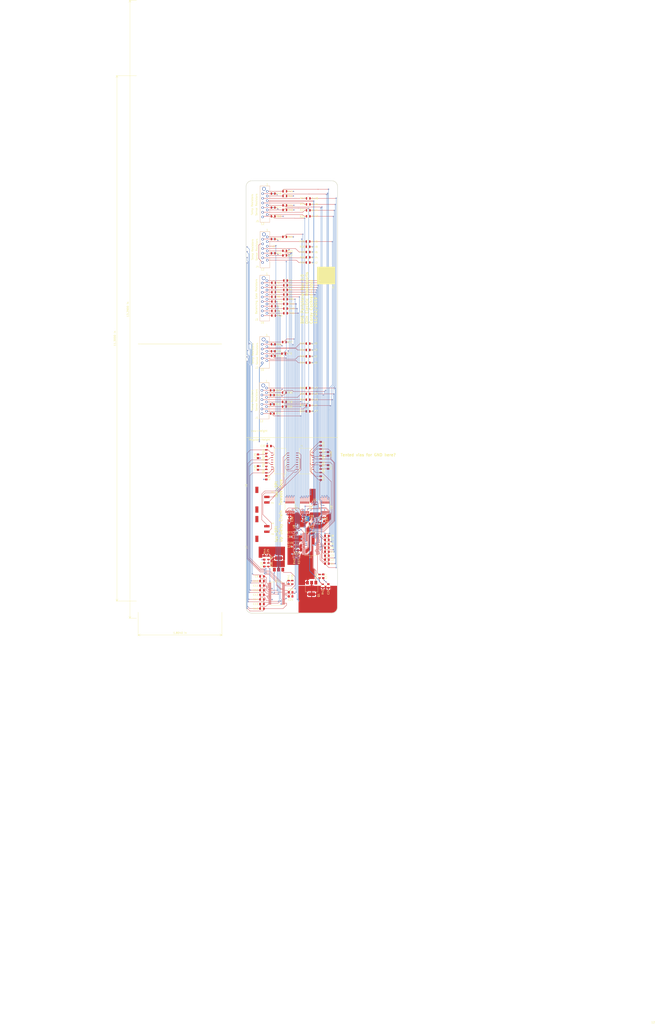
<source format=kicad_pcb>
(kicad_pcb (version 20171130) (host pcbnew 5.1.5-52549c5~84~ubuntu18.04.1)
  (layers (0 F.Cu signal) (1 In1.Cu signal) (2 In2.Cu signal) (31 B.Cu signal) (34 B.Paste user) (35 F.Paste user) (36 B.SilkS user) (37 F.SilkS user) (38 B.Mask user) (39 F.Mask user) (44 Edge.Cuts user))
  (net 0 "")
  (net 1 "Net-(C1-Pad2)")
  (net 2 "Net-(C1-Pad1)")
  (net 3 "Net-(C2-Pad2)")
  (net 4 "Net-(C3-Pad2)")
  (net 5 "Net-(C4-Pad2)")
  (net 6 "Net-(C5-Pad2)")
  (net 7 "Net-(C24-Pad1)")
  (net 8 "Net-(C7-Pad2)")
  (net 9 "Net-(C8-Pad2)")
  (net 10 "Net-(C10-Pad1)")
  (net 11 "Net-(C10-Pad2)")
  (net 12 /VREG)
  (net 13 "Net-(C17-Pad1)")
  (net 14 "Net-(C18-Pad1)")
  (net 15 "Net-(C19-Pad1)")
  (net 16 /TEMP_SENSE)
  (net 17 "Net-(C30-Pad1)")
  (net 18 "Net-(C32-Pad1)")
  (net 19 /C5_T3)
  (net 20 /C9_T1)
  (net 21 /C9_T2)
  (net 22 /C13_T1)
  (net 23 /C13_T3)
  (net 24 /C9_T3)
  (net 25 /C13_T2)
  (net 26 /C1_T2)
  (net 27 /C5_T1)
  (net 28 /C1_T1)
  (net 29 /C5_T2)
  (net 30 /C1_T3)
  (net 31 /C15_T2)
  (net 32 /C11_T3)
  (net 33 /C15_T3)
  (net 34 /C15_T1)
  (net 35 /C11_T2)
  (net 36 /C11_T1)
  (net 37 /C7_T3)
  (net 38 /C3_T3)
  (net 39 /C7_T2)
  (net 40 /C3_T1)
  (net 41 /C7_T1)
  (net 42 /C3_T2)
  (net 43 "Net-(Q1-Pad1)")
  (net 44 "Net-(Q2-Pad1)")
  (net 45 /~DIS~9)
  (net 46 /~DIS~8)
  (net 47 /~DIS~7)
  (net 48 /~DIS~6)
  (net 49 /~DIS~4)
  (net 50 /~DIS~3)
  (net 51 /~DIS~2)
  (net 52 /~DIS~1)
  (net 53 /SDA)
  (net 54 /SCL)
  (net 55 /IPA1)
  (net 56 /VREF2)
  (net 57 /IMA1)
  (net 58 /IPB1)
  (net 59 /IMB1)
  (net 60 /IPA2)
  (net 61 /IMA2)
  (net 62 /IPB2)
  (net 63 /IMB2)
  (net 64 "Net-(T1-Pad2)")
  (net 65 "Net-(T1-Pad7)")
  (net 66 "Net-(T2-Pad7)")
  (net 67 "Net-(T2-Pad2)")
  (net 68 "Net-(U1-Pad44)")
  (net 69 "Net-(U1-Pad43)")
  (net 70 "Net-(U1-Pad39)")
  (net 71 "Net-(U1-Pad29)")
  (net 72 "Net-(U1-Pad28)")
  (net 73 "Net-(U1-Pad17)")
  (net 74 "Net-(U1-Pad15)")
  (net 75 "Net-(U1-Pad5)")
  (net 76 "Net-(U1-Pad3)")
  (net 77 /C0)
  (net 78 "Net-(T1-Pad6)")
  (net 79 "Net-(T1-Pad8)")
  (net 80 "Net-(C6-Pad2)")
  (net 81 "Net-(C9-Pad1)")
  (net 82 "Net-(C11-Pad2)")
  (net 83 "Net-(C12-Pad2)")
  (net 84 "Net-(C13-Pad2)")
  (net 85 "Net-(C14-Pad2)")
  (net 86 "Net-(C15-Pad2)")
  (net 87 "Net-(C16-Pad2)")
  (net 88 /GND1)
  (net 89 /GND2)
  (net 90 "Net-(C20-Pad1)")
  (net 91 "Net-(C21-Pad1)")
  (net 92 "Net-(C23-Pad1)")
  (net 93 "Net-(C25-Pad1)")
  (net 94 "Net-(C26-Pad1)")
  (net 95 "Net-(C27-Pad1)")
  (net 96 "Net-(C28-Pad1)")
  (net 97 "Net-(C29-Pad1)")
  (net 98 "Net-(C31-Pad1)")
  (net 99 "Net-(C33-Pad1)")
  (net 100 /C7)
  (net 101 /C9)
  (net 102 /C11)
  (net 103 /C15)
  (net 104 /C13)
  (net 105 /C5)
  (net 106 /C3)
  (net 107 /C1)
  (net 108 /Q12)
  (net 109 /Q14)
  (net 110 /Q16)
  (net 111 /Q10)
  (net 112 /Q15)
  (net 113 /Q13)
  (net 114 /Q11)
  (net 115 /Q9)
  (net 116 /Q8)
  (net 117 /Q7)
  (net 118 /Q6)
  (net 119 /Q5)
  (net 120 /Q4)
  (net 121 /Q3)
  (net 122 /Q2)
  (net 123 /Q1)
  (net 124 /V+2)
  (net 125 /C8)
  (net 126 /C6)
  (net 127 /C4)
  (net 128 /C2)
  (net 129 /V+1)
  (net 130 /C16)
  (net 131 /C14)
  (net 132 /C12)
  (net 133 /C10)
  (net 134 "Net-(J6-Pad1)")
  (net 135 "Net-(J6-Pad2)")
  (net 136 "Net-(J7-Pad2)")
  (net 137 "Net-(J7-Pad1)")
  (net 138 "Net-(R37-Pad2)")
  (net 139 "Net-(R37-Pad1)")
  (net 140 "Net-(R38-Pad1)")
  (net 141 "Net-(R38-Pad2)")
  (net 142 "Net-(R77-Pad2)")
  (net 143 "Net-(U2-Pad3)")
  (net 144 "Net-(U2-Pad5)")
  (net 145 "Net-(U2-Pad15)")
  (net 146 "Net-(U2-Pad17)")
  (net 147 "Net-(U2-Pad27)")
  (net 148 "Net-(U2-Pad28)")
  (net 149 "Net-(U2-Pad29)")
  (net 150 "Net-(U2-Pad32)")
  (net 151 "Net-(U2-Pad33)")
  (net 152 "Net-(U2-Pad34)")
  (net 153 "Net-(U2-Pad39)")
  (net 154 "Net-(U2-Pad43)")
  (net 155 "Net-(U2-Pad44)")
  (net 156 "Net-(U5-Pad9)")
  (net 157 "Net-(R1-Pad1)")
  (net 158 "Net-(R2-Pad1)")
  (net 159 "Net-(R3-Pad1)")
  (net 160 "Net-(R4-Pad1)")
  (net 161 "Net-(R5-Pad1)")
  (net 162 "Net-(R6-Pad1)")
  (net 163 "Net-(R7-Pad1)")
  (net 164 "Net-(R8-Pad1)")
  (module footprints:SOT-223 (layer F.Cu) (at 192.278 352.044 90)
    (fp_text reference Q2 (at 3.556 -4.064 90) (layer F.SilkS))
    (fp_text value NSS1C201MZ4)
    (pad 1 smd rect (at -3.15 -2.3 90) (size 2 1.5) (layers F.Cu F.Paste F.Mask) (net 44 "Net-(Q2-Pad1)"))
    (pad 3 smd rect (at -3.15 2.3 90) (size 2 1.5) (layers F.Cu F.Paste F.Mask) (net 92 "Net-(C23-Pad1)"))
    (pad 2 smd rect (at -3.15 0 90) (size 2 1.5) (layers F.Cu F.Paste F.Mask) (net 93 "Net-(C25-Pad1)"))
    (pad 4 smd rect (at 3.15 0 90) (size 2 3.8) (layers F.Cu F.Paste F.Mask) (net 93 "Net-(C25-Pad1)"))
  )
  (module "" (layer F.Cu) (at 182.8546 274.0152)
    (fp_text reference "" (at 214.1728 328.5236) (layer F.SilkS) (effects (font (size 1.27 1.27))))
    (fp_text value "" (at 214.1728 328.5236) (layer F.SilkS) (effects (font (size 1.27 1.27))))
    (fp_text user 12 (at 214.249 328.549 -180) (layer F.SilkS))
  )
  (module footprints:SOT-23-5_OEM_24AA01 (layer F.Cu) (at 214.1728 328.5236)
    (fp_text reference U3 (at 2.794 -1.27) (layer F.SilkS) (effects (font (size 0.8 0.8) (thickness 0.12))))
    (fp_text value 24AA01 hide)
    (pad 5 smd rect (at 1.1 -0.95) (size 1.06 0.65) (layers F.Cu F.Paste F.Mask) (net 88 /GND1))
    (pad 4 smd rect (at 1.1 0.95) (size 1.06 0.65) (layers F.Cu F.Paste F.Mask) (net 12 /VREG))
    (pad 3 smd rect (at -1.1 0.95) (size 1.06 0.65) (layers F.Cu F.Paste F.Mask) (net 53 /SDA))
    (pad 2 smd rect (at -1.1 0) (size 1.06 0.65) (layers F.Cu F.Paste F.Mask) (net 88 /GND1))
    (pad 1 smd rect (at -1.1 -0.95) (size 1.06 0.65) (layers F.Cu F.Paste F.Mask) (net 54 /SCL))
  )
  (module footprints:R_0805_OEM (layer F.Cu) (at 195.45808 230.85806 180)
    (fp_text reference R47 (at -3.0099 -0.0381) (layer F.SilkS))
    (fp_text value R_100K hide)
    (pad 2 smd rect (at 0.95 0 180) (size 0.7 1.3) (layers F.Cu F.Paste F.Mask) (net 29 /C5_T2))
    (pad 1 smd rect (at -0.95 0 180) (size 0.7 1.3) (layers F.Cu F.Paste F.Mask) (net 56 /VREF2))
  )
  (module footprints:R_0805_OEM (layer F.Cu) (at 189.32652 232.06456 180)
    (fp_text reference R50 (at -3.048 -0.127) (layer F.SilkS))
    (fp_text value R_100K hide)
    (pad 2 smd rect (at 0.95 0 180) (size 0.7 1.3) (layers F.Cu F.Paste F.Mask) (net 27 /C5_T1))
    (pad 1 smd rect (at -0.95 0 180) (size 0.7 1.3) (layers F.Cu F.Paste F.Mask) (net 56 /VREF2))
  )
  (module footprints:R_0805_OEM (layer F.Cu) (at 195.59524 181.03088 180)
    (fp_text reference R53 (at -2.921 -0.254) (layer F.SilkS))
    (fp_text value R_100K hide)
    (pad 2 smd rect (at 0.95 0 180) (size 0.7 1.3) (layers F.Cu F.Paste F.Mask) (net 38 /C3_T3))
    (pad 1 smd rect (at -0.95 0 180) (size 0.7 1.3) (layers F.Cu F.Paste F.Mask) (net 56 /VREF2))
  )
  (module footprints:R_0805_OEM (layer F.Cu) (at 189.31382 182.33898 180)
    (fp_text reference R56 (at -3.175 0) (layer F.SilkS))
    (fp_text value R_100K hide)
    (pad 2 smd rect (at 0.95 0 180) (size 0.7 1.3) (layers F.Cu F.Paste F.Mask) (net 42 /C3_T2))
    (pad 1 smd rect (at -0.95 0 180) (size 0.7 1.3) (layers F.Cu F.Paste F.Mask) (net 56 /VREF2))
  )
  (module footprints:R_0805_OEM (layer F.Cu) (at 195.59524 183.54548 180)
    (fp_text reference R67 (at -2.921 -0.127) (layer F.SilkS))
    (fp_text value R_100K hide)
    (pad 2 smd rect (at 0.95 0 180) (size 0.7 1.3) (layers F.Cu F.Paste F.Mask) (net 40 /C3_T1))
    (pad 1 smd rect (at -0.95 0 180) (size 0.7 1.3) (layers F.Cu F.Paste F.Mask) (net 56 /VREF2))
  )
  (module footprints:R_0805_OEM (layer F.Cu) (at 189.32652 235.88218 180)
    (fp_text reference R70 (at -2.921 -0.127) (layer F.SilkS))
    (fp_text value R_100K hide)
    (pad 2 smd rect (at 0.95 0 180) (size 0.7 1.3) (layers F.Cu F.Paste F.Mask) (net 30 /C1_T3))
    (pad 1 smd rect (at -0.95 0 180) (size 0.7 1.3) (layers F.Cu F.Paste F.Mask) (net 56 /VREF2))
  )
  (module footprints:R_0805_OEM (layer F.Cu) (at 195.072 237.19028 180)
    (fp_text reference R73 (at -3.048 0) (layer F.SilkS))
    (fp_text value R_100K hide)
    (pad 2 smd rect (at 0.95 0 180) (size 0.7 1.3) (layers F.Cu F.Paste F.Mask) (net 26 /C1_T2))
    (pad 1 smd rect (at -0.95 0 180) (size 0.7 1.3) (layers F.Cu F.Paste F.Mask) (net 56 /VREF2))
  )
  (module footprints:R_0805_OEM (layer F.Cu) (at 189.32652 238.44758 180)
    (fp_text reference R76 (at -3.2131 0) (layer F.SilkS))
    (fp_text value R_100K hide)
    (pad 2 smd rect (at 0.95 0 180) (size 0.7 1.3) (layers F.Cu F.Paste F.Mask) (net 28 /C1_T1))
    (pad 1 smd rect (at -0.95 0 180) (size 0.7 1.3) (layers F.Cu F.Paste F.Mask) (net 56 /VREF2))
  )
  (module Package_SO:SSOP-16_3.9x4.9mm_P0.635mm (layer F.Cu) (at 198.4883 321.056 270)
    (fp_text reference U7 (at 0 -3.5 90) (layer F.SilkS))
    (fp_text value LTC1380IGN)
    (pad 16 smd rect (at 2.6 -2.2225 270) (size 1.2 0.4) (layers F.Cu F.Paste F.Mask) (net 12 /VREG))
    (pad 15 smd rect (at 2.6 -1.5875 270) (size 1.2 0.4) (layers F.Cu F.Paste F.Mask) (net 54 /SCL))
    (pad 14 smd rect (at 2.6 -0.9525 270) (size 1.2 0.4) (layers F.Cu F.Paste F.Mask) (net 53 /SDA))
    (pad 13 smd rect (at 2.6 -0.3175 270) (size 1.2 0.4) (layers F.Cu F.Paste F.Mask) (net 88 /GND1))
    (pad 12 smd rect (at 2.6 0.3175 270) (size 1.2 0.4) (layers F.Cu F.Paste F.Mask) (net 12 /VREG))
    (pad 11 smd rect (at 2.6 0.9525 270) (size 1.2 0.4) (layers F.Cu F.Paste F.Mask) (net 88 /GND1))
    (pad 10 smd rect (at 2.6 1.5875 270) (size 1.2 0.4) (layers F.Cu F.Paste F.Mask) (net 88 /GND1))
    (pad 9 smd rect (at 2.6 2.2225 270) (size 1.2 0.4) (layers F.Cu F.Paste F.Mask) (net 156 "Net-(U5-Pad9)"))
    (pad 8 smd rect (at -2.6 2.2225 270) (size 1.2 0.4) (layers F.Cu F.Paste F.Mask) (net 28 /C1_T1))
    (pad 7 smd rect (at -2.6 1.5875 270) (size 1.2 0.4) (layers F.Cu F.Paste F.Mask) (net 26 /C1_T2))
    (pad 6 smd rect (at -2.6 0.9525 270) (size 1.2 0.4) (layers F.Cu F.Paste F.Mask) (net 30 /C1_T3))
    (pad 5 smd rect (at -2.6 0.3175 270) (size 1.2 0.4) (layers F.Cu F.Paste F.Mask) (net 40 /C3_T1))
    (pad 4 smd rect (at -2.6 -0.3175 270) (size 1.2 0.4) (layers F.Cu F.Paste F.Mask) (net 42 /C3_T2))
    (pad 3 smd rect (at -2.6 -0.9525 270) (size 1.2 0.4) (layers F.Cu F.Paste F.Mask) (net 38 /C3_T3))
    (pad 2 smd rect (at -2.6 -1.5875 270) (size 1.2 0.4) (layers F.Cu F.Paste F.Mask) (net 27 /C5_T1))
    (pad 1 smd rect (at -2.6 -2.2225 270) (size 1.2 0.4) (layers F.Cu F.Paste F.Mask) (net 29 /C5_T2))
  )
  (module footprints:C_0805_OEM (layer F.Cu) (at 198.1962 327.66 270)
    (fp_text reference C36 (at 0 -1.5 90) (layer F.SilkS))
    (fp_text value C_1uF hide)
    (pad 2 smd rect (at 1 0 270) (size 1 1.25) (layers F.Cu F.Paste F.Mask) (net 88 /GND1))
    (pad 1 smd rect (at -1 0 270) (size 1 1.25) (layers F.Cu F.Paste F.Mask) (net 12 /VREG))
  )
  (module footprints:micromatch_female_vert_16 (layer B.Cu) (at 185.928 202.438 180)
    (fp_text reference J3 (at 5.688 -16.152) (layer F.SilkS))
    (fp_text value MM_F_VT_16 hide)
    (fp_text user 1 (at 0 8.89) (layer F.SilkS))
    (fp_text user 16 (at 2.54 -17.78) (layer F.SilkS))
    (pad 17 thru_hole circle (at 1.8 6.48 180) (size 2 2) (drill 1.5) (layers *.Cu *.Mask))
    (pad 16 thru_hole circle (at 2.54 -13.97 180) (size 1.3 1.3) (drill 0.8) (layers *.Cu *.Mask) (net 123 /Q1))
    (pad 15 thru_hole circle (at 0 -12.7 180) (size 1.3 1.3) (drill 0.8) (layers *.Cu *.Mask) (net 122 /Q2))
    (pad 14 thru_hole circle (at 2.54 -11.43 180) (size 1.3 1.3) (drill 0.8) (layers *.Cu *.Mask) (net 121 /Q3))
    (pad 13 thru_hole circle (at 0 -10.16 180) (size 1.3 1.3) (drill 0.8) (layers *.Cu *.Mask) (net 120 /Q4))
    (pad 12 thru_hole circle (at 2.54 -8.89 180) (size 1.3 1.3) (drill 0.8) (layers *.Cu *.Mask) (net 119 /Q5))
    (pad 11 thru_hole circle (at 0 -7.62 180) (size 1.3 1.3) (drill 0.8) (layers *.Cu *.Mask) (net 118 /Q6))
    (pad 10 thru_hole circle (at 2.54 -6.35 180) (size 1.3 1.3) (drill 0.8) (layers *.Cu *.Mask) (net 117 /Q7))
    (pad 9 thru_hole circle (at 0 -5.08 180) (size 1.3 1.3) (drill 0.8) (layers *.Cu *.Mask) (net 116 /Q8))
    (pad 8 thru_hole circle (at 2.54 -3.81 180) (size 1.3 1.3) (drill 0.8) (layers *.Cu *.Mask) (net 115 /Q9))
    (pad 6 thru_hole circle (at 2.54 -1.27 180) (size 1.3 1.3) (drill 0.8) (layers *.Cu *.Mask) (net 114 /Q11))
    (pad 4 thru_hole circle (at 2.54 1.27 180) (size 1.3 1.3) (drill 0.8) (layers *.Cu *.Mask) (net 113 /Q13))
    (pad 2 thru_hole circle (at 2.54 3.81 180) (size 1.3 1.3) (drill 0.8) (layers *.Cu *.Mask) (net 112 /Q15))
    (pad 7 thru_hole circle (at 0 -2.54 180) (size 1.3 1.3) (drill 0.8) (layers *.Cu *.Mask) (net 111 /Q10))
    (pad 1 thru_hole circle (at 0 5.08 180) (size 1.3 1.3) (drill 0.8) (layers *.Cu *.Mask) (net 110 /Q16))
    (pad 3 thru_hole circle (at 0 2.54 180) (size 1.3 1.3) (drill 0.8) (layers *.Cu *.Mask) (net 109 /Q14))
    (pad 5 thru_hole circle (at 0 0 180) (size 1.3 1.3) (drill 0.8) (layers *.Cu *.Mask) (net 108 /Q12))
  )
  (module footprints:C_0805_OEM (layer F.Cu) (at 218.69508 351.95)
    (fp_text reference C1 (at 2.80492 0) (layer F.SilkS))
    (fp_text value C_10nF hide)
    (pad 2 smd rect (at 1 0) (size 1 1.25) (layers F.Cu F.Paste F.Mask) (net 1 "Net-(C1-Pad2)"))
    (pad 1 smd rect (at -1 0) (size 1 1.25) (layers F.Cu F.Paste F.Mask) (net 2 "Net-(C1-Pad1)"))
  )
  (module footprints:C_0805_OEM (layer F.Cu) (at 218.69508 349.783592 180)
    (fp_text reference C2 (at -2.80492 0.005024) (layer F.SilkS))
    (fp_text value C_10nF hide)
    (pad 2 smd rect (at 1 0 180) (size 1 1.25) (layers F.Cu F.Paste F.Mask) (net 3 "Net-(C2-Pad2)"))
    (pad 1 smd rect (at -1 0 180) (size 1 1.25) (layers F.Cu F.Paste F.Mask) (net 1 "Net-(C1-Pad2)"))
  )
  (module footprints:C_0805_OEM (layer F.Cu) (at 218.69508 347.61719)
    (fp_text reference C3 (at 2.80492 -0.01005) (layer F.SilkS))
    (fp_text value C_10nF hide)
    (pad 2 smd rect (at 1 0) (size 1 1.25) (layers F.Cu F.Paste F.Mask) (net 4 "Net-(C3-Pad2)"))
    (pad 1 smd rect (at -1 0) (size 1 1.25) (layers F.Cu F.Paste F.Mask) (net 3 "Net-(C2-Pad2)"))
  )
  (module footprints:C_0805_OEM (layer F.Cu) (at 218.69508 345.450788 180)
    (fp_text reference C4 (at -2.80492 0.015076) (layer F.SilkS))
    (fp_text value C_10nF hide)
    (pad 2 smd rect (at 1 0 180) (size 1 1.25) (layers F.Cu F.Paste F.Mask) (net 5 "Net-(C4-Pad2)"))
    (pad 1 smd rect (at -1 0 180) (size 1 1.25) (layers F.Cu F.Paste F.Mask) (net 4 "Net-(C3-Pad2)"))
  )
  (module footprints:C_0805_OEM (layer F.Cu) (at 218.69508 343.284386)
    (fp_text reference C5 (at 2.80492 -0.020102) (layer F.SilkS))
    (fp_text value C_10nF hide)
    (pad 2 smd rect (at 1 0) (size 1 1.25) (layers F.Cu F.Paste F.Mask) (net 6 "Net-(C5-Pad2)"))
    (pad 1 smd rect (at -1 0) (size 1 1.25) (layers F.Cu F.Paste F.Mask) (net 5 "Net-(C4-Pad2)"))
  )
  (module footprints:C_0805_OEM (layer F.Cu) (at 218.69508 341.117984 180)
    (fp_text reference C6 (at -2.80492 0.025128) (layer F.SilkS))
    (fp_text value C_10nF hide)
    (pad 2 smd rect (at 1 0 180) (size 1 1.25) (layers F.Cu F.Paste F.Mask) (net 80 "Net-(C6-Pad2)"))
    (pad 1 smd rect (at -1 0 180) (size 1 1.25) (layers F.Cu F.Paste F.Mask) (net 6 "Net-(C5-Pad2)"))
  )
  (module footprints:C_0805_OEM (layer F.Cu) (at 218.69508 338.951582)
    (fp_text reference C7 (at 2.80492 -0.030154) (layer F.SilkS))
    (fp_text value C_10nF hide)
    (pad 2 smd rect (at 1 0) (size 1 1.25) (layers F.Cu F.Paste F.Mask) (net 8 "Net-(C7-Pad2)"))
    (pad 1 smd rect (at -1 0) (size 1 1.25) (layers F.Cu F.Paste F.Mask) (net 80 "Net-(C6-Pad2)"))
  )
  (module footprints:C_0805_OEM (layer F.Cu) (at 218.69508 336.78518 180)
    (fp_text reference C8 (at -2.80492 0.03518) (layer F.SilkS))
    (fp_text value C_10nF hide)
    (pad 2 smd rect (at 1 0 180) (size 1 1.25) (layers F.Cu F.Paste F.Mask) (net 9 "Net-(C8-Pad2)"))
    (pad 1 smd rect (at -1 0 180) (size 1 1.25) (layers F.Cu F.Paste F.Mask) (net 8 "Net-(C7-Pad2)"))
  )
  (module footprints:C_0805_OEM (layer F.Cu) (at 183.2 358.9 180)
    (fp_text reference C9 (at 2.966191 0.01) (layer F.SilkS))
    (fp_text value C_10nF hide)
    (pad 2 smd rect (at 1 0 180) (size 1 1.25) (layers F.Cu F.Paste F.Mask) (net 10 "Net-(C10-Pad1)"))
    (pad 1 smd rect (at -1 0 180) (size 1 1.25) (layers F.Cu F.Paste F.Mask) (net 81 "Net-(C9-Pad1)"))
  )
  (module footprints:C_0805_OEM (layer F.Cu) (at 183.2 361.414285)
    (fp_text reference C10 (at -3.442381 -0.011428) (layer F.SilkS))
    (fp_text value C_10nF hide)
    (pad 2 smd rect (at 1 0) (size 1 1.25) (layers F.Cu F.Paste F.Mask) (net 11 "Net-(C10-Pad2)"))
    (pad 1 smd rect (at -1 0) (size 1 1.25) (layers F.Cu F.Paste F.Mask) (net 10 "Net-(C10-Pad1)"))
  )
  (module footprints:C_0805_OEM (layer F.Cu) (at 183.2 363.92857 180)
    (fp_text reference C11 (at 3.442381 0.012856) (layer F.SilkS))
    (fp_text value C_10nF hide)
    (pad 2 smd rect (at 1 0 180) (size 1 1.25) (layers F.Cu F.Paste F.Mask) (net 82 "Net-(C11-Pad2)"))
    (pad 1 smd rect (at -1 0 180) (size 1 1.25) (layers F.Cu F.Paste F.Mask) (net 11 "Net-(C10-Pad2)"))
  )
  (module footprints:C_0805_OEM (layer F.Cu) (at 183.2 366.442855)
    (fp_text reference C12 (at -3.442381 -0.014284) (layer F.SilkS))
    (fp_text value C_10nF hide)
    (pad 2 smd rect (at 1 0) (size 1 1.25) (layers F.Cu F.Paste F.Mask) (net 83 "Net-(C12-Pad2)"))
    (pad 1 smd rect (at -1 0) (size 1 1.25) (layers F.Cu F.Paste F.Mask) (net 82 "Net-(C11-Pad2)"))
  )
  (module footprints:C_0805_OEM (layer F.Cu) (at 183.2 368.95714 180)
    (fp_text reference C13 (at 3.442381 0.015712) (layer F.SilkS))
    (fp_text value C_10nF hide)
    (pad 2 smd rect (at 1 0 180) (size 1 1.25) (layers F.Cu F.Paste F.Mask) (net 84 "Net-(C13-Pad2)"))
    (pad 1 smd rect (at -1 0 180) (size 1 1.25) (layers F.Cu F.Paste F.Mask) (net 83 "Net-(C12-Pad2)"))
  )
  (module footprints:C_0805_OEM (layer F.Cu) (at 183.2 371.471425)
    (fp_text reference C14 (at -3.442381 -0.01714) (layer F.SilkS))
    (fp_text value C_10nF hide)
    (pad 2 smd rect (at 1 0) (size 1 1.25) (layers F.Cu F.Paste F.Mask) (net 85 "Net-(C14-Pad2)"))
    (pad 1 smd rect (at -1 0) (size 1 1.25) (layers F.Cu F.Paste F.Mask) (net 84 "Net-(C13-Pad2)"))
  )
  (module footprints:C_0805_OEM (layer F.Cu) (at 183.2 373.98571 180)
    (fp_text reference C15 (at 3.442381 0.018568) (layer F.SilkS))
    (fp_text value C_10nF hide)
    (pad 2 smd rect (at 1 0 180) (size 1 1.25) (layers F.Cu F.Paste F.Mask) (net 86 "Net-(C15-Pad2)"))
    (pad 1 smd rect (at -1 0 180) (size 1 1.25) (layers F.Cu F.Paste F.Mask) (net 85 "Net-(C14-Pad2)"))
  )
  (module footprints:C_0805_OEM (layer F.Cu) (at 183.2 376.5)
    (fp_text reference C16 (at -3.442381 -0.02) (layer F.SilkS))
    (fp_text value C_10nF hide)
    (pad 2 smd rect (at 1 0) (size 1 1.25) (layers F.Cu F.Paste F.Mask) (net 87 "Net-(C16-Pad2)"))
    (pad 1 smd rect (at -1 0) (size 1 1.25) (layers F.Cu F.Paste F.Mask) (net 86 "Net-(C15-Pad2)"))
  )
  (module footprints:C_0805_OEM (layer F.Cu) (at 216.7128 358.8004 270)
    (fp_text reference C17 (at 0 -1.5 90) (layer F.SilkS))
    (fp_text value C_0.1uF hide)
    (pad 2 smd rect (at 1 0 270) (size 1 1.25) (layers F.Cu F.Paste F.Mask) (net 88 /GND1))
    (pad 1 smd rect (at -1 0 270) (size 1 1.25) (layers F.Cu F.Paste F.Mask) (net 13 "Net-(C17-Pad1)"))
  )
  (module footprints:C_0805_OEM (layer F.Cu) (at 184.454 352.526 90)
    (fp_text reference C18 (at 0 -1.5 90) (layer F.SilkS))
    (fp_text value C_0.1uF hide)
    (pad 2 smd rect (at 1 0 90) (size 1 1.25) (layers F.Cu F.Paste F.Mask) (net 89 /GND2))
    (pad 1 smd rect (at -1 0 90) (size 1 1.25) (layers F.Cu F.Paste F.Mask) (net 14 "Net-(C18-Pad1)"))
  )
  (module footprints:C_0805_OEM (layer F.Cu) (at 201.946 340.614 180)
    (fp_text reference C19 (at 3.318 0) (layer F.SilkS))
    (fp_text value 1uF hide)
    (pad 2 smd rect (at 1 0 180) (size 1 1.25) (layers F.Cu F.Paste F.Mask) (net 88 /GND1))
    (pad 1 smd rect (at -1 0 180) (size 1 1.25) (layers F.Cu F.Paste F.Mask) (net 15 "Net-(C19-Pad1)"))
  )
  (module footprints:C_0805_OEM (layer F.Cu) (at 201.93 342.646 180)
    (fp_text reference C20 (at 3.556 0) (layer F.SilkS))
    (fp_text value 1uF hide)
    (pad 2 smd rect (at 1 0 180) (size 1 1.25) (layers F.Cu F.Paste F.Mask) (net 88 /GND1))
    (pad 1 smd rect (at -1 0 180) (size 1 1.25) (layers F.Cu F.Paste F.Mask) (net 90 "Net-(C20-Pad1)"))
  )
  (module footprints:C_0805_OEM (layer F.Cu) (at 198.866 369.824)
    (fp_text reference C21 (at 0 1.778) (layer F.SilkS))
    (fp_text value 1uF hide)
    (pad 2 smd rect (at 1 0) (size 1 1.25) (layers F.Cu F.Paste F.Mask) (net 89 /GND2))
    (pad 1 smd rect (at -1 0) (size 1 1.25) (layers F.Cu F.Paste F.Mask) (net 91 "Net-(C21-Pad1)"))
  )
  (module footprints:C_0805_OEM (layer F.Cu) (at 201.93 344.678 180)
    (fp_text reference C22 (at 0 -1.5) (layer F.SilkS))
    (fp_text value 1uF hide)
    (pad 2 smd rect (at 1 0 180) (size 1 1.25) (layers F.Cu F.Paste F.Mask) (net 88 /GND1))
    (pad 1 smd rect (at -1 0 180) (size 1 1.25) (layers F.Cu F.Paste F.Mask) (net 12 /VREG))
  )
  (module footprints:C_0805_OEM (layer F.Cu) (at 198.882 367.538)
    (fp_text reference C23 (at 0 -1.5) (layer F.SilkS))
    (fp_text value 1uF hide)
    (pad 2 smd rect (at 1 0) (size 1 1.25) (layers F.Cu F.Paste F.Mask) (net 89 /GND2))
    (pad 1 smd rect (at -1 0) (size 1 1.25) (layers F.Cu F.Paste F.Mask) (net 92 "Net-(C23-Pad1)"))
  )
  (module footprints:C_0805_OEM (layer F.Cu) (at 219.5068 364.1344 90)
    (fp_text reference C24 (at -3.302 0 90) (layer F.SilkS))
    (fp_text value C_0.1uF hide)
    (pad 2 smd rect (at 1 0 90) (size 1 1.25) (layers F.Cu F.Paste F.Mask) (net 88 /GND1))
    (pad 1 smd rect (at -1 0 90) (size 1 1.25) (layers F.Cu F.Paste F.Mask) (net 7 "Net-(C24-Pad1)"))
  )
  (module footprints:C_0805_OEM (layer F.Cu) (at 184.454 348.716 270)
    (fp_text reference C25 (at -3.302 -2.032 90) (layer F.SilkS))
    (fp_text value C_0.1uF hide)
    (pad 2 smd rect (at 1 0 270) (size 1 1.25) (layers F.Cu F.Paste F.Mask) (net 89 /GND2))
    (pad 1 smd rect (at -1 0 270) (size 1 1.25) (layers F.Cu F.Paste F.Mask) (net 93 "Net-(C25-Pad1)"))
  )
  (module footprints:C_0805_OEM (layer F.Cu) (at 219.3544 291.9984 270)
    (fp_text reference C26 (at 0 -1.5 90) (layer F.SilkS))
    (fp_text value C_10nF hide)
    (pad 2 smd rect (at 1 0 270) (size 1 1.25) (layers F.Cu F.Paste F.Mask) (net 88 /GND1))
    (pad 1 smd rect (at -1 0 270) (size 1 1.25) (layers F.Cu F.Paste F.Mask) (net 94 "Net-(C26-Pad1)"))
  )
  (module footprints:C_0805_OEM (layer F.Cu) (at 219.3544 299.1104 90)
    (fp_text reference C27 (at 0 1.524 90) (layer F.SilkS))
    (fp_text value C_10nF hide)
    (pad 2 smd rect (at 1 0 90) (size 1 1.25) (layers F.Cu F.Paste F.Mask) (net 88 /GND1))
    (pad 1 smd rect (at -1 0 90) (size 1 1.25) (layers F.Cu F.Paste F.Mask) (net 95 "Net-(C27-Pad1)"))
  )
  (module footprints:C_0805_OEM (layer F.Cu) (at 181.0004 299.6344 90)
    (fp_text reference C28 (at 0 -1.5 90) (layer F.SilkS))
    (fp_text value C_10nF hide)
    (pad 2 smd rect (at 1 0 90) (size 1 1.25) (layers F.Cu F.Paste F.Mask) (net 89 /GND2))
    (pad 1 smd rect (at -1 0 90) (size 1 1.25) (layers F.Cu F.Paste F.Mask) (net 96 "Net-(C28-Pad1)"))
  )
  (module footprints:C_0805_OEM (layer F.Cu) (at 181.0004 293.2684 270)
    (fp_text reference C29 (at -0.254 1.524 90) (layer F.SilkS))
    (fp_text value C_10nF hide)
    (pad 2 smd rect (at 1 0 270) (size 1 1.25) (layers F.Cu F.Paste F.Mask) (net 89 /GND2))
    (pad 1 smd rect (at -1 0 270) (size 1 1.25) (layers F.Cu F.Paste F.Mask) (net 97 "Net-(C29-Pad1)"))
  )
  (module footprints:C_0805_OEM (layer F.Cu) (at 215.2904 286.4264 90)
    (fp_text reference C30 (at -0.238 1.524 90) (layer F.SilkS))
    (fp_text value C_10nF hide)
    (pad 2 smd rect (at 1 0 90) (size 1 1.25) (layers F.Cu F.Paste F.Mask) (net 88 /GND1))
    (pad 1 smd rect (at -1 0 90) (size 1 1.25) (layers F.Cu F.Paste F.Mask) (net 17 "Net-(C30-Pad1)"))
  )
  (module footprints:C_0805_OEM (layer F.Cu) (at 215.2904 305.1904 270)
    (fp_text reference C31 (at 0 -1.5 90) (layer F.SilkS))
    (fp_text value C_10nF hide)
    (pad 2 smd rect (at 1 0 270) (size 1 1.25) (layers F.Cu F.Paste F.Mask) (net 88 /GND1))
    (pad 1 smd rect (at -1 0 270) (size 1 1.25) (layers F.Cu F.Paste F.Mask) (net 98 "Net-(C31-Pad1)"))
  )
  (module footprints:C_0805_OEM (layer F.Cu) (at 185.5724 304.9524 270)
    (fp_text reference C32 (at 0 -1.5 90) (layer F.SilkS))
    (fp_text value C_10nF hide)
    (pad 2 smd rect (at 1 0 270) (size 1 1.25) (layers F.Cu F.Paste F.Mask) (net 89 /GND2))
    (pad 1 smd rect (at -1 0 270) (size 1 1.25) (layers F.Cu F.Paste F.Mask) (net 18 "Net-(C32-Pad1)"))
  )
  (module footprints:C_0805_OEM (layer F.Cu) (at 187.0964 287.6804 180)
    (fp_text reference C33 (at 3.302 0) (layer F.SilkS))
    (fp_text value C_10nF hide)
    (pad 2 smd rect (at 1 0 180) (size 1 1.25) (layers F.Cu F.Paste F.Mask) (net 89 /GND2))
    (pad 1 smd rect (at -1 0 180) (size 1 1.25) (layers F.Cu F.Paste F.Mask) (net 99 "Net-(C33-Pad1)"))
  )
  (module footprints:C_0805_OEM (layer F.Cu) (at 217.2208 327.7616 270)
    (fp_text reference C34 (at 0 -1.5 90) (layer F.SilkS))
    (fp_text value C_1uF hide)
    (pad 2 smd rect (at 1 0 270) (size 1 1.25) (layers F.Cu F.Paste F.Mask) (net 88 /GND1))
    (pad 1 smd rect (at -1 0 270) (size 1 1.25) (layers F.Cu F.Paste F.Mask) (net 12 /VREG))
  )
  (module footprints:C_0805_OEM (layer F.Cu) (at 206.1337 327.7616 270)
    (fp_text reference C35 (at 0 -1.5 90) (layer F.SilkS))
    (fp_text value C_1uF hide)
    (pad 2 smd rect (at 1 0 270) (size 1 1.25) (layers F.Cu F.Paste F.Mask) (net 88 /GND1))
    (pad 1 smd rect (at -1 0 270) (size 1 1.25) (layers F.Cu F.Paste F.Mask) (net 12 /VREG))
  )
  (module footprints:C_0805_OEM (layer F.Cu) (at 201.422 337.312 180)
    (fp_text reference C37 (at 3.302 0) (layer F.SilkS))
    (fp_text value C_10nF hide)
    (pad 2 smd rect (at 1 0 180) (size 1 1.25) (layers F.Cu F.Paste F.Mask) (net 88 /GND1))
    (pad 1 smd rect (at -1 0 180) (size 1 1.25) (layers F.Cu F.Paste F.Mask) (net 16 /TEMP_SENSE))
  )
  (module footprints:micromatch_female_vert_10 (layer B.Cu) (at 184.6072 236.5502 180)
    (fp_text reference J2 (at 4.3072 -8.3598) (layer F.SilkS))
    (fp_text value MM_F_VT_10 hide)
    (fp_text user 1 (at -1.27 9.525) (layer F.SilkS))
    (fp_text user 10 (at 1.27 -9.525) (layer F.SilkS))
    (pad 11 thru_hole circle (at 0.53 7.115 180) (size 2 2) (drill 1.5) (layers *.Cu *.Mask))
    (pad 10 thru_hole circle (at 1.27 -5.715 180) (size 1.3 1.3) (drill 0.8) (layers *.Cu *.Mask) (net 89 /GND2))
    (pad 9 thru_hole circle (at -1.27 -4.445 180) (size 1.3 1.3) (drill 0.8) (layers *.Cu *.Mask) (net 77 /C0))
    (pad 8 thru_hole circle (at 1.27 -3.175 180) (size 1.3 1.3) (drill 0.8) (layers *.Cu *.Mask) (net 107 /C1))
    (pad 6 thru_hole circle (at 1.27 -0.635 180) (size 1.3 1.3) (drill 0.8) (layers *.Cu *.Mask) (net 26 /C1_T2))
    (pad 4 thru_hole circle (at 1.27 1.905 180) (size 1.3 1.3) (drill 0.8) (layers *.Cu *.Mask) (net 106 /C3))
    (pad 2 thru_hole circle (at 1.27 4.445 180) (size 1.3 1.3) (drill 0.8) (layers *.Cu *.Mask) (net 27 /C5_T1))
    (pad 7 thru_hole circle (at -1.27 -1.905 180) (size 1.3 1.3) (drill 0.8) (layers *.Cu *.Mask) (net 28 /C1_T1))
    (pad 1 thru_hole circle (at -1.27 5.715 180) (size 1.3 1.3) (drill 0.8) (layers *.Cu *.Mask) (net 29 /C5_T2))
    (pad 3 thru_hole circle (at -1.27 3.175 180) (size 1.3 1.3) (drill 0.8) (layers *.Cu *.Mask) (net 105 /C5))
    (pad 5 thru_hole circle (at -1.27 0.635 180) (size 1.3 1.3) (drill 0.8) (layers *.Cu *.Mask) (net 30 /C1_T3))
  )
  (module footprints:SOT-223 (layer F.Cu) (at 210.3628 365.4802 270)
    (fp_text reference Q1 (at 3.7342 -3.81 90) (layer F.SilkS))
    (fp_text value NSS1C201MZ4)
    (pad 1 smd rect (at -3.15 -2.3 270) (size 2 1.5) (layers F.Cu F.Paste F.Mask) (net 43 "Net-(Q1-Pad1)"))
    (pad 3 smd rect (at -3.15 2.3 270) (size 2 1.5) (layers F.Cu F.Paste F.Mask) (net 12 /VREG))
    (pad 2 smd rect (at -3.15 0 270) (size 2 1.5) (layers F.Cu F.Paste F.Mask) (net 7 "Net-(C24-Pad1)"))
    (pad 4 smd rect (at 3.15 0 270) (size 2 3.8) (layers F.Cu F.Paste F.Mask) (net 7 "Net-(C24-Pad1)"))
  )
  (module footprints:R_0805_OEM (layer F.Cu) (at 196.10832 197.27164 180)
    (fp_text reference R1 (at -2.54 0.0762) (layer F.SilkS))
    (fp_text value R_4.99K hide)
    (pad 2 smd rect (at 0.95 0 180) (size 0.7 1.3) (layers F.Cu F.Paste F.Mask) (net 110 /Q16))
    (pad 1 smd rect (at -0.95 0 180) (size 0.7 1.3) (layers F.Cu F.Paste F.Mask) (net 157 "Net-(R1-Pad1)"))
  )
  (module footprints:R_0805_OEM (layer F.Cu) (at 189.57544 198.4629 180)
    (fp_text reference R2 (at -2.4892 0) (layer F.SilkS))
    (fp_text value R_4.99K hide)
    (pad 2 smd rect (at 0.95 0 180) (size 0.7 1.3) (layers F.Cu F.Paste F.Mask) (net 112 /Q15))
    (pad 1 smd rect (at -0.95 0 180) (size 0.7 1.3) (layers F.Cu F.Paste F.Mask) (net 158 "Net-(R2-Pad1)"))
  )
  (module footprints:R_0805_OEM (layer F.Cu) (at 196.10832 199.820348 180)
    (fp_text reference R3 (at -2.4892 0.128) (layer F.SilkS))
    (fp_text value R_4.99K hide)
    (pad 2 smd rect (at 0.95 0 180) (size 0.7 1.3) (layers F.Cu F.Paste F.Mask) (net 109 /Q14))
    (pad 1 smd rect (at -0.95 0 180) (size 0.7 1.3) (layers F.Cu F.Paste F.Mask) (net 159 "Net-(R3-Pad1)"))
  )
  (module footprints:R_0805_OEM (layer F.Cu) (at 189.57544 201.027211 180)
    (fp_text reference R4 (at -2.4892 0.128) (layer F.SilkS))
    (fp_text value R_4.99K hide)
    (pad 2 smd rect (at 0.95 0 180) (size 0.7 1.3) (layers F.Cu F.Paste F.Mask) (net 113 /Q13))
    (pad 1 smd rect (at -0.95 0 180) (size 0.7 1.3) (layers F.Cu F.Paste F.Mask) (net 160 "Net-(R4-Pad1)"))
  )
  (module footprints:R_0805_OEM (layer F.Cu) (at 196.10832 202.369056 180)
    (fp_text reference R5 (at -2.4892 0.128) (layer F.SilkS))
    (fp_text value R_4.99K hide)
    (pad 2 smd rect (at 0.95 0 180) (size 0.7 1.3) (layers F.Cu F.Paste F.Mask) (net 108 /Q12))
    (pad 1 smd rect (at -0.95 0 180) (size 0.7 1.3) (layers F.Cu F.Paste F.Mask) (net 161 "Net-(R5-Pad1)"))
  )
  (module footprints:R_0805_OEM (layer F.Cu) (at 189.57544 203.591522 180)
    (fp_text reference R6 (at -2.4892 0.128) (layer F.SilkS))
    (fp_text value R_4.99K hide)
    (pad 2 smd rect (at 0.95 0 180) (size 0.7 1.3) (layers F.Cu F.Paste F.Mask) (net 114 /Q11))
    (pad 1 smd rect (at -0.95 0 180) (size 0.7 1.3) (layers F.Cu F.Paste F.Mask) (net 162 "Net-(R6-Pad1)"))
  )
  (module footprints:R_0805_OEM (layer F.Cu) (at 196.10832 204.917764 180)
    (fp_text reference R7 (at -2.4892 0.128) (layer F.SilkS))
    (fp_text value R_4.99K hide)
    (pad 2 smd rect (at 0.95 0 180) (size 0.7 1.3) (layers F.Cu F.Paste F.Mask) (net 111 /Q10))
    (pad 1 smd rect (at -0.95 0 180) (size 0.7 1.3) (layers F.Cu F.Paste F.Mask) (net 163 "Net-(R7-Pad1)"))
  )
  (module footprints:R_0805_OEM (layer F.Cu) (at 189.57544 206.155833 180)
    (fp_text reference R8 (at -2.4892 0.128) (layer F.SilkS))
    (fp_text value R_4.99K hide)
    (pad 2 smd rect (at 0.95 0 180) (size 0.7 1.3) (layers F.Cu F.Paste F.Mask) (net 115 /Q9))
    (pad 1 smd rect (at -0.95 0 180) (size 0.7 1.3) (layers F.Cu F.Paste F.Mask) (net 164 "Net-(R8-Pad1)"))
  )
  (module footprints:R_0805_OEM (layer F.Cu) (at 196.10832 207.466472 180)
    (fp_text reference R9 (at -3.302 0.0264) (layer F.SilkS))
    (fp_text value R_4.99K hide)
    (pad 2 smd rect (at 0.95 0 180) (size 0.7 1.3) (layers F.Cu F.Paste F.Mask) (net 116 /Q8))
    (pad 1 smd rect (at -0.95 0 180) (size 0.7 1.3) (layers F.Cu F.Paste F.Mask) (net 45 /~DIS~9))
  )
  (module footprints:R_0805_OEM (layer F.Cu) (at 189.57544 208.720144 180)
    (fp_text reference R10 (at -3.302 0.0264) (layer F.SilkS))
    (fp_text value R_4.99K hide)
    (pad 2 smd rect (at 0.95 0 180) (size 0.7 1.3) (layers F.Cu F.Paste F.Mask) (net 117 /Q7))
    (pad 1 smd rect (at -0.95 0 180) (size 0.7 1.3) (layers F.Cu F.Paste F.Mask) (net 46 /~DIS~8))
  )
  (module footprints:R_0805_OEM (layer F.Cu) (at 196.10832 210.01518 180)
    (fp_text reference R11 (at -3.302 0.0264) (layer F.SilkS))
    (fp_text value R_4.99K hide)
    (pad 2 smd rect (at 0.95 0 180) (size 0.7 1.3) (layers F.Cu F.Paste F.Mask) (net 118 /Q6))
    (pad 1 smd rect (at -0.95 0 180) (size 0.7 1.3) (layers F.Cu F.Paste F.Mask) (net 47 /~DIS~7))
  )
  (module footprints:R_0805_OEM (layer F.Cu) (at 189.57544 211.284455 180)
    (fp_text reference R12 (at -3.302 0.0264) (layer F.SilkS))
    (fp_text value R_4.99K hide)
    (pad 2 smd rect (at 0.95 0 180) (size 0.7 1.3) (layers F.Cu F.Paste F.Mask) (net 119 /Q5))
    (pad 1 smd rect (at -0.95 0 180) (size 0.7 1.3) (layers F.Cu F.Paste F.Mask) (net 48 /~DIS~6))
  )
  (module footprints:R_0805_OEM (layer F.Cu) (at 196.10832 212.563888 180)
    (fp_text reference R13 (at -3.302 0.0264) (layer F.SilkS))
    (fp_text value R_4.99K hide)
    (pad 2 smd rect (at 0.95 0 180) (size 0.7 1.3) (layers F.Cu F.Paste F.Mask) (net 120 /Q4))
    (pad 1 smd rect (at -0.95 0 180) (size 0.7 1.3) (layers F.Cu F.Paste F.Mask) (net 49 /~DIS~4))
  )
  (module footprints:R_0805_OEM (layer F.Cu) (at 189.57544 213.848766 180)
    (fp_text reference R14 (at -3.302 0.0264) (layer F.SilkS))
    (fp_text value R_4.99K hide)
    (pad 2 smd rect (at 0.95 0 180) (size 0.7 1.3) (layers F.Cu F.Paste F.Mask) (net 121 /Q3))
    (pad 1 smd rect (at -0.95 0 180) (size 0.7 1.3) (layers F.Cu F.Paste F.Mask) (net 50 /~DIS~3))
  )
  (module footprints:R_0805_OEM (layer F.Cu) (at 196.10832 215.1126 180)
    (fp_text reference R15 (at -3.302 0.0264) (layer F.SilkS))
    (fp_text value R_4.99K hide)
    (pad 2 smd rect (at 0.95 0 180) (size 0.7 1.3) (layers F.Cu F.Paste F.Mask) (net 122 /Q2))
    (pad 1 smd rect (at -0.95 0 180) (size 0.7 1.3) (layers F.Cu F.Paste F.Mask) (net 51 /~DIS~2))
  )
  (module footprints:R_0805_OEM (layer F.Cu) (at 189.57544 216.41308 180)
    (fp_text reference R16 (at -3.302 0.0264) (layer F.SilkS))
    (fp_text value R_4.99K hide)
    (pad 2 smd rect (at 0.95 0 180) (size 0.7 1.3) (layers F.Cu F.Paste F.Mask) (net 123 /Q1))
    (pad 1 smd rect (at -0.95 0 180) (size 0.7 1.3) (layers F.Cu F.Paste F.Mask) (net 52 /~DIS~1))
  )
  (module footprints:R_0805_OEM (layer F.Cu) (at 208.5 152.4)
    (fp_text reference R17 (at -3.1 -0.05) (layer F.SilkS))
    (fp_text value R_100 hide)
    (pad 2 smd rect (at 0.95 0) (size 0.7 1.3) (layers F.Cu F.Paste F.Mask) (net 2 "Net-(C1-Pad1)"))
    (pad 1 smd rect (at -0.95 0) (size 0.7 1.3) (layers F.Cu F.Paste F.Mask) (net 130 /C16))
  )
  (module footprints:R_0805_OEM (layer F.Cu) (at 208.4 256)
    (fp_text reference R18 (at -3.1 -0.05) (layer F.SilkS))
    (fp_text value R_100 hide)
    (pad 2 smd rect (at 0.95 0) (size 0.7 1.3) (layers F.Cu F.Paste F.Mask) (net 1 "Net-(C1-Pad2)"))
    (pad 1 smd rect (at -0.95 0) (size 0.7 1.3) (layers F.Cu F.Paste F.Mask) (net 103 /C15))
  )
  (module footprints:R_0805_OEM (layer F.Cu) (at 208.5 155.65)
    (fp_text reference R19 (at -3.1 -0.05) (layer F.SilkS))
    (fp_text value R_100 hide)
    (pad 2 smd rect (at 0.95 0) (size 0.7 1.3) (layers F.Cu F.Paste F.Mask) (net 3 "Net-(C2-Pad2)"))
    (pad 1 smd rect (at -0.95 0) (size 0.7 1.3) (layers F.Cu F.Paste F.Mask) (net 131 /C14))
  )
  (module footprints:R_0805_OEM (layer F.Cu) (at 208.4 259.175)
    (fp_text reference R20 (at -3.1 -0.05) (layer F.SilkS))
    (fp_text value R_100 hide)
    (pad 2 smd rect (at 0.95 0) (size 0.7 1.3) (layers F.Cu F.Paste F.Mask) (net 4 "Net-(C3-Pad2)"))
    (pad 1 smd rect (at -0.95 0) (size 0.7 1.3) (layers F.Cu F.Paste F.Mask) (net 104 /C13))
  )
  (module footprints:R_0805_OEM (layer F.Cu) (at 208.5 158.9)
    (fp_text reference R21 (at -3.2 -0.15) (layer F.SilkS))
    (fp_text value R_100 hide)
    (pad 2 smd rect (at 0.95 0) (size 0.7 1.3) (layers F.Cu F.Paste F.Mask) (net 5 "Net-(C4-Pad2)"))
    (pad 1 smd rect (at -0.95 0) (size 0.7 1.3) (layers F.Cu F.Paste F.Mask) (net 132 /C12))
  )
  (module footprints:R_0805_OEM (layer F.Cu) (at 208.4 262.35)
    (fp_text reference R22 (at -3.1 -0.05) (layer F.SilkS))
    (fp_text value R_100 hide)
    (pad 2 smd rect (at 0.95 0) (size 0.7 1.3) (layers F.Cu F.Paste F.Mask) (net 6 "Net-(C5-Pad2)"))
    (pad 1 smd rect (at -0.95 0) (size 0.7 1.3) (layers F.Cu F.Paste F.Mask) (net 102 /C11))
  )
  (module footprints:R_0805_OEM (layer F.Cu) (at 208.5 162.15)
    (fp_text reference R23 (at -3.25 0.25) (layer F.SilkS))
    (fp_text value R_100 hide)
    (pad 2 smd rect (at 0.95 0) (size 0.7 1.3) (layers F.Cu F.Paste F.Mask) (net 80 "Net-(C6-Pad2)"))
    (pad 1 smd rect (at -0.95 0) (size 0.7 1.3) (layers F.Cu F.Paste F.Mask) (net 133 /C10))
  )
  (module footprints:R_0805_OEM (layer F.Cu) (at 208.4 265.525)
    (fp_text reference R24 (at -3.1 -0.05) (layer F.SilkS))
    (fp_text value R_100 hide)
    (pad 2 smd rect (at 0.95 0) (size 0.7 1.3) (layers F.Cu F.Paste F.Mask) (net 8 "Net-(C7-Pad2)"))
    (pad 1 smd rect (at -0.95 0) (size 0.7 1.3) (layers F.Cu F.Paste F.Mask) (net 101 /C9))
  )
  (module footprints:R_0805_OEM (layer F.Cu) (at 208.4 175.95)
    (fp_text reference R25 (at -3.3 0) (layer F.SilkS))
    (fp_text value R_100 hide)
    (pad 2 smd rect (at 0.95 0) (size 0.7 1.3) (layers F.Cu F.Paste F.Mask) (net 9 "Net-(C8-Pad2)"))
    (pad 1 smd rect (at -0.95 0) (size 0.7 1.3) (layers F.Cu F.Paste F.Mask) (net 125 /C8))
  )
  (module footprints:R_0805_OEM (layer F.Cu) (at 208.4 178.8125)
    (fp_text reference R26 (at -3.15 0.05) (layer F.SilkS))
    (fp_text value R_100 hide)
    (pad 2 smd rect (at 0.95 0) (size 0.7 1.3) (layers F.Cu F.Paste F.Mask) (net 81 "Net-(C9-Pad1)"))
    (pad 1 smd rect (at -0.95 0) (size 0.7 1.3) (layers F.Cu F.Paste F.Mask) (net 125 /C8))
  )
  (module footprints:R_0805_OEM (layer F.Cu) (at 208.4 268.7)
    (fp_text reference R27 (at -3.3 0.05) (layer F.SilkS))
    (fp_text value R_100 hide)
    (pad 2 smd rect (at 0.95 0) (size 0.7 1.3) (layers F.Cu F.Paste F.Mask) (net 10 "Net-(C10-Pad1)"))
    (pad 1 smd rect (at -0.95 0) (size 0.7 1.3) (layers F.Cu F.Paste F.Mask) (net 100 /C7))
  )
  (module footprints:R_0805_OEM (layer F.Cu) (at 208.4 181.675)
    (fp_text reference R28 (at -3.15 0.05) (layer F.SilkS))
    (fp_text value R_100 hide)
    (pad 2 smd rect (at 0.95 0) (size 0.7 1.3) (layers F.Cu F.Paste F.Mask) (net 11 "Net-(C10-Pad2)"))
    (pad 1 smd rect (at -0.95 0) (size 0.7 1.3) (layers F.Cu F.Paste F.Mask) (net 126 /C6))
  )
  (module footprints:R_0805_OEM (layer F.Cu) (at 208.4 231.7)
    (fp_text reference R29 (at -3.15 0) (layer F.SilkS))
    (fp_text value R_100 hide)
    (pad 2 smd rect (at 0.95 0) (size 0.7 1.3) (layers F.Cu F.Paste F.Mask) (net 82 "Net-(C11-Pad2)"))
    (pad 1 smd rect (at -0.95 0) (size 0.7 1.3) (layers F.Cu F.Paste F.Mask) (net 105 /C5))
  )
  (module footprints:R_0805_OEM (layer F.Cu) (at 208.4 184.5375)
    (fp_text reference R30 (at -3.15 0.05) (layer F.SilkS))
    (fp_text value R_100 hide)
    (pad 2 smd rect (at 0.95 0) (size 0.7 1.3) (layers F.Cu F.Paste F.Mask) (net 83 "Net-(C12-Pad2)"))
    (pad 1 smd rect (at -0.95 0) (size 0.7 1.3) (layers F.Cu F.Paste F.Mask) (net 127 /C4))
  )
  (module footprints:R_0805_OEM (layer F.Cu) (at 208.4 235.183333)
    (fp_text reference R31 (at -3.15 0) (layer F.SilkS))
    (fp_text value R_100 hide)
    (pad 2 smd rect (at 0.95 0) (size 0.7 1.3) (layers F.Cu F.Paste F.Mask) (net 84 "Net-(C13-Pad2)"))
    (pad 1 smd rect (at -0.95 0) (size 0.7 1.3) (layers F.Cu F.Paste F.Mask) (net 106 /C3))
  )
  (module footprints:R_0805_OEM (layer F.Cu) (at 208.4 187.4)
    (fp_text reference R32 (at -3.15 0.05) (layer F.SilkS))
    (fp_text value R_100 hide)
    (pad 2 smd rect (at 0.95 0) (size 0.7 1.3) (layers F.Cu F.Paste F.Mask) (net 85 "Net-(C14-Pad2)"))
    (pad 1 smd rect (at -0.95 0) (size 0.7 1.3) (layers F.Cu F.Paste F.Mask) (net 128 /C2))
  )
  (module footprints:R_0805_OEM (layer F.Cu) (at 208.4 238.666666)
    (fp_text reference R33 (at -3.15 0) (layer F.SilkS))
    (fp_text value R_100 hide)
    (pad 2 smd rect (at 0.95 0) (size 0.7 1.3) (layers F.Cu F.Paste F.Mask) (net 86 "Net-(C15-Pad2)"))
    (pad 1 smd rect (at -0.95 0) (size 0.7 1.3) (layers F.Cu F.Paste F.Mask) (net 107 /C1))
  )
  (module footprints:R_0805_OEM (layer F.Cu) (at 208.4 242.15)
    (fp_text reference R34 (at -3.15 0) (layer F.SilkS))
    (fp_text value R_100 hide)
    (pad 2 smd rect (at 0.95 0) (size 0.7 1.3) (layers F.Cu F.Paste F.Mask) (net 87 "Net-(C16-Pad2)"))
    (pad 1 smd rect (at -0.95 0) (size 0.7 1.3) (layers F.Cu F.Paste F.Mask) (net 77 /C0))
  )
  (module footprints:R_0805_OEM (layer F.Cu) (at 214.6808 358.8004 90)
    (fp_text reference R35 (at 0 -1.65 90) (layer F.SilkS))
    (fp_text value R_100 hide)
    (pad 2 smd rect (at 0.95 0 90) (size 0.7 1.3) (layers F.Cu F.Paste F.Mask) (net 13 "Net-(C17-Pad1)"))
    (pad 1 smd rect (at -0.95 0 90) (size 0.7 1.3) (layers F.Cu F.Paste F.Mask) (net 129 /V+1))
  )
  (module footprints:R_0805_OEM (layer F.Cu) (at 186.74 352.526 270)
    (fp_text reference R36 (at 0 -1.65 90) (layer F.SilkS))
    (fp_text value R_100 hide)
    (pad 2 smd rect (at 0.95 0 270) (size 0.7 1.3) (layers F.Cu F.Paste F.Mask) (net 14 "Net-(C18-Pad1)"))
    (pad 1 smd rect (at -0.95 0 270) (size 0.7 1.3) (layers F.Cu F.Paste F.Mask) (net 124 /V+2))
  )
  (module footprints:R_0805_OEM (layer F.Cu) (at 203.2 347.726 90)
    (fp_text reference R37 (at -3.048 0.254 90) (layer F.SilkS))
    (fp_text value R_1K hide)
    (pad 2 smd rect (at 0.95 0 90) (size 0.7 1.3) (layers F.Cu F.Paste F.Mask) (net 138 "Net-(R37-Pad2)"))
    (pad 1 smd rect (at -0.95 0 90) (size 0.7 1.3) (layers F.Cu F.Paste F.Mask) (net 139 "Net-(R37-Pad1)"))
  )
  (module footprints:R_0805_OEM (layer F.Cu) (at 199.784 362.144 270)
    (fp_text reference R38 (at -2.794 0 90) (layer F.SilkS))
    (fp_text value R_1K hide)
    (pad 2 smd rect (at 0.95 0 270) (size 0.7 1.3) (layers F.Cu F.Paste F.Mask) (net 141 "Net-(R38-Pad2)"))
    (pad 1 smd rect (at -0.95 0 270) (size 0.7 1.3) (layers F.Cu F.Paste F.Mask) (net 140 "Net-(R38-Pad1)"))
  )
  (module footprints:R_0805_OEM (layer F.Cu) (at 210.1088 327.7616 180)
    (fp_text reference R39 (at 0 1.778) (layer F.SilkS))
    (fp_text value R_4.99K hide)
    (pad 2 smd rect (at 0.95 0 180) (size 0.7 1.3) (layers F.Cu F.Paste F.Mask) (net 53 /SDA))
    (pad 1 smd rect (at -0.95 0 180) (size 0.7 1.3) (layers F.Cu F.Paste F.Mask) (net 12 /VREG))
  )
  (module footprints:R_0805_OEM (layer F.Cu) (at 200.914 347.66 90)
    (fp_text reference R40 (at -3.114 0 90) (layer F.SilkS))
    (fp_text value R_1K hide)
    (pad 2 smd rect (at 0.95 0 90) (size 0.7 1.3) (layers F.Cu F.Paste F.Mask) (net 88 /GND1))
    (pad 1 smd rect (at -0.95 0 90) (size 0.7 1.3) (layers F.Cu F.Paste F.Mask) (net 139 "Net-(R37-Pad1)"))
  )
  (module footprints:R_0805_OEM (layer F.Cu) (at 197.752 362.144 270)
    (fp_text reference R41 (at -2.794 0 90) (layer F.SilkS))
    (fp_text value R_1K hide)
    (pad 2 smd rect (at 0.95 0 270) (size 0.7 1.3) (layers F.Cu F.Paste F.Mask) (net 89 /GND2))
    (pad 1 smd rect (at -0.95 0 270) (size 0.7 1.3) (layers F.Cu F.Paste F.Mask) (net 140 "Net-(R38-Pad1)"))
  )
  (module footprints:R_0805_OEM (layer F.Cu) (at 210.1088 330.0476 180)
    (fp_text reference R42 (at 0 -1.778) (layer F.SilkS))
    (fp_text value R_4.99K hide)
    (pad 2 smd rect (at 0.95 0 180) (size 0.7 1.3) (layers F.Cu F.Paste F.Mask) (net 54 /SCL))
    (pad 1 smd rect (at -0.95 0 180) (size 0.7 1.3) (layers F.Cu F.Paste F.Mask) (net 12 /VREG))
  )
  (module footprints:R_0805_OEM (layer F.Cu) (at 216.4588 364.1344 270)
    (fp_text reference R43 (at 3.302 0 90) (layer F.SilkS))
    (fp_text value R_100 hide)
    (pad 2 smd rect (at 0.95 0 270) (size 0.7 1.3) (layers F.Cu F.Paste F.Mask) (net 7 "Net-(C24-Pad1)"))
    (pad 1 smd rect (at -0.95 0 270) (size 0.7 1.3) (layers F.Cu F.Paste F.Mask) (net 129 /V+1))
  )
  (module footprints:R_0805_OEM (layer F.Cu) (at 186.74 348.716 90)
    (fp_text reference R44 (at 3.556 -2.032 90) (layer F.SilkS))
    (fp_text value R_100 hide)
    (pad 2 smd rect (at 0.95 0 90) (size 0.7 1.3) (layers F.Cu F.Paste F.Mask) (net 93 "Net-(C25-Pad1)"))
    (pad 1 smd rect (at -0.95 0 90) (size 0.7 1.3) (layers F.Cu F.Paste F.Mask) (net 124 /V+2))
  )
  (module footprints:R_0805_OEM (layer F.Cu) (at 195.67398 148.51634 180)
    (fp_text reference R45 (at -2.921 -0.127) (layer F.SilkS))
    (fp_text value R_100K hide)
    (pad 2 smd rect (at 0.95 0 180) (size 0.7 1.3) (layers F.Cu F.Paste F.Mask) (net 33 /C15_T3))
    (pad 1 smd rect (at -0.95 0 180) (size 0.7 1.3) (layers F.Cu F.Paste F.Mask) (net 56 /VREF2))
  )
  (module footprints:R_0805_OEM (layer F.Cu) (at 195.67398 158.69412 180)
    (fp_text reference R46 (at -3.048 0) (layer F.SilkS))
    (fp_text value R_100K hide)
    (pad 2 smd rect (at 0.95 0 180) (size 0.7 1.3) (layers F.Cu F.Paste F.Mask) (net 36 /C11_T1))
    (pad 1 smd rect (at -0.95 0 180) (size 0.7 1.3) (layers F.Cu F.Paste F.Mask) (net 56 /VREF2))
  )
  (module footprints:R_0805_OEM (layer F.Cu) (at 189.30874 149.77364 180)
    (fp_text reference R48 (at -3.048 0 180) (layer F.SilkS))
    (fp_text value R_100K hide)
    (pad 2 smd rect (at 0.95 0 180) (size 0.7 1.3) (layers F.Cu F.Paste F.Mask) (net 31 /C15_T2))
    (pad 1 smd rect (at -0.95 0 180) (size 0.7 1.3) (layers F.Cu F.Paste F.Mask) (net 56 /VREF2))
  )
  (module footprints:R_0805_OEM (layer F.Cu) (at 195.39708 263.56564 180)
    (fp_text reference R49 (at -2.9845 -0.0635) (layer F.SilkS))
    (fp_text value R_100K hide)
    (pad 2 smd rect (at 0.95 0 180) (size 0.7 1.3) (layers F.Cu F.Paste F.Mask) (net 24 /C9_T3))
    (pad 1 smd rect (at -0.95 0 180) (size 0.7 1.3) (layers F.Cu F.Paste F.Mask) (net 56 /VREF2))
  )
  (module footprints:R_0805_OEM (layer F.Cu) (at 195.67398 151.07158 180)
    (fp_text reference R51 (at -2.921 0) (layer F.SilkS))
    (fp_text value R_100K hide)
    (pad 2 smd rect (at 0.95 0 180) (size 0.7 1.3) (layers F.Cu F.Paste F.Mask) (net 34 /C15_T1))
    (pad 1 smd rect (at -0.95 0 180) (size 0.7 1.3) (layers F.Cu F.Paste F.Mask) (net 56 /VREF2))
  )
  (module footprints:R_0805_OEM (layer F.Cu) (at 188.84392 264.89152 180)
    (fp_text reference R52 (at -2.987 0.0635) (layer F.SilkS))
    (fp_text value R_100K hide)
    (pad 2 smd rect (at 0.95 0 180) (size 0.7 1.3) (layers F.Cu F.Paste F.Mask) (net 21 /C9_T2))
    (pad 1 smd rect (at -0.95 0 180) (size 0.7 1.3) (layers F.Cu F.Paste F.Mask) (net 56 /VREF2))
  )
  (module footprints:R_0805_OEM (layer F.Cu) (at 188.84392 257.24866 180)
    (fp_text reference R54 (at -3.175 -0.0635) (layer F.SilkS))
    (fp_text value R_100K hide)
    (pad 2 smd rect (at 0.95 0 180) (size 0.7 1.3) (layers F.Cu F.Paste F.Mask) (net 23 /C13_T3))
    (pad 1 smd rect (at -0.95 0 180) (size 0.7 1.3) (layers F.Cu F.Paste F.Mask) (net 56 /VREF2))
  )
  (module footprints:R_0805_OEM (layer F.Cu) (at 195.39708 266.14628 180)
    (fp_text reference R55 (at -3.048 0) (layer F.SilkS))
    (fp_text value R_100K hide)
    (pad 2 smd rect (at 0.95 0 180) (size 0.7 1.3) (layers F.Cu F.Paste F.Mask) (net 20 /C9_T1))
    (pad 1 smd rect (at -0.95 0 180) (size 0.7 1.3) (layers F.Cu F.Paste F.Mask) (net 56 /VREF2))
  )
  (module footprints:R_0805_OEM (layer F.Cu) (at 215.265 290.2458 270)
    (fp_text reference R57 (at 0 -1.65 90) (layer F.SilkS))
    (fp_text value R_60.4 hide)
    (pad 2 smd rect (at 0.95 0 270) (size 0.7 1.3) (layers F.Cu F.Paste F.Mask) (net 94 "Net-(C26-Pad1)"))
    (pad 1 smd rect (at -0.95 0 270) (size 0.7 1.3) (layers F.Cu F.Paste F.Mask) (net 55 /IPA1))
  )
  (module footprints:R_0805_OEM (layer F.Cu) (at 215.2904 293.7764 270)
    (fp_text reference R58 (at 0 -1.65 90) (layer F.SilkS))
    (fp_text value R_60.4 hide)
    (pad 2 smd rect (at 0.95 0 270) (size 0.7 1.3) (layers F.Cu F.Paste F.Mask) (net 57 /IMA1))
    (pad 1 smd rect (at -0.95 0 270) (size 0.7 1.3) (layers F.Cu F.Paste F.Mask) (net 94 "Net-(C26-Pad1)"))
  )
  (module footprints:R_0805_OEM (layer F.Cu) (at 215.2904 297.5864 270)
    (fp_text reference R59 (at 0 -1.65 90) (layer F.SilkS))
    (fp_text value R_60.4 hide)
    (pad 2 smd rect (at 0.95 0 270) (size 0.7 1.3) (layers F.Cu F.Paste F.Mask) (net 95 "Net-(C27-Pad1)"))
    (pad 1 smd rect (at -0.95 0 270) (size 0.7 1.3) (layers F.Cu F.Paste F.Mask) (net 58 /IPB1))
  )
  (module footprints:R_0805_OEM (layer F.Cu) (at 215.2904 301.2084 270)
    (fp_text reference R60 (at 0 -1.65 90) (layer F.SilkS))
    (fp_text value R_60.4 hide)
    (pad 2 smd rect (at 0.95 0 270) (size 0.7 1.3) (layers F.Cu F.Paste F.Mask) (net 59 /IMB1))
    (pad 1 smd rect (at -0.95 0 270) (size 0.7 1.3) (layers F.Cu F.Paste F.Mask) (net 95 "Net-(C27-Pad1)"))
  )
  (module footprints:R_0805_OEM (layer F.Cu) (at 185.5724 301.3964 90)
    (fp_text reference R61 (at 0 -1.65 90) (layer F.SilkS))
    (fp_text value R_60.4 hide)
    (pad 2 smd rect (at 0.95 0 90) (size 0.7 1.3) (layers F.Cu F.Paste F.Mask) (net 96 "Net-(C28-Pad1)"))
    (pad 1 smd rect (at -0.95 0 90) (size 0.7 1.3) (layers F.Cu F.Paste F.Mask) (net 60 /IPA2))
  )
  (module footprints:R_0805_OEM (layer F.Cu) (at 185.5724 297.8404 90)
    (fp_text reference R62 (at 0 -1.65 90) (layer F.SilkS))
    (fp_text value R_60.4 hide)
    (pad 2 smd rect (at 0.95 0 90) (size 0.7 1.3) (layers F.Cu F.Paste F.Mask) (net 61 /IMA2))
    (pad 1 smd rect (at -0.95 0 90) (size 0.7 1.3) (layers F.Cu F.Paste F.Mask) (net 96 "Net-(C28-Pad1)"))
  )
  (module footprints:R_0805_OEM (layer F.Cu) (at 185.5724 294.2844 90)
    (fp_text reference R63 (at 0 -1.65 90) (layer F.SilkS))
    (fp_text value R_60.4 hide)
    (pad 2 smd rect (at 0.95 0 90) (size 0.7 1.3) (layers F.Cu F.Paste F.Mask) (net 97 "Net-(C29-Pad1)"))
    (pad 1 smd rect (at -0.95 0 90) (size 0.7 1.3) (layers F.Cu F.Paste F.Mask) (net 62 /IPB2))
  )
  (module footprints:R_0805_OEM (layer F.Cu) (at 185.5724 290.7284 90)
    (fp_text reference R64 (at 0 -1.65 90) (layer F.SilkS))
    (fp_text value R_60.4 hide)
    (pad 2 smd rect (at 0.95 0 90) (size 0.7 1.3) (layers F.Cu F.Paste F.Mask) (net 63 /IMB2))
    (pad 1 smd rect (at -0.95 0 90) (size 0.7 1.3) (layers F.Cu F.Paste F.Mask) (net 97 "Net-(C29-Pad1)"))
  )
  (module footprints:R_0805_OEM (layer F.Cu) (at 195.39708 258.4704 180)
    (fp_text reference R65 (at -3.1496 0) (layer F.SilkS))
    (fp_text value R_100K hide)
    (pad 2 smd rect (at 0.95 0 180) (size 0.7 1.3) (layers F.Cu F.Paste F.Mask) (net 25 /C13_T2))
    (pad 1 smd rect (at -0.95 0 180) (size 0.7 1.3) (layers F.Cu F.Paste F.Mask) (net 56 /VREF2))
  )
  (module footprints:R_0805_OEM (layer F.Cu) (at 189.30874 162.16884 180)
    (fp_text reference R66 (at -3.048 0) (layer F.SilkS))
    (fp_text value R_100K hide)
    (pad 2 smd rect (at 0.95 0 180) (size 0.7 1.3) (layers F.Cu F.Paste F.Mask) (net 37 /C7_T3))
    (pad 1 smd rect (at -0.95 0 180) (size 0.7 1.3) (layers F.Cu F.Paste F.Mask) (net 56 /VREF2))
  )
  (module footprints:R_0805_OEM (layer F.Cu) (at 188.84392 259.8293 180)
    (fp_text reference R68 (at -3.048 0) (layer F.SilkS))
    (fp_text value R_100K hide)
    (pad 2 smd rect (at 0.95 0 180) (size 0.7 1.3) (layers F.Cu F.Paste F.Mask) (net 22 /C13_T1))
    (pad 1 smd rect (at -0.95 0 180) (size 0.7 1.3) (layers F.Cu F.Paste F.Mask) (net 56 /VREF2))
  )
  (module footprints:R_0805_OEM (layer F.Cu) (at 195.59524 173.3931 180)
    (fp_text reference R69 (at -2.921 0) (layer F.SilkS))
    (fp_text value R_100K hide)
    (pad 2 smd rect (at 0.95 0 180) (size 0.7 1.3) (layers F.Cu F.Paste F.Mask) (net 39 /C7_T2))
    (pad 1 smd rect (at -0.95 0 180) (size 0.7 1.3) (layers F.Cu F.Paste F.Mask) (net 56 /VREF2))
  )
  (module footprints:R_0805_OEM (layer F.Cu) (at 195.67398 156.17952 180)
    (fp_text reference R71 (at -3.048 -0.127) (layer F.SilkS))
    (fp_text value R_100K hide)
    (pad 2 smd rect (at 0.95 0 180) (size 0.7 1.3) (layers F.Cu F.Paste F.Mask) (net 32 /C11_T3))
    (pad 1 smd rect (at -0.95 0 180) (size 0.7 1.3) (layers F.Cu F.Paste F.Mask) (net 56 /VREF2))
  )
  (module footprints:R_0805_OEM (layer F.Cu) (at 189.31382 174.59706 180)
    (fp_text reference R72 (at -3.048 0) (layer F.SilkS))
    (fp_text value R_100K hide)
    (pad 2 smd rect (at 0.95 0 180) (size 0.7 1.3) (layers F.Cu F.Paste F.Mask) (net 41 /C7_T1))
    (pad 1 smd rect (at -0.95 0 180) (size 0.7 1.3) (layers F.Cu F.Paste F.Mask) (net 56 /VREF2))
  )
  (module footprints:R_0805_OEM (layer F.Cu) (at 189.30874 157.39618 180)
    (fp_text reference R74 (at -3.048 0) (layer F.SilkS))
    (fp_text value R_100K hide)
    (pad 2 smd rect (at 0.95 0 180) (size 0.7 1.3) (layers F.Cu F.Paste F.Mask) (net 35 /C11_T2))
    (pad 1 smd rect (at -0.95 0 180) (size 0.7 1.3) (layers F.Cu F.Paste F.Mask) (net 56 /VREF2))
  )
  (module footprints:R_0805_OEM (layer F.Cu) (at 188.84392 269.91564 180)
    (fp_text reference R75 (at -3.1115 0) (layer F.SilkS))
    (fp_text value R_100K hide)
    (pad 2 smd rect (at 0.95 0 180) (size 0.7 1.3) (layers F.Cu F.Paste F.Mask) (net 19 /C5_T3))
    (pad 1 smd rect (at -0.95 0 180) (size 0.7 1.3) (layers F.Cu F.Paste F.Mask) (net 56 /VREF2))
  )
  (module footprints:R_0805_OEM (layer F.Cu) (at 201.422 335.026 180)
    (fp_text reference R77 (at 3.302 0) (layer F.SilkS))
    (fp_text value R_100 hide)
    (pad 2 smd rect (at 0.95 0 180) (size 0.7 1.3) (layers F.Cu F.Paste F.Mask) (net 142 "Net-(R77-Pad2)"))
    (pad 1 smd rect (at -0.95 0 180) (size 0.7 1.3) (layers F.Cu F.Paste F.Mask) (net 16 /TEMP_SENSE))
  )
  (module footprints:T_LAN_7490100111A (layer F.Cu) (at 202.3872 291.465)
    (fp_text reference T1 (at 2.54 -3.81) (layer F.SilkS) (effects (font (size 0.8 0.8) (thickness 0.12))))
    (fp_text value T_LAN_7490100111A hide)
    (pad 16 smd rect (at 8.8 0) (size 1.2 0.3) (layers F.Cu F.Paste F.Mask) (net 55 /IPA1))
    (pad 15 smd rect (at 8.8 1.27) (size 1.2 0.3) (layers F.Cu F.Paste F.Mask) (net 17 "Net-(C30-Pad1)"))
    (pad 14 smd rect (at 8.8 2.54) (size 1.2 0.3) (layers F.Cu F.Paste F.Mask) (net 57 /IMA1))
    (pad 13 smd rect (at 8.8 3.81) (size 1.2 0.3) (layers F.Cu F.Paste F.Mask))
    (pad 12 smd rect (at 8.8 5.08) (size 1.2 0.3) (layers F.Cu F.Paste F.Mask))
    (pad 11 smd rect (at 8.8 6.35) (size 1.2 0.3) (layers F.Cu F.Paste F.Mask) (net 58 /IPB1))
    (pad 10 smd rect (at 8.8 7.62) (size 1.2 0.3) (layers F.Cu F.Paste F.Mask) (net 98 "Net-(C31-Pad1)"))
    (pad 8 smd rect (at 0 8.89) (size 1.2 0.3) (layers F.Cu F.Paste F.Mask) (net 79 "Net-(T1-Pad8)"))
    (pad 7 smd rect (at 0 7.62) (size 1.2 0.3) (layers F.Cu F.Paste F.Mask) (net 65 "Net-(T1-Pad7)"))
    (pad 6 smd rect (at 0 6.35) (size 1.2 0.3) (layers F.Cu F.Paste F.Mask) (net 78 "Net-(T1-Pad6)"))
    (pad 5 smd rect (at 0 5.08) (size 1.2 0.3) (layers F.Cu F.Paste F.Mask))
    (pad 4 smd rect (at 0 3.81) (size 1.2 0.3) (layers F.Cu F.Paste F.Mask))
    (pad 3 smd rect (at 0 2.54) (size 1.2 0.3) (layers F.Cu F.Paste F.Mask) (net 135 "Net-(J6-Pad2)"))
    (pad 2 smd rect (at 0 1.27) (size 1.2 0.3) (layers F.Cu F.Paste F.Mask) (net 64 "Net-(T1-Pad2)"))
    (pad 1 smd rect (at 0 0) (size 1.2 0.3) (layers F.Cu F.Paste F.Mask) (net 134 "Net-(J6-Pad1)"))
    (pad 9 smd rect (at 8.8 8.89) (size 1.2 0.3) (layers F.Cu F.Paste F.Mask) (net 59 /IMB1))
  )
  (module footprints:T_LAN_7490100111A (layer F.Cu) (at 197.5358 300.355 180)
    (fp_text reference T2 (at 2.54 -3.81) (layer F.SilkS) (effects (font (size 0.8 0.8) (thickness 0.12))))
    (fp_text value T_LAN_7490100111A hide)
    (pad 16 smd rect (at 8.8 0 180) (size 1.2 0.3) (layers F.Cu F.Paste F.Mask) (net 60 /IPA2))
    (pad 15 smd rect (at 8.8 1.27 180) (size 1.2 0.3) (layers F.Cu F.Paste F.Mask) (net 18 "Net-(C32-Pad1)"))
    (pad 14 smd rect (at 8.8 2.54 180) (size 1.2 0.3) (layers F.Cu F.Paste F.Mask) (net 61 /IMA2))
    (pad 13 smd rect (at 8.8 3.81 180) (size 1.2 0.3) (layers F.Cu F.Paste F.Mask))
    (pad 12 smd rect (at 8.8 5.08 180) (size 1.2 0.3) (layers F.Cu F.Paste F.Mask))
    (pad 11 smd rect (at 8.8 6.35 180) (size 1.2 0.3) (layers F.Cu F.Paste F.Mask) (net 62 /IPB2))
    (pad 10 smd rect (at 8.8 7.62 180) (size 1.2 0.3) (layers F.Cu F.Paste F.Mask) (net 99 "Net-(C33-Pad1)"))
    (pad 8 smd rect (at 0 8.89 180) (size 1.2 0.3) (layers F.Cu F.Paste F.Mask) (net 136 "Net-(J7-Pad2)"))
    (pad 7 smd rect (at 0 7.62 180) (size 1.2 0.3) (layers F.Cu F.Paste F.Mask) (net 66 "Net-(T2-Pad7)"))
    (pad 6 smd rect (at 0 6.35 180) (size 1.2 0.3) (layers F.Cu F.Paste F.Mask) (net 137 "Net-(J7-Pad1)"))
    (pad 5 smd rect (at 0 5.08 180) (size 1.2 0.3) (layers F.Cu F.Paste F.Mask))
    (pad 4 smd rect (at 0 3.81 180) (size 1.2 0.3) (layers F.Cu F.Paste F.Mask))
    (pad 3 smd rect (at 0 2.54 180) (size 1.2 0.3) (layers F.Cu F.Paste F.Mask) (net 79 "Net-(T1-Pad8)"))
    (pad 2 smd rect (at 0 1.27 180) (size 1.2 0.3) (layers F.Cu F.Paste F.Mask) (net 67 "Net-(T2-Pad2)"))
    (pad 1 smd rect (at 0 0 180) (size 1.2 0.3) (layers F.Cu F.Paste F.Mask) (net 78 "Net-(T1-Pad6)"))
    (pad 9 smd rect (at 8.8 8.89 180) (size 1.2 0.3) (layers F.Cu F.Paste F.Mask) (net 63 /IMB2))
  )
  (module footprints:TSSOP-48_LTC6811-1 (layer F.Cu) (at 209.804 341.122 180)
    (fp_text reference U1 (at 0 -7.3) (layer F.SilkS) (effects (font (size 0.8 0.8) (thickness 0.12))))
    (fp_text value LTC6811-1 hide)
    (pad 48 smd rect (at 3.715 -5.75 180) (size 1.5 0.25) (layers F.Cu F.Paste F.Mask) (net 58 /IPB1))
    (pad 47 smd rect (at 3.715 -5.25 180) (size 1.5 0.25) (layers F.Cu F.Paste F.Mask) (net 59 /IMB1))
    (pad 46 smd rect (at 3.715 -4.75 180) (size 1.5 0.25) (layers F.Cu F.Paste F.Mask) (net 139 "Net-(R37-Pad1)"))
    (pad 45 smd rect (at 3.715 -4.25 180) (size 1.5 0.25) (layers F.Cu F.Paste F.Mask) (net 138 "Net-(R37-Pad2)"))
    (pad 44 smd rect (at 3.715 -3.75 180) (size 1.5 0.25) (layers F.Cu F.Paste F.Mask) (net 68 "Net-(U1-Pad44)"))
    (pad 43 smd rect (at 3.715 -3.25 180) (size 1.5 0.25) (layers F.Cu F.Paste F.Mask) (net 69 "Net-(U1-Pad43)"))
    (pad 42 smd rect (at 3.715 -2.75 180) (size 1.5 0.25) (layers F.Cu F.Paste F.Mask) (net 55 /IPA1))
    (pad 41 smd rect (at 3.715 -2.25 180) (size 1.5 0.25) (layers F.Cu F.Paste F.Mask) (net 57 /IMA1))
    (pad 40 smd rect (at 3.715 -1.75 180) (size 1.5 0.25) (layers F.Cu F.Paste F.Mask) (net 12 /VREG))
    (pad 39 smd rect (at 3.715 -1.25 180) (size 1.5 0.25) (layers F.Cu F.Paste F.Mask) (net 70 "Net-(U1-Pad39)"))
    (pad 38 smd rect (at 3.715 -0.75 180) (size 1.5 0.25) (layers F.Cu F.Paste F.Mask) (net 43 "Net-(Q1-Pad1)"))
    (pad 37 smd rect (at 3.715 -0.25 180) (size 1.5 0.25) (layers F.Cu F.Paste F.Mask) (net 12 /VREG))
    (pad 36 smd rect (at 3.715 0.25 180) (size 1.5 0.25) (layers F.Cu F.Paste F.Mask) (net 88 /GND1))
    (pad 35 smd rect (at 3.715 0.75 180) (size 1.5 0.25) (layers F.Cu F.Paste F.Mask) (net 90 "Net-(C20-Pad1)"))
    (pad 34 smd rect (at 3.715 1.25 180) (size 1.5 0.25) (layers F.Cu F.Paste F.Mask) (net 15 "Net-(C19-Pad1)"))
    (pad 33 smd rect (at 3.715 1.75 180) (size 1.5 0.25) (layers F.Cu F.Paste F.Mask) (net 54 /SCL))
    (pad 32 smd rect (at 3.715 2.25 180) (size 1.5 0.25) (layers F.Cu F.Paste F.Mask) (net 53 /SDA))
    (pad 31 smd rect (at 3.715 2.75 180) (size 1.5 0.25) (layers F.Cu F.Paste F.Mask) (net 88 /GND1))
    (pad 30 smd rect (at 3.715 3.25 180) (size 1.5 0.25) (layers F.Cu F.Paste F.Mask) (net 88 /GND1))
    (pad 29 smd rect (at 3.715 3.75 180) (size 1.5 0.25) (layers F.Cu F.Paste F.Mask) (net 71 "Net-(U1-Pad29)"))
    (pad 28 smd rect (at 3.715 4.25 180) (size 1.5 0.25) (layers F.Cu F.Paste F.Mask) (net 72 "Net-(U1-Pad28)"))
    (pad 27 smd rect (at 3.715 4.75 180) (size 1.5 0.25) (layers F.Cu F.Paste F.Mask) (net 16 /TEMP_SENSE))
    (pad 26 smd rect (at 3.715 5.25 180) (size 1.5 0.25) (layers F.Cu F.Paste F.Mask) (net 9 "Net-(C8-Pad2)"))
    (pad 24 smd rect (at -3.75 5.75 180) (size 1.5 0.25) (layers F.Cu F.Paste F.Mask) (net 8 "Net-(C7-Pad2)"))
    (pad 23 smd rect (at -3.75 5.25 180) (size 1.5 0.25) (layers F.Cu F.Paste F.Mask) (net 163 "Net-(R7-Pad1)"))
    (pad 22 smd rect (at -3.75 4.75 180) (size 1.5 0.25) (layers F.Cu F.Paste F.Mask) (net 80 "Net-(C6-Pad2)"))
    (pad 21 smd rect (at -3.75 4.25 180) (size 1.5 0.25) (layers F.Cu F.Paste F.Mask) (net 162 "Net-(R6-Pad1)"))
    (pad 20 smd rect (at -3.75 3.75 180) (size 1.5 0.25) (layers F.Cu F.Paste F.Mask) (net 6 "Net-(C5-Pad2)"))
    (pad 19 smd rect (at -3.75 3.25 180) (size 1.5 0.25) (layers F.Cu F.Paste F.Mask) (net 161 "Net-(R5-Pad1)"))
    (pad 18 smd rect (at -3.75 2.75 180) (size 1.5 0.25) (layers F.Cu F.Paste F.Mask) (net 5 "Net-(C4-Pad2)"))
    (pad 17 smd rect (at -3.75 2.25 180) (size 1.5 0.25) (layers F.Cu F.Paste F.Mask) (net 73 "Net-(U1-Pad17)"))
    (pad 16 smd rect (at -3.75 1.75 180) (size 1.5 0.25) (layers F.Cu F.Paste F.Mask) (net 5 "Net-(C4-Pad2)"))
    (pad 15 smd rect (at -3.75 1.25 180) (size 1.5 0.25) (layers F.Cu F.Paste F.Mask) (net 74 "Net-(U1-Pad15)"))
    (pad 14 smd rect (at -3.75 0.75 180) (size 1.5 0.25) (layers F.Cu F.Paste F.Mask) (net 5 "Net-(C4-Pad2)"))
    (pad 13 smd rect (at -3.75 0.25 180) (size 1.5 0.25) (layers F.Cu F.Paste F.Mask) (net 160 "Net-(R4-Pad1)"))
    (pad 12 smd rect (at -3.75 -0.25 180) (size 1.5 0.25) (layers F.Cu F.Paste F.Mask) (net 4 "Net-(C3-Pad2)"))
    (pad 11 smd rect (at -3.75 -0.75 180) (size 1.5 0.25) (layers F.Cu F.Paste F.Mask) (net 159 "Net-(R3-Pad1)"))
    (pad 10 smd rect (at -3.75 -1.25 180) (size 1.5 0.25) (layers F.Cu F.Paste F.Mask) (net 3 "Net-(C2-Pad2)"))
    (pad 9 smd rect (at -3.75 -1.75 180) (size 1.5 0.25) (layers F.Cu F.Paste F.Mask) (net 158 "Net-(R2-Pad1)"))
    (pad 8 smd rect (at -3.75 -2.25 180) (size 1.5 0.25) (layers F.Cu F.Paste F.Mask) (net 1 "Net-(C1-Pad2)"))
    (pad 7 smd rect (at -3.75 -2.75 180) (size 1.5 0.25) (layers F.Cu F.Paste F.Mask) (net 157 "Net-(R1-Pad1)"))
    (pad 6 smd rect (at -3.75 -3.25 180) (size 1.5 0.25) (layers F.Cu F.Paste F.Mask) (net 2 "Net-(C1-Pad1)"))
    (pad 5 smd rect (at -3.75 -3.75 180) (size 1.5 0.25) (layers F.Cu F.Paste F.Mask) (net 75 "Net-(U1-Pad5)"))
    (pad 4 smd rect (at -3.75 -4.25 180) (size 1.5 0.25) (layers F.Cu F.Paste F.Mask) (net 2 "Net-(C1-Pad1)"))
    (pad 3 smd rect (at -3.75 -4.75 180) (size 1.5 0.25) (layers F.Cu F.Paste F.Mask) (net 76 "Net-(U1-Pad3)"))
    (pad 2 smd rect (at -3.75 -5.25 180) (size 1.5 0.25) (layers F.Cu F.Paste F.Mask) (net 2 "Net-(C1-Pad1)"))
    (pad 1 smd rect (at -3.75 -5.75 180) (size 1.5 0.25) (layers F.Cu F.Paste F.Mask) (net 13 "Net-(C17-Pad1)"))
    (pad 25 smd rect (at 3.715 5.75 180) (size 1.5 0.25) (layers F.Cu F.Paste F.Mask) (net 164 "Net-(R8-Pad1)"))
  )
  (module footprints:TSSOP-48_LTC6811-1 (layer F.Cu) (at 191.262 368.3)
    (fp_text reference U2 (at 0 -7.3) (layer F.SilkS) (effects (font (size 0.8 0.8) (thickness 0.12))))
    (fp_text value LTC6811-1 hide)
    (pad 48 smd rect (at 3.715 -5.75) (size 1.5 0.25) (layers F.Cu F.Paste F.Mask) (net 62 /IPB2))
    (pad 47 smd rect (at 3.715 -5.25) (size 1.5 0.25) (layers F.Cu F.Paste F.Mask) (net 63 /IMB2))
    (pad 46 smd rect (at 3.715 -4.75) (size 1.5 0.25) (layers F.Cu F.Paste F.Mask) (net 140 "Net-(R38-Pad1)"))
    (pad 45 smd rect (at 3.715 -4.25) (size 1.5 0.25) (layers F.Cu F.Paste F.Mask) (net 141 "Net-(R38-Pad2)"))
    (pad 44 smd rect (at 3.715 -3.75) (size 1.5 0.25) (layers F.Cu F.Paste F.Mask) (net 155 "Net-(U2-Pad44)"))
    (pad 43 smd rect (at 3.715 -3.25) (size 1.5 0.25) (layers F.Cu F.Paste F.Mask) (net 154 "Net-(U2-Pad43)"))
    (pad 42 smd rect (at 3.715 -2.75) (size 1.5 0.25) (layers F.Cu F.Paste F.Mask) (net 60 /IPA2))
    (pad 41 smd rect (at 3.715 -2.25) (size 1.5 0.25) (layers F.Cu F.Paste F.Mask) (net 61 /IMA2))
    (pad 40 smd rect (at 3.715 -1.75) (size 1.5 0.25) (layers F.Cu F.Paste F.Mask) (net 92 "Net-(C23-Pad1)"))
    (pad 39 smd rect (at 3.715 -1.25) (size 1.5 0.25) (layers F.Cu F.Paste F.Mask) (net 153 "Net-(U2-Pad39)"))
    (pad 38 smd rect (at 3.715 -0.75) (size 1.5 0.25) (layers F.Cu F.Paste F.Mask) (net 44 "Net-(Q2-Pad1)"))
    (pad 37 smd rect (at 3.715 -0.25) (size 1.5 0.25) (layers F.Cu F.Paste F.Mask) (net 92 "Net-(C23-Pad1)"))
    (pad 36 smd rect (at 3.715 0.25) (size 1.5 0.25) (layers F.Cu F.Paste F.Mask) (net 89 /GND2))
    (pad 35 smd rect (at 3.715 0.75) (size 1.5 0.25) (layers F.Cu F.Paste F.Mask) (net 91 "Net-(C21-Pad1)"))
    (pad 34 smd rect (at 3.715 1.25) (size 1.5 0.25) (layers F.Cu F.Paste F.Mask) (net 152 "Net-(U2-Pad34)"))
    (pad 33 smd rect (at 3.715 1.75) (size 1.5 0.25) (layers F.Cu F.Paste F.Mask) (net 151 "Net-(U2-Pad33)"))
    (pad 32 smd rect (at 3.715 2.25) (size 1.5 0.25) (layers F.Cu F.Paste F.Mask) (net 150 "Net-(U2-Pad32)"))
    (pad 31 smd rect (at 3.715 2.75) (size 1.5 0.25) (layers F.Cu F.Paste F.Mask) (net 89 /GND2))
    (pad 30 smd rect (at 3.715 3.25) (size 1.5 0.25) (layers F.Cu F.Paste F.Mask) (net 89 /GND2))
    (pad 29 smd rect (at 3.715 3.75) (size 1.5 0.25) (layers F.Cu F.Paste F.Mask) (net 149 "Net-(U2-Pad29)"))
    (pad 28 smd rect (at 3.715 4.25) (size 1.5 0.25) (layers F.Cu F.Paste F.Mask) (net 148 "Net-(U2-Pad28)"))
    (pad 27 smd rect (at 3.715 4.75) (size 1.5 0.25) (layers F.Cu F.Paste F.Mask) (net 147 "Net-(U2-Pad27)"))
    (pad 26 smd rect (at 3.715 5.25) (size 1.5 0.25) (layers F.Cu F.Paste F.Mask) (net 87 "Net-(C16-Pad2)"))
    (pad 24 smd rect (at -3.75 5.75) (size 1.5 0.25) (layers F.Cu F.Paste F.Mask) (net 86 "Net-(C15-Pad2)"))
    (pad 23 smd rect (at -3.75 5.25) (size 1.5 0.25) (layers F.Cu F.Paste F.Mask) (net 51 /~DIS~2))
    (pad 22 smd rect (at -3.75 4.75) (size 1.5 0.25) (layers F.Cu F.Paste F.Mask) (net 85 "Net-(C14-Pad2)"))
    (pad 21 smd rect (at -3.75 4.25) (size 1.5 0.25) (layers F.Cu F.Paste F.Mask) (net 50 /~DIS~3))
    (pad 20 smd rect (at -3.75 3.75) (size 1.5 0.25) (layers F.Cu F.Paste F.Mask) (net 84 "Net-(C13-Pad2)"))
    (pad 19 smd rect (at -3.75 3.25) (size 1.5 0.25) (layers F.Cu F.Paste F.Mask) (net 49 /~DIS~4))
    (pad 18 smd rect (at -3.75 2.75) (size 1.5 0.25) (layers F.Cu F.Paste F.Mask) (net 83 "Net-(C12-Pad2)"))
    (pad 17 smd rect (at -3.75 2.25) (size 1.5 0.25) (layers F.Cu F.Paste F.Mask) (net 146 "Net-(U2-Pad17)"))
    (pad 16 smd rect (at -3.75 1.75) (size 1.5 0.25) (layers F.Cu F.Paste F.Mask) (net 83 "Net-(C12-Pad2)"))
    (pad 15 smd rect (at -3.75 1.25) (size 1.5 0.25) (layers F.Cu F.Paste F.Mask) (net 145 "Net-(U2-Pad15)"))
    (pad 14 smd rect (at -3.75 0.75) (size 1.5 0.25) (layers F.Cu F.Paste F.Mask) (net 83 "Net-(C12-Pad2)"))
    (pad 13 smd rect (at -3.75 0.25) (size 1.5 0.25) (layers F.Cu F.Paste F.Mask) (net 48 /~DIS~6))
    (pad 12 smd rect (at -3.75 -0.25) (size 1.5 0.25) (layers F.Cu F.Paste F.Mask) (net 82 "Net-(C11-Pad2)"))
    (pad 11 smd rect (at -3.75 -0.75) (size 1.5 0.25) (layers F.Cu F.Paste F.Mask) (net 47 /~DIS~7))
    (pad 10 smd rect (at -3.75 -1.25) (size 1.5 0.25) (layers F.Cu F.Paste F.Mask) (net 11 "Net-(C10-Pad2)"))
    (pad 9 smd rect (at -3.75 -1.75) (size 1.5 0.25) (layers F.Cu F.Paste F.Mask) (net 46 /~DIS~8))
    (pad 8 smd rect (at -3.75 -2.25) (size 1.5 0.25) (layers F.Cu F.Paste F.Mask) (net 10 "Net-(C10-Pad1)"))
    (pad 7 smd rect (at -3.75 -2.75) (size 1.5 0.25) (layers F.Cu F.Paste F.Mask) (net 45 /~DIS~9))
    (pad 6 smd rect (at -3.75 -3.25) (size 1.5 0.25) (layers F.Cu F.Paste F.Mask) (net 81 "Net-(C9-Pad1)"))
    (pad 5 smd rect (at -3.75 -3.75) (size 1.5 0.25) (layers F.Cu F.Paste F.Mask) (net 144 "Net-(U2-Pad5)"))
    (pad 4 smd rect (at -3.75 -4.25) (size 1.5 0.25) (layers F.Cu F.Paste F.Mask) (net 81 "Net-(C9-Pad1)"))
    (pad 3 smd rect (at -3.75 -4.75) (size 1.5 0.25) (layers F.Cu F.Paste F.Mask) (net 143 "Net-(U2-Pad3)"))
    (pad 2 smd rect (at -3.75 -5.25) (size 1.5 0.25) (layers F.Cu F.Paste F.Mask) (net 81 "Net-(C9-Pad1)"))
    (pad 1 smd rect (at -3.75 -5.75) (size 1.5 0.25) (layers F.Cu F.Paste F.Mask) (net 14 "Net-(C18-Pad1)"))
    (pad 25 smd rect (at 3.715 5.75) (size 1.5 0.25) (layers F.Cu F.Paste F.Mask) (net 52 /~DIS~1))
  )
  (module Package_TO_SOT_SMD:SOT-353_SC-70-5 (layer F.Cu) (at 212.1916 318.9224)
    (fp_text reference U4 (at 0 -2) (layer F.SilkS))
    (fp_text value MCP6001T-I-LT)
    (pad 5 smd rect (at 0.95 -0.65) (size 0.65 0.4) (layers F.Cu F.Paste F.Mask) (net 12 /VREG))
    (pad 4 smd rect (at 0.95 0.65) (size 0.65 0.4) (layers F.Cu F.Paste F.Mask) (net 56 /VREF2))
    (pad 2 smd rect (at -0.95 0) (size 0.65 0.4) (layers F.Cu F.Paste F.Mask) (net 88 /GND1))
    (pad 3 smd rect (at -0.95 0.65) (size 0.65 0.4) (layers F.Cu F.Paste F.Mask) (net 15 "Net-(C19-Pad1)"))
    (pad 1 smd rect (at -0.95 -0.65) (size 0.65 0.4) (layers F.Cu F.Paste F.Mask) (net 56 /VREF2))
  )
  (module Package_SO:SSOP-16_3.9x4.9mm_P0.635mm (layer F.Cu) (at 217.7034 321.1576 270)
    (fp_text reference U5 (at 0 -3.5 90) (layer F.SilkS))
    (fp_text value LTC1380IGN)
    (pad 16 smd rect (at 2.6 -2.2225 270) (size 1.2 0.4) (layers F.Cu F.Paste F.Mask) (net 12 /VREG))
    (pad 15 smd rect (at 2.6 -1.5875 270) (size 1.2 0.4) (layers F.Cu F.Paste F.Mask) (net 54 /SCL))
    (pad 14 smd rect (at 2.6 -0.9525 270) (size 1.2 0.4) (layers F.Cu F.Paste F.Mask) (net 53 /SDA))
    (pad 13 smd rect (at 2.6 -0.3175 270) (size 1.2 0.4) (layers F.Cu F.Paste F.Mask) (net 88 /GND1))
    (pad 12 smd rect (at 2.6 0.3175 270) (size 1.2 0.4) (layers F.Cu F.Paste F.Mask) (net 88 /GND1))
    (pad 11 smd rect (at 2.6 0.9525 270) (size 1.2 0.4) (layers F.Cu F.Paste F.Mask) (net 88 /GND1))
    (pad 10 smd rect (at 2.6 1.5875 270) (size 1.2 0.4) (layers F.Cu F.Paste F.Mask) (net 88 /GND1))
    (pad 9 smd rect (at 2.6 2.2225 270) (size 1.2 0.4) (layers F.Cu F.Paste F.Mask) (net 156 "Net-(U5-Pad9)"))
    (pad 8 smd rect (at -2.6 2.2225 270) (size 1.2 0.4) (layers F.Cu F.Paste F.Mask) (net 35 /C11_T2))
    (pad 7 smd rect (at -2.6 1.5875 270) (size 1.2 0.4) (layers F.Cu F.Paste F.Mask) (net 32 /C11_T3))
    (pad 6 smd rect (at -2.6 0.9525 270) (size 1.2 0.4) (layers F.Cu F.Paste F.Mask) (net 22 /C13_T1))
    (pad 5 smd rect (at -2.6 0.3175 270) (size 1.2 0.4) (layers F.Cu F.Paste F.Mask) (net 25 /C13_T2))
    (pad 4 smd rect (at -2.6 -0.3175 270) (size 1.2 0.4) (layers F.Cu F.Paste F.Mask) (net 23 /C13_T3))
    (pad 3 smd rect (at -2.6 -0.9525 270) (size 1.2 0.4) (layers F.Cu F.Paste F.Mask) (net 34 /C15_T1))
    (pad 2 smd rect (at -2.6 -1.5875 270) (size 1.2 0.4) (layers F.Cu F.Paste F.Mask) (net 31 /C15_T2))
    (pad 1 smd rect (at -2.6 -2.2225 270) (size 1.2 0.4) (layers F.Cu F.Paste F.Mask) (net 33 /C15_T3))
  )
  (module Package_SO:SSOP-16_3.9x4.9mm_P0.635mm (layer F.Cu) (at 206.52105 321.1576 270)
    (fp_text reference U6 (at 0 -3.5 90) (layer F.SilkS))
    (fp_text value LTC1380IGN)
    (pad 16 smd rect (at 2.6 -2.2225 270) (size 1.2 0.4) (layers F.Cu F.Paste F.Mask) (net 12 /VREG))
    (pad 15 smd rect (at 2.6 -1.5875 270) (size 1.2 0.4) (layers F.Cu F.Paste F.Mask) (net 54 /SCL))
    (pad 14 smd rect (at 2.6 -0.9525 270) (size 1.2 0.4) (layers F.Cu F.Paste F.Mask) (net 53 /SDA))
    (pad 13 smd rect (at 2.6 -0.3175 270) (size 1.2 0.4) (layers F.Cu F.Paste F.Mask) (net 12 /VREG))
    (pad 12 smd rect (at 2.6 0.3175 270) (size 1.2 0.4) (layers F.Cu F.Paste F.Mask) (net 88 /GND1))
    (pad 11 smd rect (at 2.6 0.9525 270) (size 1.2 0.4) (layers F.Cu F.Paste F.Mask) (net 88 /GND1))
    (pad 10 smd rect (at 2.6 1.5875 270) (size 1.2 0.4) (layers F.Cu F.Paste F.Mask) (net 88 /GND1))
    (pad 9 smd rect (at 2.6 2.2225 270) (size 1.2 0.4) (layers F.Cu F.Paste F.Mask) (net 156 "Net-(U5-Pad9)"))
    (pad 8 smd rect (at -2.6 2.2225 270) (size 1.2 0.4) (layers F.Cu F.Paste F.Mask) (net 19 /C5_T3))
    (pad 7 smd rect (at -2.6 1.5875 270) (size 1.2 0.4) (layers F.Cu F.Paste F.Mask) (net 41 /C7_T1))
    (pad 6 smd rect (at -2.6 0.9525 270) (size 1.2 0.4) (layers F.Cu F.Paste F.Mask) (net 39 /C7_T2))
    (pad 5 smd rect (at -2.6 0.3175 270) (size 1.2 0.4) (layers F.Cu F.Paste F.Mask) (net 37 /C7_T3))
    (pad 4 smd rect (at -2.6 -0.3175 270) (size 1.2 0.4) (layers F.Cu F.Paste F.Mask) (net 20 /C9_T1))
    (pad 3 smd rect (at -2.6 -0.9525 270) (size 1.2 0.4) (layers F.Cu F.Paste F.Mask) (net 21 /C9_T2))
    (pad 2 smd rect (at -2.6 -1.5875 270) (size 1.2 0.4) (layers F.Cu F.Paste F.Mask) (net 24 /C9_T3))
    (pad 1 smd rect (at -2.6 -2.2225 270) (size 1.2 0.4) (layers F.Cu F.Paste F.Mask) (net 36 /C11_T1))
  )
  (module Package_TO_SOT_SMD:SOT-353_SC-70-5 (layer F.Cu) (at 202.692 331.724 90)
    (fp_text reference U8 (at 0 -2 90) (layer F.SilkS))
    (fp_text value MCP6001T-I-LT hide)
    (pad 5 smd rect (at 0.95 -0.65 90) (size 0.65 0.4) (layers F.Cu F.Paste F.Mask) (net 12 /VREG))
    (pad 4 smd rect (at 0.95 0.65 90) (size 0.65 0.4) (layers F.Cu F.Paste F.Mask) (net 142 "Net-(R77-Pad2)"))
    (pad 2 smd rect (at -0.95 0 90) (size 0.65 0.4) (layers F.Cu F.Paste F.Mask) (net 88 /GND1))
    (pad 3 smd rect (at -0.95 0.65 90) (size 0.65 0.4) (layers F.Cu F.Paste F.Mask) (net 156 "Net-(U5-Pad9)"))
    (pad 1 smd rect (at -0.95 -0.65 90) (size 0.65 0.4) (layers F.Cu F.Paste F.Mask) (net 142 "Net-(R77-Pad2)"))
  )
  (module footprints:MicroFit_RA_2_SMD (layer F.Cu) (at 183.134 316.992 270)
    (fp_text reference J6 (at -7.7216 8.5344 90) (layer F.SilkS))
    (fp_text value MicroFit_RA_V_2_SMD hide)
    (pad 4 smd rect (at -5.38 2.73 270) (size 3.43 1.65) (layers F.Cu F.Paste F.Mask))
    (pad 3 smd rect (at 5.38 2.73 270) (size 3.43 1.65) (layers F.Cu F.Paste F.Mask))
    (pad 2 smd rect (at -1.5 -2.73 270) (size 1.27 2.92) (layers F.Cu F.Paste F.Mask) (net 135 "Net-(J6-Pad2)"))
    (pad 1 smd rect (at 1.5 -2.73 270) (size 1.27 2.92) (layers F.Cu F.Paste F.Mask) (net 134 "Net-(J6-Pad1)"))
  )
  (module footprints:MicroFit_RA_2_SMD (layer F.Cu) (at 183.134 332.994 270)
    (fp_text reference J7 (at 9.9568 8.2804 90) (layer F.SilkS))
    (fp_text value MicroFit_RA_V_2_SMD hide)
    (pad 4 smd rect (at -5.38 2.73 270) (size 3.43 1.65) (layers F.Cu F.Paste F.Mask))
    (pad 3 smd rect (at 5.38 2.73 270) (size 3.43 1.65) (layers F.Cu F.Paste F.Mask))
    (pad 2 smd rect (at -1.5 -2.73 270) (size 1.27 2.92) (layers F.Cu F.Paste F.Mask) (net 136 "Net-(J7-Pad2)"))
    (pad 1 smd rect (at 1.5 -2.73 270) (size 1.27 2.92) (layers F.Cu F.Paste F.Mask) (net 137 "Net-(J7-Pad1)"))
  )
  (module footprints:micromatch_female_vt_12 (layer B.Cu) (at 186.0804 153.6192 180)
    (fp_text reference J5 (at 5.4404 -11.2608) (layer F.SilkS))
    (fp_text value MM_M_VT_12 hide)
    (fp_text user 1 (at 0 8.89) (layer F.SilkS))
    (fp_text user 12 (at 2.54 -12.7) (layer F.SilkS))
    (pad 13 thru_hole circle (at 1.8 6.48 180) (size 2 2) (drill 1.5) (layers *.Cu *.Mask))
    (pad 12 thru_hole circle (at 2.54 -8.89 180) (size 1.3 1.3) (drill 0.8) (layers *.Cu *.Mask) (net 37 /C7_T3))
    (pad 11 thru_hole circle (at 0 -7.62 180) (size 1.3 1.3) (drill 0.8) (layers *.Cu *.Mask) (net 133 /C10))
    (pad 10 thru_hole circle (at 2.54 -6.35 180) (size 1.3 1.3) (drill 0.8) (layers *.Cu *.Mask) (net 132 /C12))
    (pad 9 thru_hole circle (at 0 -5.08 180) (size 1.3 1.3) (drill 0.8) (layers *.Cu *.Mask) (net 36 /C11_T1))
    (pad 8 thru_hole circle (at 2.54 -3.81 180) (size 1.3 1.3) (drill 0.8) (layers *.Cu *.Mask) (net 35 /C11_T2))
    (pad 6 thru_hole circle (at 2.54 -1.27 180) (size 1.3 1.3) (drill 0.8) (layers *.Cu *.Mask) (net 131 /C14))
    (pad 4 thru_hole circle (at 2.54 1.27 180) (size 1.3 1.3) (drill 0.8) (layers *.Cu *.Mask) (net 130 /C16))
    (pad 2 thru_hole circle (at 2.54 3.81 180) (size 1.3 1.3) (drill 0.8) (layers *.Cu *.Mask) (net 31 /C15_T2))
    (pad 7 thru_hole circle (at 0 -2.54 180) (size 1.3 1.3) (drill 0.8) (layers *.Cu *.Mask) (net 32 /C11_T3))
    (pad 1 thru_hole circle (at 0 5.08 180) (size 1.3 1.3) (drill 0.8) (layers *.Cu *.Mask) (net 33 /C15_T3))
    (pad 3 thru_hole circle (at 0 2.54 180) (size 1.3 1.3) (drill 0.8) (layers *.Cu *.Mask) (net 34 /C15_T1))
    (pad 5 thru_hole circle (at 0 0 180) (size 1.3 1.3) (drill 0.8) (layers *.Cu *.Mask) (net 129 /V+1))
  )
  (module footprints:micromatch_female_vt_12 (layer B.Cu) (at 185.6994 261.0612 180)
    (fp_text reference J1 (at 5.3294 -11.1688) (layer F.SilkS))
    (fp_text value MM_F_VT_12 hide)
    (fp_text user 1 (at 0 8.89) (layer F.SilkS))
    (fp_text user 12 (at 2.7432 -13.0302) (layer F.SilkS))
    (pad 13 thru_hole circle (at 1.8 6.48 180) (size 2 2) (drill 1.5) (layers *.Cu *.Mask))
    (pad 12 thru_hole circle (at 2.54 -8.89 180) (size 1.3 1.3) (drill 0.8) (layers *.Cu *.Mask) (net 19 /C5_T3))
    (pad 11 thru_hole circle (at 0 -7.62 180) (size 1.3 1.3) (drill 0.8) (layers *.Cu *.Mask) (net 100 /C7))
    (pad 10 thru_hole circle (at 2.54 -6.35 180) (size 1.3 1.3) (drill 0.8) (layers *.Cu *.Mask) (net 101 /C9))
    (pad 9 thru_hole circle (at 0 -5.08 180) (size 1.3 1.3) (drill 0.8) (layers *.Cu *.Mask) (net 20 /C9_T1))
    (pad 8 thru_hole circle (at 2.54 -3.81 180) (size 1.3 1.3) (drill 0.8) (layers *.Cu *.Mask) (net 21 /C9_T2))
    (pad 6 thru_hole circle (at 2.54 -1.27 180) (size 1.3 1.3) (drill 0.8) (layers *.Cu *.Mask) (net 102 /C11))
    (pad 4 thru_hole circle (at 2.54 1.27 180) (size 1.3 1.3) (drill 0.8) (layers *.Cu *.Mask) (net 22 /C13_T1))
    (pad 2 thru_hole circle (at 2.54 3.81 180) (size 1.3 1.3) (drill 0.8) (layers *.Cu *.Mask) (net 23 /C13_T3))
    (pad 7 thru_hole circle (at 0 -2.54 180) (size 1.3 1.3) (drill 0.8) (layers *.Cu *.Mask) (net 24 /C9_T3))
    (pad 1 thru_hole circle (at 0 5.08 180) (size 1.3 1.3) (drill 0.8) (layers *.Cu *.Mask) (net 103 /C15))
    (pad 3 thru_hole circle (at 0 2.54 180) (size 1.3 1.3) (drill 0.8) (layers *.Cu *.Mask) (net 25 /C13_T2))
    (pad 5 thru_hole circle (at 0 0 180) (size 1.3 1.3) (drill 0.8) (layers *.Cu *.Mask) (net 104 /C13))
  )
  (module footprints:micromatch_female_vt_12 (layer B.Cu) (at 186.0804 178.5112 180)
    (fp_text reference J4 (at 5.4404 -11.1388) (layer F.SilkS))
    (fp_text value MM_F_VT_12 hide)
    (fp_text user 12 (at 2.54 -12.7) (layer F.SilkS))
    (fp_text user 1 (at 0 8.89) (layer F.SilkS))
    (pad 5 thru_hole circle (at 0 0 180) (size 1.3 1.3) (drill 0.8) (layers *.Cu *.Mask) (net 124 /V+2))
    (pad 3 thru_hole circle (at 0 2.54 180) (size 1.3 1.3) (drill 0.8) (layers *.Cu *.Mask) (net 125 /C8))
    (pad 1 thru_hole circle (at 0 5.08 180) (size 1.3 1.3) (drill 0.8) (layers *.Cu *.Mask) (net 39 /C7_T2))
    (pad 7 thru_hole circle (at 0 -2.54 180) (size 1.3 1.3) (drill 0.8) (layers *.Cu *.Mask) (net 38 /C3_T3))
    (pad 2 thru_hole circle (at 2.54 3.81 180) (size 1.3 1.3) (drill 0.8) (layers *.Cu *.Mask) (net 41 /C7_T1))
    (pad 4 thru_hole circle (at 2.54 1.27 180) (size 1.3 1.3) (drill 0.8) (layers *.Cu *.Mask) (net 88 /GND1))
    (pad 6 thru_hole circle (at 2.54 -1.27 180) (size 1.3 1.3) (drill 0.8) (layers *.Cu *.Mask) (net 126 /C6))
    (pad 8 thru_hole circle (at 2.54 -3.81 180) (size 1.3 1.3) (drill 0.8) (layers *.Cu *.Mask) (net 42 /C3_T2))
    (pad 9 thru_hole circle (at 0 -5.08 180) (size 1.3 1.3) (drill 0.8) (layers *.Cu *.Mask) (net 40 /C3_T1))
    (pad 10 thru_hole circle (at 2.54 -6.35 180) (size 1.3 1.3) (drill 0.8) (layers *.Cu *.Mask) (net 127 /C4))
    (pad 11 thru_hole circle (at 0 -7.62 180) (size 1.3 1.3) (drill 0.8) (layers *.Cu *.Mask) (net 128 /C2))
    (pad 12 thru_hole circle (at 2.54 -8.89 180) (size 1.3 1.3) (drill 0.8) (layers *.Cu *.Mask) (net 88 /GND1))
    (pad 13 thru_hole circle (at 1.8 6.48 180) (size 2 2) (drill 1.5) (layers *.Cu *.Mask))
  )
  (gr_text ID: (at 222.15 200.925 90) (layer F.SilkS) (effects (font (size 1 1))))
  (gr_poly (pts (xy 223.175 199.225) (xy 213.35 199.225) (xy 213.425 189.8) (xy 223.175 189.775)) (layer F.SilkS) (width 0.1))
  (gr_text V2 (at 189.4 178.675) (layer F.SilkS) (effects (font (size 1 1))))
  (gr_text "Sense Resistors" (at 180.225 262.6 90) (layer F.SilkS) (effects (font (size 1 1))))
  (gr_text "Temp Resistors" (at 177.9 262.625 90) (layer F.SilkS) (effects (font (size 1 1))))
  (gr_text "Temp Resistors" (at 178.175 237.275 90) (layer F.SilkS) (effects (font (size 1 1))))
  (gr_text "Sense Resistors" (at 180.5 237.25 90) (layer F.SilkS) (effects (font (size 1 1))))
  (gr_text "Sense Resistors" (at 180.15 155.8 90) (layer F.SilkS) (effects (font (size 1 1))))
  (gr_text "Temp Resistors" (at 177.825 155.825 90) (layer F.SilkS) (effects (font (size 1 1))))
  (gr_text "Temp Resistors" (at 178 180.4 90) (layer F.SilkS) (effects (font (size 1 1))))
  (gr_text "Sense Resistors" (at 180.325 180.375 90) (layer F.SilkS) (effects (font (size 1 1))))
  (gr_text "Balancing Gate Resistors" (at 180.1 206 90) (layer F.SilkS) (effects (font (size 1 1))))
  (gr_text 2_V4 (at 212.09 158.834666) (layer F.SilkS) (effects (font (size 1 1))))
  (gr_text 2_V6 (at 212.09 155.617333) (layer F.SilkS) (effects (font (size 1 1))))
  (gr_text 2_V8 (at 212.09 152.4) (layer F.SilkS) (effects (font (size 1 1))))
  (gr_text 2_V2 (at 212.09 162.052) (layer F.SilkS) (effects (font (size 1 1))))
  (gr_text 1_V4 (at 211.91 184.67) (layer F.SilkS) (effects (font (size 1 1))))
  (gr_text 1_V8 (at 211.91 178.89) (layer F.SilkS) (effects (font (size 1 1))))
  (gr_text 1_V2 (at 211.91 187.56) (layer F.SilkS) (effects (font (size 1 1))))
  (gr_text 1_V6 (at 211.91 181.78) (layer F.SilkS) (effects (font (size 1 1))))
  (gr_text 2_V0 (at 211.91 176) (layer F.SilkS) (effects (font (size 1 1))))
  (gr_text 1_V5 (at 211.81 231.67) (layer F.SilkS) (effects (font (size 1 1))))
  (gr_text 1_V3 (at 211.81 235.16) (layer F.SilkS) (effects (font (size 1 1))))
  (gr_text 1_V1 (at 211.81 238.65) (layer F.SilkS) (effects (font (size 1 1))))
  (gr_text 1_V0 (at 211.81 242.14) (layer F.SilkS) (effects (font (size 1 1))))
  (gr_text 2_V7 (at 211.98 256.01) (layer F.SilkS) (effects (font (size 1 1))))
  (gr_text 2_V5 (at 211.98 259.1575) (layer F.SilkS) (effects (font (size 1 1))))
  (gr_text 2_V3 (at 211.98 262.305) (layer F.SilkS) (effects (font (size 1 1))))
  (gr_text 2_V1 (at 211.98 265.4525) (layer F.SilkS) (effects (font (size 1 1))))
  (gr_text 1_V7 (at 211.98 268.6) (layer F.SilkS) (effects (font (size 1 1))))
  (gr_text "Tented vias for GND here?" (at 241.275 292.525) (layer F.SilkS) (effects (font (size 1.5 1.5) (thickness 0.3))))
  (gr_line (start 182.1688 145.5928) (end 187.452 145.5928) (layer F.SilkS) (width 0.15))
  (gr_line (start 182.1688 165.4556) (end 182.1688 145.5928) (layer F.SilkS) (width 0.15))
  (gr_line (start 187.452 165.4556) (end 182.1688 165.4556) (layer F.SilkS) (width 0.15))
  (gr_line (start 187.452 145.5928) (end 187.452 165.4556) (layer F.SilkS) (width 0.15))
  (gr_line (start 182.1688 170.4848) (end 187.5028 170.4848) (layer F.SilkS) (width 0.15))
  (gr_line (start 182.1688 190.2968) (end 182.1688 170.4848) (layer F.SilkS) (width 0.15))
  (gr_line (start 187.5028 190.2968) (end 182.1688 190.2968) (layer F.SilkS) (width 0.15))
  (gr_line (start 187.5028 170.4848) (end 187.5028 190.2968) (layer F.SilkS) (width 0.15))
  (gr_line (start 182.0164 194.4116) (end 187.2996 194.4116) (layer F.SilkS) (width 0.15))
  (gr_line (start 182.0164 219.3544) (end 182.0164 194.4116) (layer F.SilkS) (width 0.15))
  (gr_line (start 187.2996 219.3544) (end 182.0164 219.3544) (layer F.SilkS) (width 0.15))
  (gr_line (start 187.2996 194.4116) (end 187.2996 219.3544) (layer F.SilkS) (width 0.15))
  (gr_line (start 181.9656 227.8888) (end 187.2488 227.8888) (layer F.SilkS) (width 0.15))
  (gr_line (start 181.9656 245.1608) (end 181.9656 227.8888) (layer F.SilkS) (width 0.15))
  (gr_line (start 187.2488 245.1608) (end 181.9656 245.1608) (layer F.SilkS) (width 0.15))
  (gr_line (start 187.2488 227.8888) (end 187.2488 245.1608) (layer F.SilkS) (width 0.15))
  (gr_line (start 181.7624 253.0348) (end 187.0456 253.0348) (layer F.SilkS) (width 0.15))
  (gr_line (start 181.7624 272.8976) (end 181.7624 253.0348) (layer F.SilkS) (width 0.15))
  (gr_line (start 187.0456 272.8976) (end 181.7624 272.8976) (layer F.SilkS) (width 0.15))
  (gr_line (start 187.0456 253.0348) (end 187.0456 272.8976) (layer F.SilkS) (width 0.15))
  (gr_line (start 221.382834 142.748) (end 177.694834 142.748) (layer F.SilkS) (width 0.2))
  (gr_arc (start 221.382834 375.793) (end 221.382834 378.968) (angle -90) (layer F.SilkS) (width 0.2))
  (gr_arc (start 221.382834 145.922999) (end 224.557834 145.922999) (angle -90) (layer F.SilkS) (width 0.2))
  (gr_arc (start 177.694834 145.922999) (end 177.694834 142.747999) (angle -90) (layer F.SilkS) (width 0.2))
  (gr_line (start 224.557834 375.793) (end 224.557834 145.922999) (layer F.SilkS) (width 0.2))
  (gr_line (start 177.694834 378.968) (end 221.382834 378.968) (layer F.SilkS) (width 0.2))
  (gr_line (start 174.519834 145.922999) (end 174.519834 375.793) (layer F.SilkS) (width 0.2))
  (gr_arc (start 177.694834 375.793) (end 174.519834 375.793) (angle -90) (layer F.SilkS) (width 0.2))
  (gr_line (start 174.494434 283.0195) (end 224.532434 283.0195) (layer F.SilkS) (width 0.2))
  (gr_line (start 161.1884 231.927399) (end 115.4684 231.927399) (layer F.SilkS) (width 0.2))
  (gr_arc (start 177.669434 375.793) (end 174.494434 375.793) (angle -90) (layer Edge.Cuts) (width 0.2))
  (gr_line (start 174.494434 145.922999) (end 174.494434 375.793) (layer Edge.Cuts) (width 0.2))
  (gr_line (start 177.669434 378.968) (end 221.357434 378.968) (layer Edge.Cuts) (width 0.2))
  (gr_line (start 224.532434 375.793) (end 224.532434 145.922999) (layer Edge.Cuts) (width 0.2))
  (gr_arc (start 177.669434 145.922999) (end 177.669434 142.747999) (angle -90) (layer Edge.Cuts) (width 0.2))
  (gr_arc (start 221.357434 145.922999) (end 224.532434 145.922999) (angle -90) (layer Edge.Cuts) (width 0.2))
  (gr_arc (start 221.357434 375.793) (end 221.357434 378.968) (angle -90) (layer Edge.Cuts) (width 0.2))
  (gr_line (start 221.357434 142.748) (end 177.669434 142.748) (layer Edge.Cuts) (width 0.2))
  (gr_text IPB2 (at 188.976 335.788) (layer F.SilkS) (effects (font (size 0.5 0.5) (thickness 0.1))))
  (gr_text IMB2 (at 188.976 329.946) (layer F.SilkS) (effects (font (size 0.5 0.5) (thickness 0.1))))
  (gr_text IMA1 (at 188.976 312.928) (layer F.SilkS) (effects (font (size 0.5 0.5) (thickness 0.1))))
  (gr_text IPA1 (at 188.976 318.77) (layer F.SilkS) (effects (font (size 0.5 0.5) (thickness 0.1))))
  (gr_text "Iso-SPI \nUp Daisy Chain" (at 192.278 340.36 90) (layer F.SilkS) (effects (font (size 1.5 1.5) (thickness 0.3)) (justify left)))
  (gr_text "Iso-SPI \nTowads Core" (at 192.278 305.562 90) (layer F.SilkS) (effects (font (size 1.5 1.5) (thickness 0.3)) (justify right)))
  (gr_text "BMS Peripheral Rev 2.0\nOlin Electric Motorsports\nCorey Cochran-Lepiz\n11/22/2019" (at 208.925 221.125 90) (layer F.SilkS) (effects (font (size 1.5 1.5) (thickness 0.3)) (justify left)))
  (dimension 287.02 (width 0.15) (layer F.SilkS) (gr_text "11.3000 in" (at 102.586 228.854 90) (layer F.SilkS) (effects (font (size 1 1) (thickness 0.15)))) (feature1 (pts (xy 114.554 85.344) (xy 103.299579 85.344))) (feature2 (pts (xy 114.554 372.364) (xy 103.299579 372.364))) (crossbar (pts (xy 103.886 372.364) (xy 103.886 85.344))) (arrow1a (pts (xy 103.886 85.344) (xy 104.472421 86.470504))) (arrow1b (pts (xy 103.886 85.344) (xy 103.299579 86.470504))) (arrow2a (pts (xy 103.886 372.364) (xy 104.472421 371.237496))) (arrow2b (pts (xy 103.886 372.364) (xy 103.299579 371.237496))))
  (dimension 337.566 (width 0.15) (layer F.SilkS) (gr_text "13.2900 in" (at 109.698 212.979 270) (layer F.SilkS) (effects (font (size 1 1) (thickness 0.15)))) (feature1 (pts (xy 114.554 381.762) (xy 110.411579 381.762))) (feature2 (pts (xy 114.554 44.196) (xy 110.411579 44.196))) (crossbar (pts (xy 110.998 44.196) (xy 110.998 381.762))) (arrow1a (pts (xy 110.998 381.762) (xy 110.411579 380.635496))) (arrow1b (pts (xy 110.998 381.762) (xy 111.584421 380.635496))) (arrow2a (pts (xy 110.998 44.196) (xy 110.411579 45.322504))) (arrow2b (pts (xy 110.998 44.196) (xy 111.584421 45.322504))))
  (dimension 45.8216 (width 0.15) (layer F.SilkS) (gr_text "1.8040 in" (at 138.3792 392.206) (layer F.SilkS) (effects (font (size 1 1) (thickness 0.15)))) (feature1 (pts (xy 115.4684 378.46) (xy 115.4684 391.492421))) (feature2 (pts (xy 161.29 378.46) (xy 161.29 391.492421))) (crossbar (pts (xy 161.29 390.906) (xy 115.4684 390.906))) (arrow1a (pts (xy 115.4684 390.906) (xy 116.594904 390.319579))) (arrow1b (pts (xy 115.4684 390.906) (xy 116.594904 391.492421))) (arrow2a (pts (xy 161.29 390.906) (xy 160.163496 390.319579))) (arrow2b (pts (xy 161.29 390.906) (xy 160.163496 391.492421))))
  (gr_text Regular-Height (at 181.8386 284.2006) (layer F.SilkS) (effects (font (size 1 1))))
  (gr_text Low-Height (at 181.737 279.3746) (layer F.SilkS) (effects (font (size 1 1))))
  (segment (start 209.35 256) (end 223.2166 256) (width 0.1524) (layer F.Cu) (net 1))
  (via (at 223.2666 256.05) (size 0.6096) (drill 0.3048) (layers F.Cu B.Cu) (net 1))
  (segment (start 223.2166 256) (end 223.2666 256.05) (width 0.1524) (layer F.Cu) (net 1))
  (segment (start 223.2666 256.481052) (end 223.49519 256.709642) (width 0.1524) (layer B.Cu) (net 1))
  (segment (start 223.2666 256.05) (end 223.2666 256.481052) (width 0.1524) (layer B.Cu) (net 1))
  (via (at 223.2666 351.95) (size 0.6096) (drill 0.3048) (layers F.Cu B.Cu) (net 1))
  (segment (start 223.49519 256.709642) (end 223.49519 351.72141) (width 0.1524) (layer B.Cu) (net 1))
  (segment (start 223.49519 351.72141) (end 223.2666 351.95) (width 0.1524) (layer B.Cu) (net 1))
  (segment (start 223.2666 351.95) (end 219.69508 351.95) (width 0.1524) (layer F.Cu) (net 1))
  (segment (start 219.69508 350.90492) (end 216.80492 350.90492) (width 0.1524) (layer F.Cu) (net 1))
  (segment (start 219.69508 350.90492) (end 219.69508 351.95) (width 0.1524) (layer F.Cu) (net 1))
  (segment (start 219.69508 349.783592) (end 219.69508 350.90492) (width 0.1524) (layer F.Cu) (net 1))
  (segment (start 216.80492 350.90492) (end 215.75 349.85) (width 0.1524) (layer F.Cu) (net 1))
  (segment (start 215.75 349.85) (end 215.75 344.15) (width 0.1524) (layer F.Cu) (net 1))
  (segment (start 214.972 343.372) (end 213.554 343.372) (width 0.1524) (layer F.Cu) (net 1))
  (segment (start 215.75 344.15) (end 214.972 343.372) (width 0.1524) (layer F.Cu) (net 1))
  (segment (start 209.45 152.4) (end 223.8 152.4) (width 0.1524) (layer F.Cu) (net 2))
  (via (at 223.8 152.25) (size 0.6096) (drill 0.3048) (layers F.Cu B.Cu) (net 2))
  (segment (start 223.8 152.4) (end 223.8 152.25) (width 0.1524) (layer F.Cu) (net 2))
  (via (at 223.8 354.1) (size 0.6096) (drill 0.3048) (layers F.Cu B.Cu) (net 2))
  (segment (start 223.8 152.25) (end 223.8 354.1) (width 0.1524) (layer B.Cu) (net 2))
  (segment (start 217.69508 352.075) (end 217.69508 351.95) (width 0.1524) (layer F.Cu) (net 2))
  (segment (start 219.72008 354.1) (end 217.69508 352.075) (width 0.1524) (layer F.Cu) (net 2))
  (segment (start 223.8 354.1) (end 219.72008 354.1) (width 0.1524) (layer F.Cu) (net 2))
  (segment (start 217.04268 351.95) (end 215 349.90732) (width 0.1524) (layer F.Cu) (net 2))
  (segment (start 217.69508 351.95) (end 217.04268 351.95) (width 0.1524) (layer F.Cu) (net 2))
  (segment (start 215 349.90732) (end 215 346.75) (width 0.1524) (layer F.Cu) (net 2))
  (segment (start 214.622 346.372) (end 213.554 346.372) (width 0.1524) (layer F.Cu) (net 2))
  (segment (start 214.8 346.55) (end 214.622 346.372) (width 0.1524) (layer F.Cu) (net 2))
  (segment (start 215 346.75) (end 214.8 346.55) (width 0.1524) (layer F.Cu) (net 2))
  (segment (start 214.4564 345.372) (end 213.554 345.372) (width 0.1524) (layer F.Cu) (net 2))
  (segment (start 214.8 345.7156) (end 214.4564 345.372) (width 0.1524) (layer F.Cu) (net 2))
  (segment (start 214.8 346.55) (end 214.8 345.7156) (width 0.1524) (layer F.Cu) (net 2))
  (segment (start 212.25 344.9704) (end 212.25 344.7736) (width 0.1524) (layer F.Cu) (net 2))
  (segment (start 212.6516 345.372) (end 212.25 344.9704) (width 0.1524) (layer F.Cu) (net 2))
  (segment (start 212.6516 344.372) (end 213.554 344.372) (width 0.1524) (layer F.Cu) (net 2))
  (segment (start 212.25 344.7736) (end 212.6516 344.372) (width 0.1524) (layer F.Cu) (net 2))
  (segment (start 213.554 345.372) (end 212.6516 345.372) (width 0.1524) (layer F.Cu) (net 2))
  (segment (start 217.69508 349.783592) (end 217.04268 349.783592) (width 0.1524) (layer F.Cu) (net 3))
  (segment (start 216.05481 348.795722) (end 216.05481 342.60481) (width 0.1524) (layer F.Cu) (net 3))
  (segment (start 217.04268 349.783592) (end 216.05481 348.795722) (width 0.1524) (layer F.Cu) (net 3))
  (segment (start 214.4564 342.372) (end 213.554 342.372) (width 0.1524) (layer F.Cu) (net 3))
  (segment (start 215.822 342.372) (end 214.4564 342.372) (width 0.1524) (layer F.Cu) (net 3))
  (segment (start 216.05481 342.60481) (end 215.822 342.372) (width 0.1524) (layer F.Cu) (net 3))
  (segment (start 209.45 155.65) (end 223.2166 155.65) (width 0.1524) (layer F.Cu) (net 3))
  (via (at 223.2666 155.7) (size 0.6096) (drill 0.3048) (layers F.Cu B.Cu) (net 3))
  (segment (start 223.2166 155.65) (end 223.2666 155.7) (width 0.1524) (layer F.Cu) (net 3))
  (segment (start 223.2666 155.7) (end 223.2666 255.0334) (width 0.1524) (layer B.Cu) (net 3))
  (segment (start 223 255.3) (end 223 255.527166) (width 0.1524) (layer B.Cu) (net 3))
  (segment (start 223.2666 255.0334) (end 223 255.3) (width 0.1524) (layer B.Cu) (net 3))
  (segment (start 222.733199 255.793967) (end 222.733199 256.583199) (width 0.1524) (layer B.Cu) (net 3))
  (segment (start 223 255.527166) (end 222.733199 255.793967) (width 0.1524) (layer B.Cu) (net 3))
  (segment (start 222.733199 256.583199) (end 223.1 256.95) (width 0.1524) (layer B.Cu) (net 3))
  (segment (start 223.1 256.95) (end 223.1 348.66179) (width 0.1524) (layer B.Cu) (net 3))
  (via (at 222.96179 348.8) (size 0.6096) (drill 0.3048) (layers F.Cu B.Cu) (net 3))
  (segment (start 223.1 348.66179) (end 222.96179 348.8) (width 0.1524) (layer B.Cu) (net 3))
  (segment (start 217.7 348.8) (end 217.69508 348.80492) (width 0.1524) (layer F.Cu) (net 3))
  (segment (start 222.96179 348.8) (end 217.7 348.8) (width 0.1524) (layer F.Cu) (net 3))
  (segment (start 217.69508 349.783592) (end 217.69508 348.80492) (width 0.1524) (layer F.Cu) (net 3))
  (segment (start 217.69508 348.80492) (end 217.69508 347.61719) (width 0.1524) (layer F.Cu) (net 3))
  (segment (start 219.69508 347.61719) (end 219.69508 346.83979) (width 0.1524) (layer F.Cu) (net 4))
  (segment (start 219.69508 346.55492) (end 219.69508 345.450788) (width 0.1524) (layer F.Cu) (net 4))
  (segment (start 219.69508 346.83979) (end 219.69508 346.55492) (width 0.1524) (layer F.Cu) (net 4))
  (segment (start 213.700399 341.518399) (end 213.554 341.372) (width 0.1524) (layer F.Cu) (net 4))
  (segment (start 215.399465 341.518399) (end 213.700399 341.518399) (width 0.1524) (layer F.Cu) (net 4))
  (segment (start 216.35962 342.478554) (end 215.399465 341.518399) (width 0.1524) (layer F.Cu) (net 4))
  (segment (start 216.35962 345.80962) (end 216.35962 342.478554) (width 0.1524) (layer F.Cu) (net 4))
  (segment (start 219.69508 346.55492) (end 217.10492 346.55492) (width 0.1524) (layer F.Cu) (net 4))
  (segment (start 217.10492 346.55492) (end 216.35962 345.80962) (width 0.1524) (layer F.Cu) (net 4))
  (via (at 222.5666 259.25) (size 0.6096) (drill 0.3048) (layers F.Cu B.Cu) (net 4))
  (segment (start 209.35 259.175) (end 222.4916 259.175) (width 0.1524) (layer F.Cu) (net 4))
  (segment (start 222.4916 259.175) (end 222.5666 259.25) (width 0.1524) (layer F.Cu) (net 4))
  (segment (start 222.5666 259.681052) (end 222.75 259.864452) (width 0.1524) (layer B.Cu) (net 4))
  (segment (start 222.5666 259.25) (end 222.5666 259.681052) (width 0.1524) (layer B.Cu) (net 4))
  (segment (start 222.75 259.864452) (end 222.75 345.5) (width 0.1524) (layer B.Cu) (net 4))
  (via (at 222.5666 345.5) (size 0.6096) (drill 0.3048) (layers F.Cu B.Cu) (net 4))
  (segment (start 222.75 345.5) (end 222.5666 345.5) (width 0.1524) (layer B.Cu) (net 4))
  (segment (start 222.517388 345.450788) (end 222.5666 345.5) (width 0.1524) (layer F.Cu) (net 4))
  (segment (start 219.69508 345.450788) (end 222.517388 345.450788) (width 0.1524) (layer F.Cu) (net 4))
  (segment (start 217.69508 344.30492) (end 217.69508 343.284386) (width 0.1524) (layer F.Cu) (net 5))
  (segment (start 217.69508 345.450788) (end 217.69508 344.30492) (width 0.1524) (layer F.Cu) (net 5))
  (segment (start 214.4564 340.372) (end 213.554 340.372) (width 0.1524) (layer F.Cu) (net 5))
  (segment (start 214.684132 340.372) (end 214.4564 340.372) (width 0.1524) (layer F.Cu) (net 5))
  (segment (start 217.69508 343.382948) (end 214.684132 340.372) (width 0.1524) (layer F.Cu) (net 5))
  (via (at 222.7332 158.95) (size 0.6096) (drill 0.3048) (layers F.Cu B.Cu) (net 5))
  (segment (start 209.45 158.9) (end 222.6832 158.9) (width 0.1524) (layer F.Cu) (net 5))
  (segment (start 222.6832 158.9) (end 222.7332 158.95) (width 0.1524) (layer F.Cu) (net 5))
  (segment (start 222.7332 255.135734) (end 222.218934 255.65) (width 0.1524) (layer B.Cu) (net 5))
  (segment (start 222.7332 158.95) (end 222.7332 255.135734) (width 0.1524) (layer B.Cu) (net 5))
  (segment (start 222.033199 255.835735) (end 222.033199 260.133199) (width 0.1524) (layer B.Cu) (net 5))
  (segment (start 222.218934 255.65) (end 222.033199 255.835735) (width 0.1524) (layer B.Cu) (net 5))
  (via (at 222.2166 344.35) (size 0.6096) (drill 0.3048) (layers F.Cu B.Cu) (net 5))
  (segment (start 222.033199 260.133199) (end 222.2166 260.3166) (width 0.1524) (layer B.Cu) (net 5))
  (segment (start 222.2166 260.3166) (end 222.2166 344.35) (width 0.1524) (layer B.Cu) (net 5))
  (segment (start 222.2166 344.35) (end 217.85 344.35) (width 0.1524) (layer F.Cu) (net 5))
  (segment (start 217.85 344.35) (end 217.69508 344.50492) (width 0.1524) (layer F.Cu) (net 5))
  (segment (start 217.69508 345.450788) (end 217.69508 344.50492) (width 0.1524) (layer F.Cu) (net 5))
  (segment (start 217.69508 344.50492) (end 217.69508 343.382948) (width 0.1524) (layer F.Cu) (net 5))
  (segment (start 214.684132 340.372) (end 214.684132 339.509132) (width 0.1524) (layer F.Cu) (net 5))
  (segment (start 214.547 339.372) (end 213.554 339.372) (width 0.1524) (layer F.Cu) (net 5))
  (segment (start 214.684132 339.509132) (end 214.547 339.372) (width 0.1524) (layer F.Cu) (net 5))
  (segment (start 214.684132 338.599732) (end 214.684132 339.509132) (width 0.1524) (layer F.Cu) (net 5))
  (segment (start 214.4564 338.372) (end 214.684132 338.599732) (width 0.1524) (layer F.Cu) (net 5))
  (segment (start 213.554 338.372) (end 214.4564 338.372) (width 0.1524) (layer F.Cu) (net 5))
  (segment (start 217.385694 342.34508) (end 215.7 340.659386) (width 0.1524) (layer F.Cu) (net 6))
  (segment (start 219.69508 342.34508) (end 217.385694 342.34508) (width 0.1524) (layer F.Cu) (net 6))
  (segment (start 219.69508 342.34508) (end 219.69508 341.117984) (width 0.1524) (layer F.Cu) (net 6))
  (segment (start 219.69508 343.284386) (end 219.69508 342.34508) (width 0.1524) (layer F.Cu) (net 6))
  (segment (start 215.7 340.659386) (end 215.7 337.9) (width 0.1524) (layer F.Cu) (net 6))
  (segment (start 215.172 337.372) (end 213.554 337.372) (width 0.1524) (layer F.Cu) (net 6))
  (segment (start 215.7 337.9) (end 215.172 337.372) (width 0.1524) (layer F.Cu) (net 6))
  (segment (start 209.35 262.35) (end 221.75 262.35) (width 0.1524) (layer F.Cu) (net 6))
  (via (at 221.6832 262.35) (size 0.6096) (drill 0.3048) (layers F.Cu B.Cu) (net 6))
  (segment (start 221.75 262.35) (end 221.6832 262.35) (width 0.1524) (layer F.Cu) (net 6))
  (segment (start 221.6832 262.35) (end 221.6832 342.1668) (width 0.1524) (layer B.Cu) (net 6))
  (via (at 221.6 342.25) (size 0.6096) (drill 0.3048) (layers F.Cu B.Cu) (net 6))
  (segment (start 221.6832 342.1668) (end 221.6 342.25) (width 0.1524) (layer B.Cu) (net 6))
  (segment (start 219.69508 341.242984) (end 219.69508 341.117984) (width 0.1524) (layer F.Cu) (net 6))
  (segment (start 220.702096 342.25) (end 219.69508 341.242984) (width 0.1524) (layer F.Cu) (net 6))
  (segment (start 221.6 342.25) (end 220.702096 342.25) (width 0.1524) (layer F.Cu) (net 6))
  (segment (start 219.69508 337.85492) (end 217.10492 337.85492) (width 0.1524) (layer F.Cu) (net 8))
  (segment (start 219.69508 337.85492) (end 219.69508 336.78518) (width 0.1524) (layer F.Cu) (net 8))
  (segment (start 219.69508 338.951582) (end 219.69508 337.85492) (width 0.1524) (layer F.Cu) (net 8))
  (segment (start 214.622 335.372) (end 213.554 335.372) (width 0.1524) (layer F.Cu) (net 8))
  (segment (start 217.10492 337.85492) (end 214.622 335.372) (width 0.1524) (layer F.Cu) (net 8))
  (segment (start 209.35 265.525) (end 220.65 265.525) (width 0.1524) (layer F.Cu) (net 8))
  (via (at 220.6164 265.65) (size 0.6096) (drill 0.3048) (layers F.Cu B.Cu) (net 8))
  (segment (start 220.65 265.525) (end 220.65 265.6164) (width 0.1524) (layer F.Cu) (net 8))
  (segment (start 220.65 265.6164) (end 220.6164 265.65) (width 0.1524) (layer F.Cu) (net 8))
  (via (at 220.6 336.85) (size 0.6096) (drill 0.3048) (layers F.Cu B.Cu) (net 8))
  (segment (start 220.6164 265.65) (end 220.6164 336.8336) (width 0.1524) (layer B.Cu) (net 8))
  (segment (start 220.6164 336.8336) (end 220.6 336.85) (width 0.1524) (layer B.Cu) (net 8))
  (segment (start 219.7599 336.85) (end 219.69508 336.78518) (width 0.1524) (layer F.Cu) (net 8))
  (segment (start 220.6 336.85) (end 219.7599 336.85) (width 0.1524) (layer F.Cu) (net 8))
  (via (at 221.6664 176) (size 0.6096) (drill 0.3048) (layers F.Cu B.Cu) (net 9))
  (segment (start 209.35 175.95) (end 221.6164 175.95) (width 0.1524) (layer F.Cu) (net 9))
  (segment (start 221.6164 175.95) (end 221.6664 176) (width 0.1524) (layer F.Cu) (net 9))
  (segment (start 221.6664 176) (end 221.6664 254.2836) (width 0.1524) (layer B.Cu) (net 9))
  (segment (start 220.082999 255.867001) (end 220.082999 267.882999) (width 0.1524) (layer B.Cu) (net 9))
  (segment (start 221.6664 254.2836) (end 220.082999 255.867001) (width 0.1524) (layer B.Cu) (net 9))
  (via (at 220.083 335.45) (size 0.6096) (drill 0.3048) (layers F.Cu B.Cu) (net 9))
  (segment (start 220.082999 267.882999) (end 220.083 267.883) (width 0.1524) (layer B.Cu) (net 9))
  (segment (start 220.083 267.883) (end 220.083 335.45) (width 0.1524) (layer B.Cu) (net 9))
  (segment (start 220.083 335.45) (end 218.25 335.45) (width 0.1524) (layer F.Cu) (net 9))
  (segment (start 217.69508 336.00492) (end 217.69508 336.78518) (width 0.1524) (layer F.Cu) (net 9))
  (segment (start 218.25 335.45) (end 217.69508 336.00492) (width 0.1524) (layer F.Cu) (net 9))
  (via (at 204.525 335.825) (size 0.6096) (drill 0.3048) (layers F.Cu B.Cu) (net 9))
  (segment (start 206.089 335.872) (end 204.572 335.872) (width 0.1524) (layer F.Cu) (net 9))
  (segment (start 204.572 335.872) (end 204.525 335.825) (width 0.1524) (layer F.Cu) (net 9))
  (via (at 217.591599 335.341599) (size 0.6096) (drill 0.3048) (layers F.Cu B.Cu) (net 9))
  (segment (start 217.591599 336.681699) (end 217.69508 336.78518) (width 0.1524) (layer F.Cu) (net 9))
  (segment (start 217.591599 335.341599) (end 217.591599 336.681699) (width 0.1524) (layer F.Cu) (net 9))
  (segment (start 184.522197 360.2) (end 185.15 360.827803) (width 0.1524) (layer F.Cu) (net 10))
  (segment (start 182.2 360.2) (end 184.522197 360.2) (width 0.1524) (layer F.Cu) (net 10))
  (segment (start 182.2 360.2) (end 182.2 358.9) (width 0.1524) (layer F.Cu) (net 10))
  (segment (start 182.2 361.414285) (end 182.2 360.2) (width 0.1524) (layer F.Cu) (net 10))
  (segment (start 185.15 360.827803) (end 185.15 363.55) (width 0.1524) (layer F.Cu) (net 10))
  (segment (start 185.7 364.345104) (end 186.05 364.695104) (width 0.1524) (layer F.Cu) (net 10))
  (segment (start 185.15 363.55) (end 185.7 364.1) (width 0.1524) (layer F.Cu) (net 10))
  (segment (start 185.7 364.1) (end 185.7 364.345104) (width 0.1524) (layer F.Cu) (net 10))
  (segment (start 186.6096 366.05) (end 187.512 366.05) (width 0.1524) (layer F.Cu) (net 10))
  (segment (start 186.05 365.4904) (end 186.6096 366.05) (width 0.1524) (layer F.Cu) (net 10))
  (segment (start 186.05 364.695104) (end 186.05 365.4904) (width 0.1524) (layer F.Cu) (net 10))
  (via (at 210.95 268.65) (size 0.6096) (drill 0.3048) (layers F.Cu B.Cu) (net 10))
  (segment (start 209.35 268.7) (end 210.9 268.7) (width 0.1524) (layer F.Cu) (net 10))
  (segment (start 210.9 268.7) (end 210.95 268.65) (width 0.1524) (layer F.Cu) (net 10))
  (via (at 177.35 268.8) (size 0.6096) (drill 0.3048) (layers F.Cu B.Cu) (net 10))
  (via (at 177.3334 361.4) (size 0.6096) (drill 0.3048) (layers F.Cu B.Cu) (net 10))
  (segment (start 177.35 268.8) (end 177.35 361.3834) (width 0.1524) (layer B.Cu) (net 10))
  (segment (start 177.35 361.3834) (end 177.3334 361.4) (width 0.1524) (layer B.Cu) (net 10))
  (segment (start 182.185715 361.4) (end 182.2 361.414285) (width 0.1524) (layer F.Cu) (net 10))
  (segment (start 177.3334 361.4) (end 182.185715 361.4) (width 0.1524) (layer F.Cu) (net 10))
  (segment (start 184.2 363.92857) (end 184.2 363.15117) (width 0.1524) (layer F.Cu) (net 11))
  (segment (start 184.8524 363.92857) (end 185.6 364.67617) (width 0.1524) (layer F.Cu) (net 11))
  (segment (start 184.2 363.92857) (end 184.8524 363.92857) (width 0.1524) (layer F.Cu) (net 11))
  (segment (start 185.6 364.67617) (end 185.6 366.35) (width 0.1524) (layer F.Cu) (net 11))
  (segment (start 186.3 367.05) (end 187.512 367.05) (width 0.1524) (layer F.Cu) (net 11))
  (segment (start 185.6 366.35) (end 186.3 367.05) (width 0.1524) (layer F.Cu) (net 11))
  (via (at 210.85 181.65) (size 0.6096) (drill 0.3048) (layers F.Cu B.Cu) (net 11))
  (segment (start 209.35 181.675) (end 210.825 181.675) (width 0.1524) (layer F.Cu) (net 11))
  (segment (start 210.825 181.675) (end 210.85 181.65) (width 0.1524) (layer F.Cu) (net 11))
  (via (at 175.1 181.45) (size 0.6096) (drill 0.3048) (layers F.Cu B.Cu) (net 11))
  (segment (start 175.1 181.881052) (end 176 182.781052) (width 0.1524) (layer B.Cu) (net 11))
  (segment (start 175.1 181.45) (end 175.1 181.881052) (width 0.1524) (layer B.Cu) (net 11))
  (segment (start 176 182.781052) (end 176 231.2) (width 0.1524) (layer B.Cu) (net 11))
  (segment (start 176.439433 231.316599) (end 177.45 232.327166) (width 0.1524) (layer B.Cu) (net 11))
  (segment (start 176.066599 231.316599) (end 176.439433 231.316599) (width 0.1524) (layer B.Cu) (net 11))
  (segment (start 176 231.2) (end 176 231.25) (width 0.1524) (layer B.Cu) (net 11))
  (segment (start 176 231.25) (end 176.066599 231.316599) (width 0.1524) (layer B.Cu) (net 11))
  (segment (start 177.45 232.327166) (end 177.45 241.75) (width 0.1524) (layer B.Cu) (net 11))
  (segment (start 177.45 241.75) (end 177.45 243.3) (width 0.1524) (layer B.Cu) (net 11))
  (segment (start 177.45 243.3) (end 176.8 243.95) (width 0.1524) (layer B.Cu) (net 11))
  (segment (start 176.8 243.95) (end 176.8 362.45) (width 0.1524) (layer B.Cu) (net 11))
  (via (at 176.98821 362.45) (size 0.6096) (drill 0.3048) (layers F.Cu B.Cu) (net 11))
  (segment (start 176.8 362.45) (end 176.98821 362.45) (width 0.1524) (layer B.Cu) (net 11))
  (segment (start 176.98821 362.45) (end 184.2 362.45) (width 0.1524) (layer F.Cu) (net 11))
  (segment (start 184.2 363.15117) (end 184.2 362.45) (width 0.1524) (layer F.Cu) (net 11))
  (segment (start 184.2 362.45) (end 184.2 361.414285) (width 0.1524) (layer F.Cu) (net 11))
  (segment (start 205.1866 342.872) (end 204.724 342.4094) (width 0.1524) (layer F.Cu) (net 12))
  (segment (start 206.089 342.872) (end 205.1866 342.872) (width 0.1524) (layer F.Cu) (net 12))
  (segment (start 205.1866 341.372) (end 206.089 341.372) (width 0.1524) (layer F.Cu) (net 12))
  (segment (start 204.724 341.8346) (end 205.1866 341.372) (width 0.1524) (layer F.Cu) (net 12))
  (segment (start 204.724 342.4094) (end 204.724 341.8346) (width 0.1524) (layer F.Cu) (net 12))
  (segment (start 213.2666 318.2724) (end 214.0712 319.077) (width 0.1524) (layer F.Cu) (net 12))
  (segment (start 213.1416 318.2724) (end 213.2666 318.2724) (width 0.1524) (layer F.Cu) (net 12))
  (segment (start 214.0712 319.077) (end 214.0712 320.9544) (width 0.1524) (layer F.Cu) (net 12))
  (segment (start 214.47759 321.36079) (end 218.28759 321.36079) (width 0.1524) (layer F.Cu) (net 12))
  (segment (start 214.0712 320.9544) (end 214.47759 321.36079) (width 0.1524) (layer F.Cu) (net 12))
  (segment (start 219.9259 322.9991) (end 219.9259 323.7576) (width 0.1524) (layer F.Cu) (net 12))
  (segment (start 218.28759 321.36079) (end 219.9259 322.9991) (width 0.1524) (layer F.Cu) (net 12))
  (via (at 211.55 332.275) (size 0.6096) (drill 0.3048) (layers F.Cu B.Cu) (net 12))
  (segment (start 211.625 333.688618) (end 211.525 333.788618) (width 0.254) (layer B.Cu) (net 12))
  (segment (start 211.625 332.4) (end 211.625 333.688618) (width 0.254) (layer B.Cu) (net 12))
  (via (at 211.225 337.5) (size 0.6096) (drill 0.3048) (layers F.Cu B.Cu) (net 12))
  (segment (start 211.525 333.788618) (end 211.525 337.2) (width 0.254) (layer B.Cu) (net 12))
  (segment (start 211.525 337.2) (end 211.225 337.5) (width 0.254) (layer B.Cu) (net 12))
  (segment (start 219.9259 323.7576) (end 219.9259 326.5509) (width 0.254) (layer F.Cu) (net 12))
  (segment (start 198.1708 324.323922) (end 198.721878 324.875) (width 0.254) (layer F.Cu) (net 12))
  (segment (start 198.1708 323.656) (end 198.1708 324.323922) (width 0.254) (layer F.Cu) (net 12))
  (segment (start 198.721878 324.875) (end 200.525 324.875) (width 0.254) (layer F.Cu) (net 12))
  (segment (start 200.7108 324.6892) (end 200.7108 323.656) (width 0.254) (layer F.Cu) (net 12))
  (segment (start 200.525 324.875) (end 200.7108 324.6892) (width 0.254) (layer F.Cu) (net 12))
  (via (at 208.55 326.325) (size 0.6096) (drill 0.3048) (layers F.Cu B.Cu) (net 12))
  (via (at 207.6 328) (size 0.6096) (drill 0.3048) (layers F.Cu B.Cu) (net 12))
  (segment (start 208.74355 323.7576) (end 208.74355 325.29355) (width 0.1524) (layer F.Cu) (net 12))
  (segment (start 206.83855 323.7576) (end 206.83855 324.48645) (width 0.1524) (layer F.Cu) (net 12))
  (via (at 205.525 325.15) (size 0.6096) (drill 0.3048) (layers F.Cu B.Cu) (net 12))
  (segment (start 206.19855 325.15) (end 205.525 325.15) (width 0.1524) (layer F.Cu) (net 12))
  (segment (start 206.83855 323.7576) (end 206.83855 324.51) (width 0.1524) (layer F.Cu) (net 12))
  (segment (start 206.83855 324.51) (end 206.19855 325.15) (width 0.1524) (layer F.Cu) (net 12))
  (via (at 205.1 326.75) (size 0.6096) (drill 0.3048) (layers F.Cu B.Cu) (net 12))
  (segment (start 205.525 325.15) (end 205.525 326.325) (width 0.1524) (layer B.Cu) (net 12))
  (segment (start 205.525 326.325) (end 205.1 326.75) (width 0.1524) (layer B.Cu) (net 12))
  (segment (start 206.1221 326.75) (end 206.1337 326.7616) (width 0.1524) (layer F.Cu) (net 12))
  (segment (start 205.1 326.75) (end 206.1221 326.75) (width 0.1524) (layer F.Cu) (net 12))
  (segment (start 214.3808 357.8504) (end 214.6808 357.8504) (width 0.1524) (layer F.Cu) (net 13))
  (segment (start 213.554 357.0236) (end 214.3808 357.8504) (width 0.1524) (layer F.Cu) (net 13))
  (segment (start 213.554 346.872) (end 213.554 357.0236) (width 0.1524) (layer F.Cu) (net 13))
  (segment (start 214.7308 357.8004) (end 214.6808 357.8504) (width 0.1524) (layer F.Cu) (net 13))
  (segment (start 216.7128 357.8004) (end 214.7308 357.8004) (width 0.1524) (layer F.Cu) (net 13))
  (segment (start 184.504 353.476) (end 184.454 353.526) (width 0.1524) (layer F.Cu) (net 14))
  (segment (start 186.74 353.476) (end 184.504 353.476) (width 0.1524) (layer F.Cu) (net 14))
  (via (at 187.5 354.875) (size 0.6096) (drill 0.3048) (layers F.Cu B.Cu) (net 14))
  (segment (start 186.74 353.476) (end 186.74 354.115) (width 0.1524) (layer F.Cu) (net 14))
  (segment (start 186.74 354.115) (end 187.5 354.875) (width 0.1524) (layer F.Cu) (net 14))
  (segment (start 187.5 354.875) (end 187.5 355.306052) (width 0.1524) (layer B.Cu) (net 14))
  (via (at 187.5 361.525) (size 0.6096) (drill 0.3048) (layers F.Cu B.Cu) (net 14))
  (segment (start 187.5 355.306052) (end 187.5 361.525) (width 0.1524) (layer B.Cu) (net 14))
  (segment (start 187.5 362.538) (end 187.512 362.55) (width 0.1524) (layer F.Cu) (net 14))
  (segment (start 187.5 361.525) (end 187.5 362.538) (width 0.1524) (layer F.Cu) (net 14))
  (segment (start 205.1866 339.872) (end 206.089 339.872) (width 0.1524) (layer F.Cu) (net 15))
  (segment (start 204.3404 339.872) (end 205.1866 339.872) (width 0.1524) (layer F.Cu) (net 15))
  (segment (start 203.5984 340.614) (end 204.3404 339.872) (width 0.1524) (layer F.Cu) (net 15))
  (segment (start 202.946 340.614) (end 203.5984 340.614) (width 0.1524) (layer F.Cu) (net 15))
  (segment (start 211.2416 319.9248) (end 210.6168 320.5496) (width 0.1524) (layer F.Cu) (net 15))
  (segment (start 211.2416 319.5724) (end 211.2416 319.9248) (width 0.1524) (layer F.Cu) (net 15))
  (via (at 206.8068 320.548) (size 0.6096) (drill 0.3048) (layers F.Cu B.Cu) (net 15))
  (segment (start 210.6168 320.5496) (end 206.8084 320.5496) (width 0.1524) (layer F.Cu) (net 15))
  (segment (start 206.8084 320.5496) (end 206.8068 320.548) (width 0.1524) (layer F.Cu) (net 15))
  (segment (start 206.8068 320.548) (end 206.8068 339.3948) (width 0.1524) (layer B.Cu) (net 15))
  (via (at 207.3148 339.9028) (size 0.6096) (drill 0.3048) (layers F.Cu B.Cu) (net 15))
  (segment (start 206.8068 339.3948) (end 207.3148 339.9028) (width 0.1524) (layer B.Cu) (net 15))
  (segment (start 206.1198 339.9028) (end 206.089 339.872) (width 0.1524) (layer F.Cu) (net 15))
  (segment (start 207.3148 339.9028) (end 206.1198 339.9028) (width 0.1524) (layer F.Cu) (net 15))
  (segment (start 202.372 337.262) (end 202.422 337.312) (width 0.1524) (layer F.Cu) (net 16))
  (segment (start 202.372 335.026) (end 202.372 337.262) (width 0.1524) (layer F.Cu) (net 16))
  (segment (start 203.237 336.372) (end 202.422 337.187) (width 0.1524) (layer F.Cu) (net 16))
  (segment (start 202.422 337.187) (end 202.422 337.312) (width 0.1524) (layer F.Cu) (net 16))
  (segment (start 206.089 336.372) (end 203.237 336.372) (width 0.1524) (layer F.Cu) (net 16))
  (segment (start 210.4348 292.735) (end 210.0072 292.3074) (width 0.1524) (layer F.Cu) (net 17))
  (segment (start 211.1872 292.735) (end 210.4348 292.735) (width 0.1524) (layer F.Cu) (net 17))
  (segment (start 214.513 287.4264) (end 215.2904 287.4264) (width 0.1524) (layer F.Cu) (net 17))
  (segment (start 214.064318 287.4264) (end 214.513 287.4264) (width 0.1524) (layer F.Cu) (net 17))
  (segment (start 210.0072 291.483518) (end 214.064318 287.4264) (width 0.1524) (layer F.Cu) (net 17))
  (segment (start 210.0072 292.3074) (end 210.0072 291.483518) (width 0.1524) (layer F.Cu) (net 17))
  (segment (start 189.1858 299.085) (end 189.64 299.5392) (width 0.1524) (layer F.Cu) (net 18))
  (segment (start 188.7358 299.085) (end 189.1858 299.085) (width 0.1524) (layer F.Cu) (net 18))
  (segment (start 189.64 299.5392) (end 189.64 301.43) (width 0.1524) (layer F.Cu) (net 18))
  (segment (start 187.1176 303.9524) (end 185.5724 303.9524) (width 0.1524) (layer F.Cu) (net 18))
  (segment (start 189.64 301.43) (end 187.1176 303.9524) (width 0.1524) (layer F.Cu) (net 18))
  (segment (start 183.19496 269.91564) (end 183.1594 269.9512) (width 0.1524) (layer F.Cu) (net 19))
  (segment (start 187.89392 269.91564) (end 183.19496 269.91564) (width 0.1524) (layer F.Cu) (net 19))
  (segment (start 188.39632 269.91564) (end 189.69068 271.21) (width 0.1524) (layer F.Cu) (net 19))
  (segment (start 187.89392 269.91564) (end 188.39632 269.91564) (width 0.1524) (layer F.Cu) (net 19))
  (segment (start 204.29855 318.5576) (end 204.29855 315.89145) (width 0.1524) (layer F.Cu) (net 19))
  (via (at 204.32 315.87) (size 0.6096) (drill 0.3048) (layers F.Cu B.Cu) (net 19))
  (segment (start 204.29855 315.89145) (end 204.32 315.87) (width 0.1524) (layer F.Cu) (net 19))
  (via (at 204.36 271.24) (size 0.6096) (drill 0.3048) (layers F.Cu B.Cu) (net 19))
  (segment (start 204.32 315.87) (end 204.32 271.28) (width 0.1524) (layer B.Cu) (net 19))
  (segment (start 204.32 271.28) (end 204.36 271.24) (width 0.1524) (layer B.Cu) (net 19))
  (segment (start 204.36 271.24) (end 191.79 271.24) (width 0.1524) (layer F.Cu) (net 19))
  (segment (start 189.69068 271.21) (end 191.76 271.21) (width 0.1524) (layer F.Cu) (net 19))
  (segment (start 191.79 271.24) (end 191.76 271.21) (width 0.1524) (layer F.Cu) (net 19))
  (segment (start 191.76 271.21) (end 192.79 271.21) (width 0.1524) (layer F.Cu) (net 19))
  (segment (start 185.70448 266.14628) (end 185.6994 266.1412) (width 0.1524) (layer F.Cu) (net 20))
  (segment (start 194.44708 266.14628) (end 185.70448 266.14628) (width 0.1524) (layer F.Cu) (net 20))
  (via (at 206.87 315.78) (size 0.6096) (drill 0.3048) (layers F.Cu B.Cu) (net 20))
  (segment (start 206.83855 318.5576) (end 206.83855 315.81145) (width 0.1524) (layer F.Cu) (net 20))
  (segment (start 206.83855 315.81145) (end 206.87 315.78) (width 0.1524) (layer F.Cu) (net 20))
  (segment (start 206.87 315.78) (end 206.87 265.7134) (width 0.1524) (layer B.Cu) (net 20))
  (segment (start 206.87 265.7134) (end 206.57 265.4134) (width 0.1524) (layer B.Cu) (net 20))
  (via (at 206.57 265.4134) (size 0.6096) (drill 0.3048) (layers F.Cu B.Cu) (net 20))
  (segment (start 206.4366 265.28) (end 206.57 265.4134) (width 0.1524) (layer F.Cu) (net 20))
  (segment (start 194.94948 266.14628) (end 195.88576 265.21) (width 0.1524) (layer F.Cu) (net 20))
  (segment (start 206.22 265.28) (end 206.4366 265.28) (width 0.1524) (layer F.Cu) (net 20))
  (segment (start 205.97 265.21) (end 205.98 265.2) (width 0.1524) (layer F.Cu) (net 20))
  (segment (start 195.88576 265.21) (end 205.97 265.21) (width 0.1524) (layer F.Cu) (net 20))
  (segment (start 194.44708 266.14628) (end 194.94948 266.14628) (width 0.1524) (layer F.Cu) (net 20))
  (segment (start 206.14 265.2) (end 206.22 265.28) (width 0.1524) (layer F.Cu) (net 20))
  (segment (start 205.98 265.2) (end 206.14 265.2) (width 0.1524) (layer F.Cu) (net 20))
  (segment (start 183.17972 264.89152) (end 183.1594 264.8712) (width 0.1524) (layer F.Cu) (net 21))
  (segment (start 187.89392 264.89152) (end 183.17972 264.89152) (width 0.1524) (layer F.Cu) (net 21))
  (via (at 188.83 264.88) (size 0.6096) (drill 0.3048) (layers F.Cu B.Cu) (net 21))
  (segment (start 187.89392 264.89152) (end 188.81848 264.89152) (width 0.1524) (layer F.Cu) (net 21))
  (segment (start 188.81848 264.89152) (end 188.83 264.88) (width 0.1524) (layer F.Cu) (net 21))
  (segment (start 207.47355 318.5576) (end 207.47355 315.03645) (width 0.1524) (layer F.Cu) (net 21))
  (via (at 207.48 315.03) (size 0.6096) (drill 0.3048) (layers F.Cu B.Cu) (net 21))
  (segment (start 207.47355 315.03645) (end 207.48 315.03) (width 0.1524) (layer F.Cu) (net 21))
  (segment (start 207.48 315.03) (end 207.48 266.55) (width 0.1524) (layer B.Cu) (net 21))
  (via (at 207.48 266.632202) (size 0.6096) (drill 0.3048) (layers F.Cu B.Cu) (net 21))
  (segment (start 207.48 266.55) (end 207.48 266.632202) (width 0.1524) (layer B.Cu) (net 21))
  (segment (start 187.89392 259.8293) (end 183.1594 259.8293) (width 0.1524) (layer F.Cu) (net 22))
  (via (at 188.82 259.83) (size 0.6096) (drill 0.3048) (layers F.Cu B.Cu) (net 22))
  (segment (start 187.89392 259.8293) (end 188.8193 259.8293) (width 0.1524) (layer F.Cu) (net 22))
  (segment (start 188.8193 259.8293) (end 188.82 259.83) (width 0.1524) (layer F.Cu) (net 22))
  (via (at 216.76 315.63) (size 0.6096) (drill 0.3048) (layers F.Cu B.Cu) (net 22))
  (segment (start 216.7509 318.5576) (end 216.7509 315.6391) (width 0.1524) (layer F.Cu) (net 22))
  (segment (start 216.7509 315.6391) (end 216.76 315.63) (width 0.1524) (layer F.Cu) (net 22))
  (via (at 216.78 259.82) (size 0.6096) (drill 0.3048) (layers F.Cu B.Cu) (net 22))
  (segment (start 216.76 315.63) (end 216.76 259.84) (width 0.1524) (layer B.Cu) (net 22))
  (segment (start 216.76 259.84) (end 216.78 259.82) (width 0.1524) (layer B.Cu) (net 22))
  (segment (start 187.89392 257.24866) (end 183.1594 257.24866) (width 0.1524) (layer F.Cu) (net 23))
  (via (at 188.8 257.26) (size 0.6096) (drill 0.3048) (layers F.Cu B.Cu) (net 23))
  (segment (start 187.89392 257.24866) (end 188.78866 257.24866) (width 0.1524) (layer F.Cu) (net 23))
  (segment (start 188.78866 257.24866) (end 188.8 257.26) (width 0.1524) (layer F.Cu) (net 23))
  (via (at 218.03 315.52) (size 0.6096) (drill 0.3048) (layers F.Cu B.Cu) (net 23))
  (segment (start 218.0209 318.5576) (end 218.0209 315.5291) (width 0.1524) (layer F.Cu) (net 23))
  (segment (start 218.0209 315.5291) (end 218.03 315.52) (width 0.1524) (layer F.Cu) (net 23))
  (segment (start 218.03 315.52) (end 218.03 257.29) (width 0.1524) (layer B.Cu) (net 23))
  (via (at 218 257.26) (size 0.6096) (drill 0.3048) (layers F.Cu B.Cu) (net 23))
  (segment (start 218.03 257.29) (end 218 257.26) (width 0.1524) (layer B.Cu) (net 23))
  (segment (start 185.73496 263.56564) (end 185.6994 263.6012) (width 0.1524) (layer F.Cu) (net 24))
  (segment (start 194.44708 263.56564) (end 185.73496 263.56564) (width 0.1524) (layer F.Cu) (net 24))
  (segment (start 194.44708 263.56564) (end 194.94948 263.56564) (width 0.1524) (layer F.Cu) (net 24))
  (segment (start 194.94948 263.56564) (end 195.828081 264.444241) (width 0.1524) (layer F.Cu) (net 24))
  (via (at 208.12 315.72) (size 0.6096) (drill 0.3048) (layers F.Cu B.Cu) (net 24))
  (segment (start 208.10855 318.5576) (end 208.10855 315.73145) (width 0.1524) (layer F.Cu) (net 24))
  (segment (start 208.10855 315.73145) (end 208.12 315.72) (width 0.1524) (layer F.Cu) (net 24))
  (via (at 208.07 264.44) (size 0.6096) (drill 0.3048) (layers F.Cu B.Cu) (net 24))
  (segment (start 208.12 315.72) (end 208.12 264.49) (width 0.1524) (layer B.Cu) (net 24))
  (segment (start 208.12 264.49) (end 208.07 264.44) (width 0.1524) (layer B.Cu) (net 24))
  (segment (start 207.638948 264.44) (end 207.634707 264.444241) (width 0.1524) (layer F.Cu) (net 24))
  (segment (start 207.634707 264.444241) (end 201.875759 264.444241) (width 0.1524) (layer F.Cu) (net 24))
  (segment (start 208.07 264.44) (end 207.638948 264.44) (width 0.1524) (layer F.Cu) (net 24))
  (segment (start 195.828081 264.444241) (end 201.875759 264.444241) (width 0.1524) (layer F.Cu) (net 24))
  (segment (start 201.875759 264.444241) (end 201.975759 264.444241) (width 0.1524) (layer F.Cu) (net 24))
  (segment (start 185.7502 258.4704) (end 185.6994 258.5212) (width 0.1524) (layer F.Cu) (net 25))
  (segment (start 194.44708 258.4704) (end 185.7502 258.4704) (width 0.1524) (layer F.Cu) (net 25))
  (segment (start 194.44708 258.1704) (end 195.31748 257.3) (width 0.1524) (layer F.Cu) (net 25))
  (segment (start 194.44708 258.4704) (end 194.44708 258.1704) (width 0.1524) (layer F.Cu) (net 25))
  (segment (start 195.31748 257.3) (end 199.83 257.3) (width 0.1524) (layer F.Cu) (net 25))
  (segment (start 199.83 257.3) (end 200.43 257.9) (width 0.1524) (layer F.Cu) (net 25))
  (via (at 217.37 314.86) (size 0.6096) (drill 0.3048) (layers F.Cu B.Cu) (net 25))
  (segment (start 217.3859 318.5576) (end 217.3859 314.8759) (width 0.1524) (layer F.Cu) (net 25))
  (segment (start 217.3859 314.8759) (end 217.37 314.86) (width 0.1524) (layer F.Cu) (net 25))
  (via (at 217.34 257.91) (size 0.6096) (drill 0.3048) (layers F.Cu B.Cu) (net 25))
  (segment (start 217.37 314.86) (end 217.37 257.94) (width 0.1524) (layer B.Cu) (net 25))
  (segment (start 217.37 257.94) (end 217.34 257.91) (width 0.1524) (layer B.Cu) (net 25))
  (segment (start 217.34 257.91) (end 212.92 257.91) (width 0.1524) (layer F.Cu) (net 25))
  (segment (start 212.92 257.91) (end 212.91 257.9) (width 0.1524) (layer F.Cu) (net 25))
  (segment (start 200.43 257.9) (end 212.91 257.9) (width 0.1524) (layer F.Cu) (net 25))
  (segment (start 212.91 257.9) (end 213.22 257.9) (width 0.1524) (layer F.Cu) (net 25))
  (segment (start 194.11692 237.1852) (end 194.122 237.19028) (width 0.1524) (layer F.Cu) (net 26))
  (segment (start 183.3372 237.1852) (end 194.11692 237.1852) (width 0.1524) (layer F.Cu) (net 26))
  (via (at 196.9 314.8) (size 0.6096) (drill 0.3048) (layers F.Cu B.Cu) (net 26))
  (segment (start 196.9008 318.456) (end 196.9008 314.8008) (width 0.1524) (layer F.Cu) (net 26))
  (segment (start 196.9008 314.8008) (end 196.9 314.8) (width 0.1524) (layer F.Cu) (net 26))
  (via (at 196.925 237.175) (size 0.6096) (drill 0.3048) (layers F.Cu B.Cu) (net 26))
  (segment (start 196.9 314.8) (end 196.9 237.2) (width 0.1524) (layer B.Cu) (net 26))
  (segment (start 196.9 237.2) (end 196.925 237.175) (width 0.1524) (layer B.Cu) (net 26))
  (segment (start 196.925 236.743948) (end 196.875 236.693948) (width 0.1524) (layer F.Cu) (net 26))
  (segment (start 196.925 237.175) (end 196.925 236.743948) (width 0.1524) (layer F.Cu) (net 26))
  (segment (start 196.875 236.693948) (end 196.868948 236.693948) (width 0.1524) (layer F.Cu) (net 26))
  (segment (start 196.868948 236.693948) (end 196.45 236.275) (width 0.1524) (layer F.Cu) (net 26))
  (segment (start 194.6244 237.19028) (end 194.122 237.19028) (width 0.1524) (layer F.Cu) (net 26))
  (segment (start 195.53968 236.275) (end 194.6244 237.19028) (width 0.1524) (layer F.Cu) (net 26))
  (segment (start 196.45 236.275) (end 195.53968 236.275) (width 0.1524) (layer F.Cu) (net 26))
  (segment (start 188.37652 232.06456) (end 183.3372 232.06456) (width 0.1524) (layer F.Cu) (net 27))
  (via (at 200.09 315.49) (size 0.6096) (drill 0.3048) (layers F.Cu B.Cu) (net 27))
  (segment (start 200.0758 318.456) (end 200.0758 315.5042) (width 0.1524) (layer F.Cu) (net 27))
  (segment (start 200.0758 315.5042) (end 200.09 315.49) (width 0.1524) (layer F.Cu) (net 27))
  (via (at 200.1 232.2834) (size 0.6096) (drill 0.3048) (layers F.Cu B.Cu) (net 27))
  (segment (start 200.09 315.49) (end 200.09 232.2934) (width 0.1524) (layer B.Cu) (net 27))
  (segment (start 200.09 232.2934) (end 200.1 232.2834) (width 0.1524) (layer B.Cu) (net 27))
  (via (at 189.34 232.35) (size 0.6096) (drill 0.3048) (layers F.Cu B.Cu) (net 27))
  (segment (start 188.37652 232.06456) (end 189.05456 232.06456) (width 0.1524) (layer F.Cu) (net 27))
  (segment (start 189.05456 232.06456) (end 189.34 232.35) (width 0.1524) (layer F.Cu) (net 27))
  (segment (start 185.88482 238.44758) (end 185.8772 238.4552) (width 0.1524) (layer F.Cu) (net 28))
  (segment (start 188.37652 238.44758) (end 185.88482 238.44758) (width 0.1524) (layer F.Cu) (net 28))
  (segment (start 188.87892 238.44758) (end 189.98134 239.55) (width 0.1524) (layer F.Cu) (net 28))
  (segment (start 188.37652 238.44758) (end 188.87892 238.44758) (width 0.1524) (layer F.Cu) (net 28))
  (via (at 196.3 315.5) (size 0.6096) (drill 0.3048) (layers F.Cu B.Cu) (net 28))
  (segment (start 196.2658 318.456) (end 196.2658 315.5342) (width 0.1524) (layer F.Cu) (net 28))
  (segment (start 196.2658 315.5342) (end 196.3 315.5) (width 0.1524) (layer F.Cu) (net 28))
  (via (at 196.3 239.525) (size 0.6096) (drill 0.3048) (layers F.Cu B.Cu) (net 28))
  (segment (start 196.3 315.5) (end 196.3 239.525) (width 0.1524) (layer B.Cu) (net 28))
  (segment (start 191.725 239.525) (end 191.7 239.55) (width 0.1524) (layer F.Cu) (net 28))
  (segment (start 196.3 239.525) (end 191.725 239.525) (width 0.1524) (layer F.Cu) (net 28))
  (segment (start 189.98134 239.55) (end 191.7 239.55) (width 0.1524) (layer F.Cu) (net 28))
  (segment (start 191.7 239.55) (end 191.76 239.55) (width 0.1524) (layer F.Cu) (net 28))
  (segment (start 194.50808 230.85806) (end 185.8772 230.85806) (width 0.1524) (layer F.Cu) (net 29))
  (segment (start 195.01048 230.85806) (end 196.68854 229.18) (width 0.1524) (layer F.Cu) (net 29))
  (segment (start 194.50808 230.85806) (end 195.01048 230.85806) (width 0.1524) (layer F.Cu) (net 29))
  (via (at 200.73 314.84) (size 0.6096) (drill 0.3048) (layers F.Cu B.Cu) (net 29))
  (segment (start 200.7108 318.456) (end 200.7108 314.8592) (width 0.1524) (layer F.Cu) (net 29))
  (segment (start 200.7108 314.8592) (end 200.73 314.84) (width 0.1524) (layer F.Cu) (net 29))
  (segment (start 200.73 314.84) (end 200.73 229.2) (width 0.1524) (layer B.Cu) (net 29))
  (via (at 200.72 229.19) (size 0.6096) (drill 0.3048) (layers F.Cu B.Cu) (net 29))
  (segment (start 200.73 229.2) (end 200.72 229.19) (width 0.1524) (layer B.Cu) (net 29))
  (segment (start 198.24 229.19) (end 198.23 229.18) (width 0.1524) (layer F.Cu) (net 29))
  (segment (start 200.72 229.19) (end 198.24 229.19) (width 0.1524) (layer F.Cu) (net 29))
  (segment (start 196.68854 229.18) (end 198.23 229.18) (width 0.1524) (layer F.Cu) (net 29))
  (segment (start 198.23 229.18) (end 198.46 229.18) (width 0.1524) (layer F.Cu) (net 29))
  (segment (start 185.91022 235.88218) (end 185.8772 235.9152) (width 0.1524) (layer F.Cu) (net 30))
  (segment (start 188.37652 235.88218) (end 185.91022 235.88218) (width 0.1524) (layer F.Cu) (net 30))
  (via (at 197.55 315.51) (size 0.6096) (drill 0.3048) (layers F.Cu B.Cu) (net 30))
  (segment (start 197.5358 318.456) (end 197.5358 315.5242) (width 0.1524) (layer F.Cu) (net 30))
  (segment (start 197.5358 315.5242) (end 197.55 315.51) (width 0.1524) (layer F.Cu) (net 30))
  (via (at 197.54 235.71) (size 0.6096) (drill 0.3048) (layers F.Cu B.Cu) (net 30))
  (segment (start 197.55 315.51) (end 197.55 235.72) (width 0.1524) (layer B.Cu) (net 30))
  (segment (start 197.55 235.72) (end 197.54 235.71) (width 0.1524) (layer B.Cu) (net 30))
  (segment (start 188.35874 149.77364) (end 183.5404 149.77364) (width 0.1524) (layer F.Cu) (net 31))
  (segment (start 188.35874 149.77364) (end 188.86114 149.77364) (width 0.1524) (layer F.Cu) (net 31))
  (via (at 219.0366 149.58) (size 0.6096) (drill 0.3048) (layers F.Cu B.Cu) (net 31))
  (segment (start 219.2909 318.5576) (end 219.2909 316.6491) (width 0.1524) (layer F.Cu) (net 31))
  (segment (start 219.2909 316.6491) (end 219.35 316.59) (width 0.1524) (layer F.Cu) (net 31))
  (via (at 219.35 316.59) (size 0.6096) (drill 0.3048) (layers F.Cu B.Cu) (net 31))
  (segment (start 219.016199 315.203801) (end 219.2 315.02) (width 0.1524) (layer B.Cu) (net 31))
  (segment (start 219.2 149.7434) (end 219.0366 149.58) (width 0.1524) (layer B.Cu) (net 31))
  (segment (start 219.2 315.02) (end 219.2 149.7434) (width 0.1524) (layer B.Cu) (net 31))
  (segment (start 219.016199 316.256199) (end 219.016199 315.203801) (width 0.1524) (layer B.Cu) (net 31))
  (segment (start 219.35 316.59) (end 219.016199 316.256199) (width 0.1524) (layer B.Cu) (net 31))
  (via (at 189.34 149.76) (size 0.6096) (drill 0.3048) (layers F.Cu B.Cu) (net 31))
  (segment (start 188.86114 149.77364) (end 189.32636 149.77364) (width 0.1524) (layer F.Cu) (net 31))
  (segment (start 189.32636 149.77364) (end 189.34 149.76) (width 0.1524) (layer F.Cu) (net 31))
  (segment (start 194.72398 156.17952) (end 186.0804 156.17952) (width 0.1524) (layer F.Cu) (net 32))
  (segment (start 195.22638 156.17952) (end 196.11686 157.07) (width 0.1524) (layer F.Cu) (net 32))
  (segment (start 194.72398 156.17952) (end 195.22638 156.17952) (width 0.1524) (layer F.Cu) (net 32))
  (segment (start 216.1159 318.5576) (end 216.1159 314.8759) (width 0.1524) (layer F.Cu) (net 32))
  (via (at 216.11 314.87) (size 0.6096) (drill 0.3048) (layers F.Cu B.Cu) (net 32))
  (segment (start 216.1159 314.8759) (end 216.11 314.87) (width 0.1524) (layer F.Cu) (net 32))
  (segment (start 216.11 314.87) (end 216.11 157.14) (width 0.1524) (layer B.Cu) (net 32))
  (via (at 216.01 157.07) (size 0.6096) (drill 0.3048) (layers F.Cu B.Cu) (net 32))
  (segment (start 216.11 157.14) (end 216.04 157.07) (width 0.1524) (layer B.Cu) (net 32))
  (segment (start 216.04 157.07) (end 216.01 157.07) (width 0.1524) (layer B.Cu) (net 32))
  (segment (start 216.01 157.07) (end 210.55 157.07) (width 0.1524) (layer F.Cu) (net 32))
  (segment (start 196.11686 157.07) (end 210.55 157.07) (width 0.1524) (layer F.Cu) (net 32))
  (segment (start 210.55 157.07) (end 210.67 157.07) (width 0.1524) (layer F.Cu) (net 32))
  (segment (start 186.10326 148.51634) (end 186.0804 148.5392) (width 0.1524) (layer F.Cu) (net 33))
  (segment (start 194.72398 148.51634) (end 186.10326 148.51634) (width 0.1524) (layer F.Cu) (net 33))
  (segment (start 194.72398 147.71394) (end 195.03792 147.4) (width 0.1524) (layer F.Cu) (net 33))
  (segment (start 194.72398 148.51634) (end 194.72398 147.71394) (width 0.1524) (layer F.Cu) (net 33))
  (via (at 219.5496 315.67) (size 0.6096) (drill 0.3048) (layers F.Cu B.Cu) (net 33))
  (segment (start 219.9259 318.5576) (end 219.9259 316.0463) (width 0.1524) (layer F.Cu) (net 33))
  (segment (start 219.9259 316.0463) (end 219.5496 315.67) (width 0.1524) (layer F.Cu) (net 33))
  (segment (start 219.5496 315.238948) (end 219.57 315.218548) (width 0.1524) (layer B.Cu) (net 33))
  (segment (start 219.5496 315.67) (end 219.5496 315.238948) (width 0.1524) (layer B.Cu) (net 33))
  (segment (start 219.57 315.218548) (end 219.57 147.46) (width 0.1524) (layer B.Cu) (net 33))
  (via (at 219.64 147.37) (size 0.6096) (drill 0.3048) (layers F.Cu B.Cu) (net 33))
  (segment (start 219.57 147.46) (end 219.64 147.39) (width 0.1524) (layer B.Cu) (net 33))
  (segment (start 219.64 147.39) (end 219.64 147.37) (width 0.1524) (layer B.Cu) (net 33))
  (segment (start 219.64 147.37) (end 219.208948 147.37) (width 0.1524) (layer F.Cu) (net 33))
  (segment (start 195.03792 147.4) (end 213.77 147.4) (width 0.1524) (layer F.Cu) (net 33))
  (segment (start 219.178948 147.4) (end 213.77 147.4) (width 0.1524) (layer F.Cu) (net 33))
  (segment (start 219.208948 147.37) (end 219.178948 147.4) (width 0.1524) (layer F.Cu) (net 33))
  (segment (start 213.77 147.4) (end 214.02 147.4) (width 0.1524) (layer F.Cu) (net 33))
  (segment (start 194.72398 151.07158) (end 186.0804 151.07158) (width 0.1524) (layer F.Cu) (net 34))
  (segment (start 194.72398 151.07158) (end 194.72398 150.26602) (width 0.1524) (layer F.Cu) (net 34))
  (segment (start 194.72398 150.26602) (end 194.99 150) (width 0.1524) (layer F.Cu) (net 34))
  (segment (start 218.6559 318.5576) (end 218.6559 314.828488) (width 0.1524) (layer F.Cu) (net 34))
  (via (at 218.646535 314.819123) (size 0.6096) (drill 0.3048) (layers F.Cu B.Cu) (net 34))
  (segment (start 218.6559 314.828488) (end 218.646535 314.819123) (width 0.1524) (layer F.Cu) (net 34))
  (segment (start 218.646535 314.388071) (end 218.65 314.384606) (width 0.1524) (layer B.Cu) (net 34))
  (segment (start 218.646535 314.819123) (end 218.646535 314.388071) (width 0.1524) (layer B.Cu) (net 34))
  (segment (start 218.65 314.384606) (end 218.65 152.21) (width 0.1524) (layer B.Cu) (net 34))
  (via (at 218.666591 150.246138) (size 0.6096) (drill 0.3048) (layers F.Cu B.Cu) (net 34))
  (segment (start 218.65 152.21) (end 218.666591 152.193409) (width 0.1524) (layer B.Cu) (net 34))
  (segment (start 218.666591 152.193409) (end 218.666591 150.246138) (width 0.1524) (layer B.Cu) (net 34))
  (segment (start 208.88 150) (end 208.98 150) (width 0.1524) (layer F.Cu) (net 34))
  (segment (start 194.99 150) (end 208.88 150) (width 0.1524) (layer F.Cu) (net 34))
  (segment (start 218.666591 150.246138) (end 218.235539 150.246138) (width 0.1524) (layer F.Cu) (net 34))
  (segment (start 218.235539 150.246138) (end 217.989401 150) (width 0.1524) (layer F.Cu) (net 34))
  (segment (start 217.989401 150) (end 208.88 150) (width 0.1524) (layer F.Cu) (net 34))
  (segment (start 188.35874 157.39618) (end 183.5404 157.39618) (width 0.1524) (layer F.Cu) (net 35))
  (via (at 189.24 157.38) (size 0.6096) (drill 0.3048) (layers F.Cu B.Cu) (net 35))
  (segment (start 188.35874 157.39618) (end 189.22382 157.39618) (width 0.1524) (layer F.Cu) (net 35))
  (segment (start 189.22382 157.39618) (end 189.24 157.38) (width 0.1524) (layer F.Cu) (net 35))
  (via (at 215.47 315.72) (size 0.6096) (drill 0.3048) (layers F.Cu B.Cu) (net 35))
  (segment (start 215.4809 318.5576) (end 215.4809 315.7309) (width 0.1524) (layer F.Cu) (net 35))
  (segment (start 215.4809 315.7309) (end 215.47 315.72) (width 0.1524) (layer F.Cu) (net 35))
  (via (at 215.440473 157.6034) (size 0.6096) (drill 0.3048) (layers F.Cu B.Cu) (net 35))
  (segment (start 215.47 315.72) (end 215.47 157.632927) (width 0.1524) (layer B.Cu) (net 35))
  (segment (start 215.47 157.632927) (end 215.440473 157.6034) (width 0.1524) (layer B.Cu) (net 35))
  (segment (start 194.72398 158.69412) (end 186.0804 158.69412) (width 0.1524) (layer F.Cu) (net 36))
  (segment (start 195.22638 158.69412) (end 196.1905 157.73) (width 0.1524) (layer F.Cu) (net 36))
  (segment (start 194.72398 158.69412) (end 195.22638 158.69412) (width 0.1524) (layer F.Cu) (net 36))
  (via (at 208.75 314.98) (size 0.6096) (drill 0.3048) (layers F.Cu B.Cu) (net 36))
  (segment (start 208.74355 318.5576) (end 208.74355 314.98645) (width 0.1524) (layer F.Cu) (net 36))
  (segment (start 208.74355 314.98645) (end 208.75 314.98) (width 0.1524) (layer F.Cu) (net 36))
  (via (at 208.72 157.9134) (size 0.6096) (drill 0.3048) (layers F.Cu B.Cu) (net 36))
  (segment (start 208.75 314.98) (end 208.75 157.9434) (width 0.1524) (layer B.Cu) (net 36))
  (segment (start 208.75 157.9434) (end 208.72 157.9134) (width 0.1524) (layer B.Cu) (net 36))
  (segment (start 208.72 157.9134) (end 208.2234 157.9134) (width 0.1524) (layer F.Cu) (net 36))
  (segment (start 208.04 157.73) (end 203.06 157.73) (width 0.1524) (layer F.Cu) (net 36))
  (segment (start 208.2234 157.9134) (end 208.04 157.73) (width 0.1524) (layer F.Cu) (net 36))
  (segment (start 196.1905 157.73) (end 203.06 157.73) (width 0.1524) (layer F.Cu) (net 36))
  (segment (start 203.06 157.73) (end 203.18 157.73) (width 0.1524) (layer F.Cu) (net 36))
  (segment (start 188.35874 162.16884) (end 183.5404 162.16884) (width 0.1524) (layer F.Cu) (net 37))
  (segment (start 188.86114 162.16884) (end 189.8823 163.19) (width 0.1524) (layer F.Cu) (net 37))
  (segment (start 188.35874 162.16884) (end 188.86114 162.16884) (width 0.1524) (layer F.Cu) (net 37))
  (via (at 206.22 315.12) (size 0.6096) (drill 0.3048) (layers F.Cu B.Cu) (net 37))
  (segment (start 206.20355 318.5576) (end 206.20355 315.13645) (width 0.1524) (layer F.Cu) (net 37))
  (segment (start 206.20355 315.13645) (end 206.22 315.12) (width 0.1524) (layer F.Cu) (net 37))
  (segment (start 206.036599 265.669433) (end 206.036599 265.143401) (width 0.1524) (layer B.Cu) (net 37))
  (segment (start 206.22 315.12) (end 206.22 265.852834) (width 0.1524) (layer B.Cu) (net 37))
  (segment (start 206.22 265.852834) (end 206.036599 265.669433) (width 0.1524) (layer B.Cu) (net 37))
  (segment (start 206.036599 265.143401) (end 206.6 264.58) (width 0.1524) (layer B.Cu) (net 37))
  (via (at 206.57 163.23) (size 0.6096) (drill 0.3048) (layers F.Cu B.Cu) (net 37))
  (segment (start 206.6 264.58) (end 206.6 163.26) (width 0.1524) (layer B.Cu) (net 37))
  (segment (start 206.6 163.26) (end 206.57 163.23) (width 0.1524) (layer B.Cu) (net 37))
  (segment (start 201.07 163.23) (end 201.03 163.19) (width 0.1524) (layer F.Cu) (net 37))
  (segment (start 206.57 163.23) (end 201.07 163.23) (width 0.1524) (layer F.Cu) (net 37))
  (segment (start 189.8823 163.19) (end 201.03 163.19) (width 0.1524) (layer F.Cu) (net 37))
  (segment (start 201.03 163.19) (end 201.2 163.19) (width 0.1524) (layer F.Cu) (net 37))
  (segment (start 194.64524 181.03088) (end 186.0804 181.03088) (width 0.1524) (layer F.Cu) (net 38))
  (segment (start 195.14764 181.03088) (end 196.05676 181.94) (width 0.1524) (layer F.Cu) (net 38))
  (segment (start 194.64524 181.03088) (end 195.14764 181.03088) (width 0.1524) (layer F.Cu) (net 38))
  (segment (start 196.05676 181.94) (end 198.61 181.94) (width 0.1524) (layer F.Cu) (net 38))
  (via (at 199.46 314.8) (size 0.6096) (drill 0.3048) (layers F.Cu B.Cu) (net 38))
  (segment (start 199.4408 318.456) (end 199.4408 314.8192) (width 0.1524) (layer F.Cu) (net 38))
  (segment (start 199.4408 314.8192) (end 199.46 314.8) (width 0.1524) (layer F.Cu) (net 38))
  (via (at 199.45 182.1834) (size 0.6096) (drill 0.3048) (layers F.Cu B.Cu) (net 38))
  (segment (start 199.46 314.8) (end 199.46 182.1934) (width 0.1524) (layer B.Cu) (net 38))
  (segment (start 199.46 182.1934) (end 199.45 182.1834) (width 0.1524) (layer B.Cu) (net 38))
  (segment (start 199.45 182.1834) (end 199.2666 182) (width 0.1524) (layer F.Cu) (net 38))
  (segment (start 198.67 182) (end 198.61 181.94) (width 0.1524) (layer F.Cu) (net 38))
  (segment (start 199.2666 182) (end 198.67 182) (width 0.1524) (layer F.Cu) (net 38))
  (segment (start 194.64524 173.3931) (end 186.0804 173.3931) (width 0.1524) (layer F.Cu) (net 39))
  (via (at 205.57 315.83) (size 0.6096) (drill 0.3048) (layers F.Cu B.Cu) (net 39))
  (segment (start 205.56855 318.5576) (end 205.56855 315.83145) (width 0.1524) (layer F.Cu) (net 39))
  (segment (start 205.56855 315.83145) (end 205.57 315.83) (width 0.1524) (layer F.Cu) (net 39))
  (segment (start 205.57 315.83) (end 205.57 171.96) (width 0.1524) (layer B.Cu) (net 39))
  (via (at 205.57 171.96) (size 0.6096) (drill 0.3048) (layers F.Cu B.Cu) (net 39))
  (segment (start 195.14764 173.3931) (end 194.64524 173.3931) (width 0.1524) (layer F.Cu) (net 39))
  (segment (start 196.57074 171.97) (end 195.14764 173.3931) (width 0.1524) (layer F.Cu) (net 39))
  (segment (start 205.128948 171.97) (end 196.57074 171.97) (width 0.1524) (layer F.Cu) (net 39))
  (segment (start 205.138948 171.96) (end 205.128948 171.97) (width 0.1524) (layer F.Cu) (net 39))
  (segment (start 205.57 171.96) (end 205.138948 171.96) (width 0.1524) (layer F.Cu) (net 39))
  (segment (start 194.64524 183.54548) (end 186.0804 183.54548) (width 0.1524) (layer F.Cu) (net 40))
  (segment (start 196.026241 182.666879) (end 197.606879 182.666879) (width 0.1524) (layer F.Cu) (net 40))
  (segment (start 194.64524 183.54548) (end 195.14764 183.54548) (width 0.1524) (layer F.Cu) (net 40))
  (segment (start 195.14764 183.54548) (end 196.026241 182.666879) (width 0.1524) (layer F.Cu) (net 40))
  (via (at 198.14 314.8) (size 0.6096) (drill 0.3048) (layers F.Cu B.Cu) (net 40))
  (segment (start 198.1708 318.456) (end 198.1708 314.8308) (width 0.1524) (layer F.Cu) (net 40))
  (segment (start 198.1708 314.8308) (end 198.14 314.8) (width 0.1524) (layer F.Cu) (net 40))
  (segment (start 198.14 314.8) (end 198.14 183.25) (width 0.1524) (layer B.Cu) (net 40))
  (via (at 198.09 183.09) (size 0.6096) (drill 0.3048) (layers F.Cu B.Cu) (net 40))
  (segment (start 198.14 183.25) (end 198.09 183.2) (width 0.1524) (layer B.Cu) (net 40))
  (segment (start 198.09 183.2) (end 198.09 183.09) (width 0.1524) (layer B.Cu) (net 40))
  (segment (start 197.785201 182.785201) (end 197.784799 182.785201) (width 0.1524) (layer F.Cu) (net 40))
  (segment (start 198.09 183.09) (end 197.785201 182.785201) (width 0.1524) (layer F.Cu) (net 40))
  (segment (start 197.606879 182.666879) (end 197.755 182.815) (width 0.1524) (layer F.Cu) (net 40))
  (segment (start 197.784799 182.785201) (end 197.755 182.815) (width 0.1524) (layer F.Cu) (net 40))
  (segment (start 197.755 182.815) (end 197.95 183.01) (width 0.1524) (layer F.Cu) (net 40))
  (segment (start 188.36382 174.59706) (end 183.5404 174.59706) (width 0.1524) (layer F.Cu) (net 41))
  (via (at 189.25 174.59) (size 0.6096) (drill 0.3048) (layers F.Cu B.Cu) (net 41))
  (segment (start 188.36382 174.59706) (end 189.24294 174.59706) (width 0.1524) (layer F.Cu) (net 41))
  (segment (start 189.24294 174.59706) (end 189.25 174.59) (width 0.1524) (layer F.Cu) (net 41))
  (via (at 204.9 315.15) (size 0.6096) (drill 0.3048) (layers F.Cu B.Cu) (net 41))
  (segment (start 204.93355 318.5576) (end 204.93355 315.18355) (width 0.1524) (layer F.Cu) (net 41))
  (segment (start 204.93355 315.18355) (end 204.9 315.15) (width 0.1524) (layer F.Cu) (net 41))
  (segment (start 204.9 315.15) (end 204.9 174.6) (width 0.1524) (layer B.Cu) (net 41))
  (via (at 204.9 174.6) (size 0.6096) (drill 0.3048) (layers F.Cu B.Cu) (net 41))
  (segment (start 188.36382 182.33898) (end 183.5404 182.33898) (width 0.1524) (layer F.Cu) (net 42))
  (via (at 189.21 182.33) (size 0.6096) (drill 0.3048) (layers F.Cu B.Cu) (net 42))
  (segment (start 188.36382 182.33898) (end 189.20102 182.33898) (width 0.1524) (layer F.Cu) (net 42))
  (segment (start 189.20102 182.33898) (end 189.21 182.33) (width 0.1524) (layer F.Cu) (net 42))
  (via (at 198.84 315.5) (size 0.6096) (drill 0.3048) (layers F.Cu B.Cu) (net 42))
  (segment (start 198.8058 318.456) (end 198.8058 315.5342) (width 0.1524) (layer F.Cu) (net 42))
  (segment (start 198.8058 315.5342) (end 198.84 315.5) (width 0.1524) (layer F.Cu) (net 42))
  (segment (start 198.84 315.5) (end 198.84 182.53) (width 0.1524) (layer B.Cu) (net 42))
  (via (at 198.787477 182.559843) (size 0.6096) (drill 0.3048) (layers F.Cu B.Cu) (net 42))
  (segment (start 198.84 182.53) (end 198.81732 182.53) (width 0.1524) (layer B.Cu) (net 42))
  (segment (start 198.81732 182.53) (end 198.787477 182.559843) (width 0.1524) (layer B.Cu) (net 42))
  (segment (start 212.6628 362.3302) (end 212.6628 355.6878) (width 0.254) (layer F.Cu) (net 43))
  (segment (start 212.6628 355.6878) (end 211.2 354.225) (width 0.254) (layer F.Cu) (net 43))
  (segment (start 211.2 354.225) (end 211.2 341.9) (width 0.254) (layer F.Cu) (net 43))
  (via (at 207.575 341.85) (size 0.6096) (drill 0.3048) (layers F.Cu B.Cu) (net 43))
  (segment (start 206.089 341.872) (end 207.553 341.872) (width 0.254) (layer F.Cu) (net 43))
  (segment (start 207.553 341.872) (end 207.575 341.85) (width 0.254) (layer F.Cu) (net 43))
  (via (at 211.15 341.85) (size 0.6096) (drill 0.3048) (layers F.Cu B.Cu) (net 43))
  (via (at 189.825 368.0334) (size 0.6096) (drill 0.3048) (layers F.Cu B.Cu) (net 44))
  (segment (start 194.977 367.55) (end 190.3084 367.55) (width 0.1524) (layer F.Cu) (net 44))
  (segment (start 190.3084 367.55) (end 189.825 368.0334) (width 0.1524) (layer F.Cu) (net 44))
  (via (at 189.925 356.975) (size 0.6096) (drill 0.3048) (layers F.Cu B.Cu) (net 44))
  (segment (start 189.825 368.0334) (end 189.825 357.075) (width 0.1524) (layer B.Cu) (net 44))
  (segment (start 189.825 357.075) (end 189.925 356.975) (width 0.1524) (layer B.Cu) (net 44))
  (segment (start 189.925 355.247) (end 189.978 355.194) (width 0.1524) (layer F.Cu) (net 44))
  (segment (start 189.925 356.975) (end 189.925 355.247) (width 0.1524) (layer F.Cu) (net 44))
  (via (at 188.75 365.55) (size 0.6096) (drill 0.3048) (layers F.Cu B.Cu) (net 45))
  (segment (start 187.512 365.55) (end 188.75 365.55) (width 0.1524) (layer F.Cu) (net 45))
  (segment (start 201.325 207.5) (end 201.325 365.55) (width 0.1524) (layer B.Cu) (net 45))
  (via (at 201.3 207.45) (size 0.6096) (drill 0.3048) (layers F.Cu B.Cu) (net 45))
  (segment (start 197.05832 207.466472) (end 201.283528 207.466472) (width 0.1524) (layer F.Cu) (net 45))
  (segment (start 201.283528 207.466472) (end 201.3 207.45) (width 0.1524) (layer F.Cu) (net 45))
  (via (at 201.3 365.575) (size 0.6096) (drill 0.3048) (layers F.Cu B.Cu) (net 45))
  (via (at 191.5 208.725) (size 0.6096) (drill 0.3048) (layers F.Cu B.Cu) (net 46))
  (segment (start 190.52544 208.720144) (end 191.495144 208.720144) (width 0.1524) (layer F.Cu) (net 46))
  (segment (start 191.495144 208.720144) (end 191.5 208.725) (width 0.1524) (layer F.Cu) (net 46))
  (via (at 191.525 366.5) (size 0.6096) (drill 0.3048) (layers F.Cu B.Cu) (net 46))
  (segment (start 191.5 208.725) (end 191.5 366.475) (width 0.1524) (layer B.Cu) (net 46))
  (segment (start 191.5 366.475) (end 191.525 366.5) (width 0.1524) (layer B.Cu) (net 46))
  (segment (start 187.562 366.5) (end 187.512 366.55) (width 0.1524) (layer F.Cu) (net 46))
  (segment (start 191.525 366.5) (end 187.562 366.5) (width 0.1524) (layer F.Cu) (net 46))
  (segment (start 201.85 210.439452) (end 201.85 367.5) (width 0.1524) (layer B.Cu) (net 47))
  (via (at 188.775 367.55) (size 0.6096) (drill 0.3048) (layers F.Cu B.Cu) (net 47))
  (segment (start 188.775 367.55) (end 187.512 367.55) (width 0.1524) (layer F.Cu) (net 47))
  (via (at 201.875 210) (size 0.6096) (drill 0.3048) (layers F.Cu B.Cu) (net 47))
  (segment (start 197.05832 210.01518) (end 201.85982 210.01518) (width 0.1524) (layer F.Cu) (net 47))
  (segment (start 201.85982 210.01518) (end 201.875 210) (width 0.1524) (layer F.Cu) (net 47))
  (segment (start 201.8666 210.439452) (end 201.85 210.439452) (width 0.1524) (layer B.Cu) (net 47))
  (segment (start 201.875 210.431052) (end 201.8666 210.439452) (width 0.1524) (layer B.Cu) (net 47))
  (segment (start 201.875 210) (end 201.875 210.431052) (width 0.1524) (layer B.Cu) (net 47))
  (segment (start 201.85 367.5) (end 201.85 367.5) (width 0.1524) (layer B.Cu) (net 47))
  (via (at 201.85 367.5) (size 0.6096) (drill 0.3048) (layers F.Cu B.Cu) (net 47))
  (via (at 192.0334 211.275) (size 0.6096) (drill 0.3048) (layers F.Cu B.Cu) (net 48))
  (segment (start 190.52544 211.284455) (end 192.023945 211.284455) (width 0.1524) (layer F.Cu) (net 48))
  (segment (start 192.023945 211.284455) (end 192.0334 211.275) (width 0.1524) (layer F.Cu) (net 48))
  (via (at 192.1 368.575) (size 0.6096) (drill 0.3048) (layers F.Cu B.Cu) (net 48))
  (segment (start 192.0334 211.275) (end 192.0334 366.218966) (width 0.1524) (layer B.Cu) (net 48))
  (segment (start 192.1 366.285566) (end 192.1 368.575) (width 0.1524) (layer B.Cu) (net 48))
  (segment (start 192.0334 366.218966) (end 192.1 366.285566) (width 0.1524) (layer B.Cu) (net 48))
  (segment (start 187.537 368.575) (end 187.512 368.55) (width 0.1524) (layer F.Cu) (net 48))
  (segment (start 192.1 368.575) (end 187.537 368.575) (width 0.1524) (layer F.Cu) (net 48))
  (via (at 202.625 371.475) (size 0.6096) (drill 0.3048) (layers F.Cu B.Cu) (net 49))
  (segment (start 202.45 212.55) (end 202.45 371.425) (width 0.1524) (layer B.Cu) (net 49))
  (segment (start 202.675 371.425) (end 202.625 371.475) (width 0.1524) (layer B.Cu) (net 49))
  (via (at 188.775 371.55) (size 0.6096) (drill 0.3048) (layers F.Cu B.Cu) (net 49))
  (segment (start 188.775 371.55) (end 187.512 371.55) (width 0.1524) (layer F.Cu) (net 49))
  (via (at 202.45 212.575) (size 0.6096) (drill 0.3048) (layers F.Cu B.Cu) (net 49))
  (segment (start 197.05832 212.563888) (end 202.438888 212.563888) (width 0.1524) (layer F.Cu) (net 49))
  (segment (start 202.438888 212.563888) (end 202.45 212.575) (width 0.1524) (layer F.Cu) (net 49))
  (via (at 192.675 213.875) (size 0.6096) (drill 0.3048) (layers F.Cu B.Cu) (net 50))
  (segment (start 190.52544 213.848766) (end 192.648766 213.848766) (width 0.1524) (layer F.Cu) (net 50))
  (segment (start 192.648766 213.848766) (end 192.675 213.875) (width 0.1524) (layer F.Cu) (net 50))
  (segment (start 192.675 213.875) (end 192.675 372.1) (width 0.1524) (layer B.Cu) (net 50))
  (via (at 192.225 372.55) (size 0.6096) (drill 0.3048) (layers F.Cu B.Cu) (net 50))
  (segment (start 192.675 372.1) (end 192.225 372.55) (width 0.1524) (layer B.Cu) (net 50))
  (segment (start 192.225 372.55) (end 187.512 372.55) (width 0.1524) (layer F.Cu) (net 50))
  (via (at 203.025 215.075) (size 0.6096) (drill 0.3048) (layers F.Cu B.Cu) (net 51))
  (segment (start 197.05832 215.1126) (end 202.9874 215.1126) (width 0.1524) (layer F.Cu) (net 51))
  (segment (start 202.9874 215.1126) (end 203.025 215.075) (width 0.1524) (layer F.Cu) (net 51))
  (segment (start 203.158401 371.218967) (end 203.158401 371.891599) (width 0.1524) (layer B.Cu) (net 51))
  (segment (start 203.025 215.075) (end 203.025 371.085566) (width 0.1524) (layer B.Cu) (net 51))
  (segment (start 203.025 371.085566) (end 203.158401 371.218967) (width 0.1524) (layer B.Cu) (net 51))
  (via (at 203.175 372.275) (size 0.6096) (drill 0.3048) (layers F.Cu B.Cu) (net 51))
  (segment (start 203.158401 371.891599) (end 203.175 371.908198) (width 0.1524) (layer B.Cu) (net 51))
  (segment (start 203.175 371.908198) (end 203.175 372.275) (width 0.1524) (layer B.Cu) (net 51))
  (via (at 193.3 372.3) (size 0.6096) (drill 0.3048) (layers F.Cu B.Cu) (net 51))
  (segment (start 192.05 373.55) (end 187.512 373.55) (width 0.1524) (layer F.Cu) (net 51))
  (segment (start 193.3 372.3) (end 192.05 373.55) (width 0.1524) (layer F.Cu) (net 51))
  (via (at 193.675 374) (size 0.6096) (drill 0.3048) (layers F.Cu B.Cu) (net 52))
  (segment (start 194.977 374.05) (end 193.725 374.05) (width 0.1524) (layer F.Cu) (net 52))
  (segment (start 193.725 374.05) (end 193.675 374) (width 0.1524) (layer F.Cu) (net 52))
  (segment (start 193.833401 372.556033) (end 193.833401 371.533401) (width 0.1524) (layer B.Cu) (net 52))
  (segment (start 193.675 374) (end 193.675 372.714434) (width 0.1524) (layer B.Cu) (net 52))
  (segment (start 193.675 372.714434) (end 193.833401 372.556033) (width 0.1524) (layer B.Cu) (net 52))
  (via (at 193.275 216.4) (size 0.6096) (drill 0.3048) (layers F.Cu B.Cu) (net 52))
  (segment (start 193.833401 371.533401) (end 193.275 370.975) (width 0.1524) (layer B.Cu) (net 52))
  (segment (start 193.275 370.975) (end 193.275 216.4) (width 0.1524) (layer B.Cu) (net 52))
  (segment (start 190.53852 216.4) (end 190.52544 216.41308) (width 0.1524) (layer F.Cu) (net 52))
  (segment (start 193.275 216.4) (end 190.53852 216.4) (width 0.1524) (layer F.Cu) (net 52))
  (segment (start 206.9914 338.872) (end 207.1116 338.7518) (width 0.1524) (layer F.Cu) (net 53))
  (segment (start 206.089 338.872) (end 206.9914 338.872) (width 0.1524) (layer F.Cu) (net 53))
  (segment (start 209.1588 328.564) (end 209.1588 327.7616) (width 0.1524) (layer F.Cu) (net 53))
  (segment (start 207.1116 330.6112) (end 209.1588 328.564) (width 0.1524) (layer F.Cu) (net 53))
  (segment (start 207.1116 338.7518) (end 207.1116 330.6112) (width 0.1524) (layer F.Cu) (net 53))
  (segment (start 207.47355 324.51) (end 207.47355 323.7576) (width 0.1524) (layer F.Cu) (net 53))
  (segment (start 208.6564 327.7616) (end 207.47355 326.57875) (width 0.1524) (layer F.Cu) (net 53))
  (segment (start 209.1588 327.7616) (end 208.6564 327.7616) (width 0.1524) (layer F.Cu) (net 53))
  (segment (start 207.47355 326.23125) (end 207.47355 324.51) (width 0.1524) (layer F.Cu) (net 53))
  (segment (start 207.47355 326.23125) (end 207.275299 326.032999) (width 0.1524) (layer F.Cu) (net 53))
  (segment (start 207.47355 326.57875) (end 207.47355 326.23125) (width 0.1524) (layer F.Cu) (net 53))
  (segment (start 207.275299 326.032999) (end 205.281399 326.032999) (width 0.1524) (layer F.Cu) (net 53))
  (segment (start 205.281399 326.032999) (end 201.2188 321.9704) (width 0.1524) (layer F.Cu) (net 53))
  (segment (start 201.2188 321.9704) (end 199.6948 321.9704) (width 0.1524) (layer F.Cu) (net 53))
  (segment (start 199.4408 322.2244) (end 199.4408 323.656) (width 0.1524) (layer F.Cu) (net 53))
  (segment (start 199.6948 321.9704) (end 199.4408 322.2244) (width 0.1524) (layer F.Cu) (net 53))
  (segment (start 213.831401 326.731399) (end 215.5444 325.0184) (width 0.1524) (layer F.Cu) (net 53))
  (segment (start 215.5444 325.0184) (end 218.3892 325.0184) (width 0.1524) (layer F.Cu) (net 53))
  (segment (start 218.6559 324.7517) (end 218.6559 323.7576) (width 0.1524) (layer F.Cu) (net 53))
  (segment (start 218.3892 325.0184) (end 218.6559 324.7517) (width 0.1524) (layer F.Cu) (net 53))
  (segment (start 209.6612 327.7616) (end 209.1588 327.7616) (width 0.1524) (layer F.Cu) (net 53))
  (segment (start 210.539801 328.640201) (end 209.6612 327.7616) (width 0.1524) (layer F.Cu) (net 53))
  (segment (start 211.557001 328.640201) (end 210.539801 328.640201) (width 0.1524) (layer F.Cu) (net 53))
  (segment (start 213.0728 329.4736) (end 212.3904 329.4736) (width 0.1524) (layer F.Cu) (net 53))
  (segment (start 213.831401 326.731399) (end 212.648519 326.731399) (width 0.1524) (layer F.Cu) (net 53))
  (segment (start 212.3904 329.4736) (end 211.8668 328.95) (width 0.1524) (layer F.Cu) (net 53))
  (segment (start 211.8668 328.95) (end 211.557001 328.640201) (width 0.1524) (layer F.Cu) (net 53))
  (segment (start 212.648519 326.731399) (end 211.8668 327.513118) (width 0.1524) (layer F.Cu) (net 53))
  (segment (start 211.8668 327.513118) (end 211.8668 328.95) (width 0.1524) (layer F.Cu) (net 53))
  (segment (start 209.1588 330.0476) (end 209.6612 330.0476) (width 0.1524) (layer F.Cu) (net 54))
  (segment (start 212.6336 327.5736) (end 213.0728 327.5736) (width 0.1524) (layer F.Cu) (net 54))
  (segment (start 207.41641 332.59239) (end 207.41641 338.98839) (width 0.1524) (layer F.Cu) (net 54))
  (segment (start 209.1588 330.0476) (end 209.1588 330.85) (width 0.1524) (layer F.Cu) (net 54))
  (segment (start 209.1588 330.85) (end 207.41641 332.59239) (width 0.1524) (layer F.Cu) (net 54))
  (segment (start 207.0328 339.372) (end 206.089 339.372) (width 0.1524) (layer F.Cu) (net 54))
  (segment (start 207.41641 338.98839) (end 207.0328 339.372) (width 0.1524) (layer F.Cu) (net 54))
  (segment (start 213.7552 327.5736) (end 215.904 325.4248) (width 0.1524) (layer F.Cu) (net 54))
  (segment (start 219.2909 324.51) (end 219.2909 323.7576) (width 0.1524) (layer F.Cu) (net 54))
  (segment (start 219.2909 324.547766) (end 219.2909 324.51) (width 0.1524) (layer F.Cu) (net 54))
  (segment (start 218.413866 325.4248) (end 219.2909 324.547766) (width 0.1524) (layer F.Cu) (net 54))
  (segment (start 215.904 325.4248) (end 218.413866 325.4248) (width 0.1524) (layer F.Cu) (net 54))
  (segment (start 213.7552 327.5736) (end 213.0728 327.5736) (width 0.1524) (layer F.Cu) (net 54))
  (segment (start 219.2909 323.0052) (end 217.9513 321.6656) (width 0.1524) (layer F.Cu) (net 54))
  (segment (start 219.2909 323.7576) (end 219.2909 323.0052) (width 0.1524) (layer F.Cu) (net 54))
  (segment (start 217.9513 321.6656) (end 208.8388 321.6656) (width 0.1524) (layer F.Cu) (net 54))
  (segment (start 208.10855 322.39585) (end 208.10855 323.7576) (width 0.1524) (layer F.Cu) (net 54))
  (segment (start 208.8388 321.6656) (end 208.10855 322.39585) (width 0.1524) (layer F.Cu) (net 54))
  (segment (start 209.6612 330.033718) (end 210.663318 329.0316) (width 0.1524) (layer F.Cu) (net 54))
  (segment (start 209.6612 330.0476) (end 209.6612 330.033718) (width 0.1524) (layer F.Cu) (net 54))
  (segment (start 211.637401 329.304683) (end 212.583518 330.2508) (width 0.1524) (layer F.Cu) (net 54))
  (segment (start 211.637401 329.214719) (end 211.637401 329.304683) (width 0.1524) (layer F.Cu) (net 54))
  (segment (start 210.663318 329.0316) (end 211.454282 329.0316) (width 0.1524) (layer F.Cu) (net 54))
  (segment (start 211.454282 329.0316) (end 211.637401 329.214719) (width 0.1524) (layer F.Cu) (net 54))
  (segment (start 212.583518 330.2508) (end 213.7664 330.2508) (width 0.1524) (layer F.Cu) (net 54))
  (via (at 200.15 322.6) (size 0.6096) (drill 0.3048) (layers F.Cu B.Cu) (net 54))
  (segment (start 200.0758 323.656) (end 200.0758 322.6742) (width 0.1524) (layer F.Cu) (net 54))
  (segment (start 200.0758 322.6742) (end 200.15 322.6) (width 0.1524) (layer F.Cu) (net 54))
  (via (at 208.35 322.1) (size 0.6096) (drill 0.3048) (layers F.Cu B.Cu) (net 54))
  (via (at 214.4834 330.2) (size 0.6096) (drill 0.3048) (layers F.Cu B.Cu) (net 54))
  (segment (start 213.7664 330.2508) (end 214.4326 330.2508) (width 0.1524) (layer F.Cu) (net 54))
  (segment (start 214.4326 330.2508) (end 214.4834 330.2) (width 0.1524) (layer F.Cu) (net 54))
  (via (at 214.725 326.6) (size 0.6096) (drill 0.3048) (layers F.Cu B.Cu) (net 54))
  (segment (start 214.4834 330.2) (end 214.4834 326.8416) (width 0.1524) (layer B.Cu) (net 54))
  (segment (start 214.4834 326.8416) (end 214.725 326.6) (width 0.1524) (layer B.Cu) (net 54))
  (segment (start 214.4626 289.2958) (end 215.265 289.2958) (width 0.1524) (layer F.Cu) (net 55))
  (segment (start 213.054 289.2958) (end 214.4626 289.2958) (width 0.1524) (layer F.Cu) (net 55))
  (segment (start 211.1872 291.1626) (end 213.054 289.2958) (width 0.1524) (layer F.Cu) (net 55))
  (segment (start 211.1872 291.465) (end 211.1872 291.1626) (width 0.1524) (layer F.Cu) (net 55))
  (segment (start 207.535866 343.872) (end 208.5848 342.823066) (width 0.1524) (layer F.Cu) (net 55))
  (segment (start 206.089 343.872) (end 207.535866 343.872) (width 0.1524) (layer F.Cu) (net 55))
  (segment (start 208.5848 342.823066) (end 208.5848 336.1944) (width 0.1524) (layer F.Cu) (net 55))
  (segment (start 208.5848 336.1944) (end 210.1596 334.6196) (width 0.1524) (layer F.Cu) (net 55))
  (segment (start 210.1596 334.6196) (end 217.0176 334.6196) (width 0.1524) (layer F.Cu) (net 55))
  (segment (start 217.0176 334.6196) (end 222.9612 328.676) (width 0.1524) (layer F.Cu) (net 55))
  (segment (start 222.9612 296.748934) (end 220.8784 294.666134) (width 0.1524) (layer F.Cu) (net 55))
  (segment (start 222.9612 328.676) (end 222.9612 296.748934) (width 0.1524) (layer F.Cu) (net 55))
  (segment (start 220.8784 294.666134) (end 220.8784 290.6776) (width 0.1524) (layer F.Cu) (net 55))
  (segment (start 219.4966 289.2958) (end 215.265 289.2958) (width 0.1524) (layer F.Cu) (net 55))
  (segment (start 220.8784 290.6776) (end 219.4966 289.2958) (width 0.1524) (layer F.Cu) (net 55))
  (via (at 209.85 314.2) (size 0.6096) (drill 0.3048) (layers F.Cu B.Cu) (net 56))
  (via (at 209.85 313.35) (size 0.6096) (drill 0.3048) (layers F.Cu B.Cu) (net 56))
  (via (at 209.85 312.475) (size 0.6096) (drill 0.3048) (layers F.Cu B.Cu) (net 56))
  (via (at 209.85 311.575) (size 0.6096) (drill 0.3048) (layers F.Cu B.Cu) (net 56))
  (via (at 191.475 150.325) (size 0.6096) (drill 0.3048) (layers F.Cu B.Cu) (net 56))
  (segment (start 190.25874 149.77364) (end 190.92364 149.77364) (width 0.1524) (layer F.Cu) (net 56))
  (segment (start 190.92364 149.77364) (end 191.475 150.325) (width 0.1524) (layer F.Cu) (net 56))
  (via (at 200.45 148.55) (size 0.6096) (drill 0.3048) (layers F.Cu B.Cu) (net 56))
  (segment (start 196.62398 148.51634) (end 200.41634 148.51634) (width 0.1524) (layer F.Cu) (net 56))
  (segment (start 200.41634 148.51634) (end 200.45 148.55) (width 0.1524) (layer F.Cu) (net 56))
  (via (at 200.425 151.025) (size 0.6096) (drill 0.3048) (layers F.Cu B.Cu) (net 56))
  (segment (start 196.62398 151.07158) (end 200.37842 151.07158) (width 0.1524) (layer F.Cu) (net 56))
  (segment (start 200.37842 151.07158) (end 200.425 151.025) (width 0.1524) (layer F.Cu) (net 56))
  (via (at 200.675 156.15) (size 0.6096) (drill 0.3048) (layers F.Cu B.Cu) (net 56))
  (segment (start 196.62398 156.17952) (end 200.64548 156.17952) (width 0.1524) (layer F.Cu) (net 56))
  (segment (start 200.64548 156.17952) (end 200.675 156.15) (width 0.1524) (layer F.Cu) (net 56))
  (via (at 200.675 158.675) (size 0.6096) (drill 0.3048) (layers F.Cu B.Cu) (net 56))
  (segment (start 196.62398 158.69412) (end 200.65588 158.69412) (width 0.1524) (layer F.Cu) (net 56))
  (segment (start 200.65588 158.69412) (end 200.675 158.675) (width 0.1524) (layer F.Cu) (net 56))
  (via (at 191.875 158.15) (size 0.6096) (drill 0.3048) (layers F.Cu B.Cu) (net 56))
  (segment (start 190.25874 157.39618) (end 191.12118 157.39618) (width 0.1524) (layer F.Cu) (net 56))
  (segment (start 191.12118 157.39618) (end 191.875 158.15) (width 0.1524) (layer F.Cu) (net 56))
  (via (at 194.8 162.175) (size 0.6096) (drill 0.3048) (layers F.Cu B.Cu) (net 56))
  (segment (start 190.25874 162.16884) (end 194.79384 162.16884) (width 0.1524) (layer F.Cu) (net 56))
  (segment (start 194.79384 162.16884) (end 194.8 162.175) (width 0.1524) (layer F.Cu) (net 56))
  (via (at 200.375 173.425) (size 0.6096) (drill 0.3048) (layers F.Cu B.Cu) (net 56))
  (segment (start 196.54524 173.3931) (end 200.3431 173.3931) (width 0.1524) (layer F.Cu) (net 56))
  (segment (start 200.3431 173.3931) (end 200.375 173.425) (width 0.1524) (layer F.Cu) (net 56))
  (via (at 191.9 175.325) (size 0.6096) (drill 0.3048) (layers F.Cu B.Cu) (net 56))
  (segment (start 190.26382 174.59706) (end 191.17206 174.59706) (width 0.1524) (layer F.Cu) (net 56))
  (segment (start 191.17206 174.59706) (end 191.9 175.325) (width 0.1524) (layer F.Cu) (net 56))
  (via (at 191.925 182.95) (size 0.6096) (drill 0.3048) (layers F.Cu B.Cu) (net 56))
  (segment (start 190.26382 182.33898) (end 191.31398 182.33898) (width 0.1524) (layer F.Cu) (net 56))
  (segment (start 191.31398 182.33898) (end 191.925 182.95) (width 0.1524) (layer F.Cu) (net 56))
  (via (at 198 180.35) (size 0.6096) (drill 0.3048) (layers F.Cu B.Cu) (net 56))
  (segment (start 196.54524 181.03088) (end 197.31912 181.03088) (width 0.1524) (layer F.Cu) (net 56))
  (segment (start 197.31912 181.03088) (end 198 180.35) (width 0.1524) (layer F.Cu) (net 56))
  (via (at 197.55 183.8) (size 0.6096) (drill 0.3048) (layers F.Cu B.Cu) (net 56))
  (segment (start 196.54524 183.54548) (end 197.29548 183.54548) (width 0.1524) (layer F.Cu) (net 56))
  (segment (start 197.29548 183.54548) (end 197.55 183.8) (width 0.1524) (layer F.Cu) (net 56))
  (via (at 197.45 231.025) (size 0.6096) (drill 0.3048) (layers F.Cu B.Cu) (net 56))
  (segment (start 196.40808 230.85806) (end 197.28306 230.85806) (width 0.1524) (layer F.Cu) (net 56))
  (segment (start 197.28306 230.85806) (end 197.45 231.025) (width 0.1524) (layer F.Cu) (net 56))
  (via (at 194.125 232.95) (size 0.6096) (drill 0.3048) (layers F.Cu B.Cu) (net 56))
  (segment (start 190.27652 232.06456) (end 193.23956 232.06456) (width 0.1524) (layer F.Cu) (net 56))
  (segment (start 193.23956 232.06456) (end 194.125 232.95) (width 0.1524) (layer F.Cu) (net 56))
  (via (at 189.35 235.875) (size 0.6096) (drill 0.3048) (layers F.Cu B.Cu) (net 56))
  (segment (start 190.27652 235.88218) (end 189.35718 235.88218) (width 0.1524) (layer F.Cu) (net 56))
  (segment (start 189.35718 235.88218) (end 189.35 235.875) (width 0.1524) (layer F.Cu) (net 56))
  (via (at 196.2 238.1666) (size 0.6096) (drill 0.3048) (layers F.Cu B.Cu) (net 56))
  (segment (start 196.022 237.19028) (end 196.022 237.9886) (width 0.1524) (layer F.Cu) (net 56))
  (segment (start 196.022 237.9886) (end 196.2 238.1666) (width 0.1524) (layer F.Cu) (net 56))
  (via (at 189.325 237.775) (size 0.6096) (drill 0.3048) (layers F.Cu B.Cu) (net 56))
  (segment (start 190.27652 238.44758) (end 189.99758 238.44758) (width 0.1524) (layer F.Cu) (net 56))
  (segment (start 189.99758 238.44758) (end 189.325 237.775) (width 0.1524) (layer F.Cu) (net 56))
  (via (at 194.25 256.65) (size 0.6096) (drill 0.3048) (layers F.Cu B.Cu) (net 56))
  (segment (start 189.79392 257.24866) (end 193.65134 257.24866) (width 0.1524) (layer F.Cu) (net 56))
  (segment (start 193.65134 257.24866) (end 194.25 256.65) (width 0.1524) (layer F.Cu) (net 56))
  (segment (start 195.28818 259.8293) (end 196.34708 258.7704) (width 0.1524) (layer F.Cu) (net 56))
  (segment (start 196.34708 258.7704) (end 196.34708 258.4704) (width 0.1524) (layer F.Cu) (net 56))
  (segment (start 194.2293 260.2591) (end 194.125 260.3634) (width 0.1524) (layer F.Cu) (net 56))
  (via (at 194.125 260.3634) (size 0.6096) (drill 0.3048) (layers F.Cu B.Cu) (net 56))
  (segment (start 194.2293 259.8293) (end 194.2293 260.2591) (width 0.1524) (layer F.Cu) (net 56))
  (segment (start 194.2293 259.8293) (end 195.28818 259.8293) (width 0.1524) (layer F.Cu) (net 56))
  (segment (start 189.79392 259.8293) (end 194.2293 259.8293) (width 0.1524) (layer F.Cu) (net 56))
  (via (at 204.3666 263.45) (size 0.6096) (drill 0.3048) (layers F.Cu B.Cu) (net 56))
  (segment (start 196.34708 263.56564) (end 204.25096 263.56564) (width 0.1524) (layer F.Cu) (net 56))
  (segment (start 204.25096 263.56564) (end 204.3666 263.45) (width 0.1524) (layer F.Cu) (net 56))
  (via (at 204.3 266.225) (size 0.6096) (drill 0.3048) (layers F.Cu B.Cu) (net 56))
  (segment (start 196.34708 266.14628) (end 204.22128 266.14628) (width 0.1524) (layer F.Cu) (net 56))
  (segment (start 204.22128 266.14628) (end 204.3 266.225) (width 0.1524) (layer F.Cu) (net 56))
  (segment (start 189.79392 264.89152) (end 189.624824 264.89152) (width 0.1524) (layer F.Cu) (net 56))
  (via (at 188.851608 264.118304) (size 0.6096) (drill 0.3048) (layers F.Cu B.Cu) (net 56))
  (segment (start 189.624824 264.89152) (end 188.851608 264.118304) (width 0.1524) (layer F.Cu) (net 56))
  (via (at 188.825 269.275) (size 0.6096) (drill 0.3048) (layers F.Cu B.Cu) (net 56))
  (segment (start 189.79392 269.91564) (end 189.46564 269.91564) (width 0.1524) (layer F.Cu) (net 56))
  (segment (start 189.46564 269.91564) (end 188.825 269.275) (width 0.1524) (layer F.Cu) (net 56))
  (segment (start 212.5922 294.7264) (end 215.2904 294.7264) (width 0.1524) (layer F.Cu) (net 57))
  (segment (start 212.3586 294.7264) (end 212.5922 294.7264) (width 0.1524) (layer F.Cu) (net 57))
  (segment (start 211.6372 294.005) (end 212.3586 294.7264) (width 0.1524) (layer F.Cu) (net 57))
  (segment (start 211.1872 294.005) (end 211.6372 294.005) (width 0.1524) (layer F.Cu) (net 57))
  (segment (start 216.0928 294.7264) (end 216.1588 294.7924) (width 0.1524) (layer F.Cu) (net 57))
  (segment (start 215.2904 294.7264) (end 216.0928 294.7264) (width 0.1524) (layer F.Cu) (net 57))
  (segment (start 216.1588 294.7924) (end 220.5736 294.7924) (width 0.1524) (layer F.Cu) (net 57))
  (segment (start 220.5736 294.7924) (end 222.504 296.7228) (width 0.1524) (layer F.Cu) (net 57))
  (segment (start 222.504 296.7228) (end 222.504 328.4728) (width 0.1524) (layer F.Cu) (net 57))
  (segment (start 222.504 328.4728) (end 216.8652 334.1116) (width 0.1524) (layer F.Cu) (net 57))
  (segment (start 216.8652 334.1116) (end 209.9564 334.1116) (width 0.1524) (layer F.Cu) (net 57))
  (segment (start 209.9564 334.1116) (end 208.1784 335.8896) (width 0.1524) (layer F.Cu) (net 57))
  (segment (start 208.1784 335.8896) (end 208.1784 342.7984) (width 0.1524) (layer F.Cu) (net 57))
  (segment (start 207.6048 343.372) (end 206.089 343.372) (width 0.1524) (layer F.Cu) (net 57))
  (segment (start 208.1784 342.7984) (end 207.6048 343.372) (width 0.1524) (layer F.Cu) (net 57))
  (segment (start 212.8158 296.6364) (end 215.2904 296.6364) (width 0.1524) (layer F.Cu) (net 58))
  (segment (start 211.1872 297.815) (end 211.6372 297.815) (width 0.1524) (layer F.Cu) (net 58))
  (segment (start 211.6372 297.815) (end 212.8158 296.6364) (width 0.1524) (layer F.Cu) (net 58))
  (segment (start 215.2904 296.6364) (end 220.6396 296.6364) (width 0.1524) (layer F.Cu) (net 58))
  (segment (start 220.6396 296.6364) (end 221.0816 297.0784) (width 0.1524) (layer F.Cu) (net 58))
  (segment (start 221.0816 297.0784) (end 221.5896 297.5864) (width 0.1524) (layer F.Cu) (net 58))
  (segment (start 221.742 297.7388) (end 221.742 328.2696) (width 0.1524) (layer F.Cu) (net 58))
  (segment (start 221.5896 297.5864) (end 221.742 297.7388) (width 0.1524) (layer F.Cu) (net 58))
  (segment (start 221.742 328.2696) (end 216.5604 333.4512) (width 0.1524) (layer F.Cu) (net 58))
  (segment (start 216.5604 333.4512) (end 212.4456 333.4512) (width 0.1524) (layer F.Cu) (net 58))
  (segment (start 212.4456 333.4512) (end 210.9978 333.4512) (width 0.1524) (layer F.Cu) (net 58))
  (segment (start 210.9978 333.4512) (end 210.9216 333.5274) (width 0.1524) (layer F.Cu) (net 58))
  (via (at 210.9216 333.5274) (size 0.6096) (drill 0.3048) (layers F.Cu B.Cu) (net 58))
  (via (at 210.9 336.3584) (size 0.6096) (drill 0.3048) (layers F.Cu B.Cu) (net 58))
  (segment (start 210.9216 333.5274) (end 210.9216 336.3368) (width 0.1524) (layer B.Cu) (net 58))
  (segment (start 210.9216 336.3368) (end 210.9 336.3584) (width 0.1524) (layer B.Cu) (net 58))
  (segment (start 210.9 336.3584) (end 210.175 337.0834) (width 0.1524) (layer F.Cu) (net 58))
  (segment (start 210.175 337.0834) (end 210.175 344.825) (width 0.1524) (layer F.Cu) (net 58))
  (segment (start 208.128 346.872) (end 206.628 346.872) (width 0.1524) (layer F.Cu) (net 58))
  (segment (start 210.175 344.825) (end 208.128 346.872) (width 0.1524) (layer F.Cu) (net 58))
  (segment (start 206.628 346.872) (end 206.089 346.872) (width 0.1524) (layer F.Cu) (net 58))
  (segment (start 214.488 302.1584) (end 215.2904 302.1584) (width 0.1524) (layer F.Cu) (net 59))
  (segment (start 211.1872 300.6574) (end 212.6882 302.1584) (width 0.1524) (layer F.Cu) (net 59))
  (segment (start 212.6882 302.1584) (end 214.488 302.1584) (width 0.1524) (layer F.Cu) (net 59))
  (segment (start 211.1872 300.355) (end 211.1872 300.6574) (width 0.1524) (layer F.Cu) (net 59))
  (segment (start 216.0928 302.1584) (end 221.1324 307.198) (width 0.1524) (layer F.Cu) (net 59))
  (segment (start 215.2904 302.1584) (end 216.0928 302.1584) (width 0.1524) (layer F.Cu) (net 59))
  (segment (start 221.1324 307.198) (end 221.1324 327.8632) (width 0.1524) (layer F.Cu) (net 59))
  (segment (start 221.1324 327.8632) (end 216.0016 332.994) (width 0.1524) (layer F.Cu) (net 59))
  (segment (start 216.0016 332.994) (end 209.8548 332.994) (width 0.1524) (layer F.Cu) (net 59))
  (via (at 209.8548 332.994) (size 0.6096) (drill 0.3048) (layers F.Cu B.Cu) (net 59))
  (via (at 209.85 336.3584) (size 0.6096) (drill 0.3048) (layers F.Cu B.Cu) (net 59))
  (segment (start 209.8548 332.994) (end 209.8548 336.3536) (width 0.1524) (layer B.Cu) (net 59))
  (segment (start 209.8548 336.3536) (end 209.85 336.3584) (width 0.1524) (layer B.Cu) (net 59))
  (segment (start 209.545201 336.663199) (end 209.545201 344.479799) (width 0.1524) (layer F.Cu) (net 59))
  (segment (start 209.85 336.3584) (end 209.545201 336.663199) (width 0.1524) (layer F.Cu) (net 59))
  (segment (start 207.653 346.372) (end 206.089 346.372) (width 0.1524) (layer F.Cu) (net 59))
  (segment (start 209.545201 344.479799) (end 207.653 346.372) (width 0.1524) (layer F.Cu) (net 59))
  (segment (start 186.3748 302.3464) (end 185.5724 302.3464) (width 0.1524) (layer F.Cu) (net 60))
  (segment (start 187.0468 302.3464) (end 186.3748 302.3464) (width 0.1524) (layer F.Cu) (net 60))
  (segment (start 188.7358 300.6574) (end 187.0468 302.3464) (width 0.1524) (layer F.Cu) (net 60))
  (segment (start 188.7358 300.355) (end 188.7358 300.6574) (width 0.1524) (layer F.Cu) (net 60))
  (segment (start 185.5724 302.3464) (end 178.0736 302.3464) (width 0.1524) (layer F.Cu) (net 60))
  (segment (start 178.0736 302.3464) (end 176.5 303.92) (width 0.1524) (layer F.Cu) (net 60))
  (segment (start 176.5 303.92) (end 176.5 348.68) (width 0.1524) (layer F.Cu) (net 60))
  (segment (start 176.5 348.68) (end 182.57 354.75) (width 0.1524) (layer F.Cu) (net 60))
  (segment (start 182.57 354.75) (end 184.95 354.75) (width 0.1524) (layer F.Cu) (net 60))
  (via (at 185.35 354.75) (size 0.6096) (drill 0.3048) (layers F.Cu B.Cu) (net 60))
  (segment (start 184.95 354.75) (end 185.35 354.75) (width 0.1524) (layer F.Cu) (net 60))
  (via (at 185.35 357.0234) (size 0.6096) (drill 0.3048) (layers F.Cu B.Cu) (net 60))
  (segment (start 185.35 354.75) (end 185.35 357.0234) (width 0.1524) (layer B.Cu) (net 60))
  (segment (start 185.654799 357.328199) (end 187.288199 357.328199) (width 0.1524) (layer F.Cu) (net 60))
  (segment (start 185.35 357.0234) (end 185.654799 357.328199) (width 0.1524) (layer F.Cu) (net 60))
  (segment (start 187.288199 357.328199) (end 191.47 361.51) (width 0.1524) (layer F.Cu) (net 60))
  (segment (start 191.47 361.51) (end 191.47 363.49) (width 0.1524) (layer F.Cu) (net 60))
  (segment (start 193.53 365.55) (end 194.977 365.55) (width 0.1524) (layer F.Cu) (net 60))
  (segment (start 191.47 363.49) (end 193.53 365.55) (width 0.1524) (layer F.Cu) (net 60))
  (segment (start 187.0588 296.8904) (end 185.5724 296.8904) (width 0.1524) (layer F.Cu) (net 61))
  (segment (start 188.7358 297.815) (end 187.9834 297.815) (width 0.1524) (layer F.Cu) (net 61))
  (segment (start 187.9834 297.815) (end 187.0588 296.8904) (width 0.1524) (layer F.Cu) (net 61))
  (segment (start 185.5724 296.8904) (end 178.0296 296.8904) (width 0.1524) (layer F.Cu) (net 61))
  (segment (start 178.0296 296.8904) (end 176.11 298.81) (width 0.1524) (layer F.Cu) (net 61))
  (segment (start 176.11 349.258934) (end 182.061066 355.21) (width 0.1524) (layer F.Cu) (net 61))
  (segment (start 176.11 298.81) (end 176.11 349.258934) (width 0.1524) (layer F.Cu) (net 61))
  (segment (start 182.061066 355.21) (end 184.56 355.21) (width 0.1524) (layer F.Cu) (net 61))
  (via (at 184.56 355.2834) (size 0.6096) (drill 0.3048) (layers F.Cu B.Cu) (net 61))
  (segment (start 184.56 355.21) (end 184.56 355.2834) (width 0.1524) (layer F.Cu) (net 61))
  (via (at 184.54 357.28) (size 0.6096) (drill 0.3048) (layers F.Cu B.Cu) (net 61))
  (segment (start 184.56 355.2834) (end 184.56 357.26) (width 0.1524) (layer B.Cu) (net 61))
  (segment (start 184.56 357.26) (end 184.54 357.28) (width 0.1524) (layer B.Cu) (net 61))
  (segment (start 184.54 357.28) (end 185.07 357.81) (width 0.1524) (layer F.Cu) (net 61))
  (segment (start 185.07 357.81) (end 186.92 357.81) (width 0.1524) (layer F.Cu) (net 61))
  (segment (start 186.92 357.81) (end 190.99 361.88) (width 0.1524) (layer F.Cu) (net 61))
  (segment (start 190.99 361.88) (end 190.99 363.64) (width 0.1524) (layer F.Cu) (net 61))
  (segment (start 193.4 366.05) (end 194.977 366.05) (width 0.1524) (layer F.Cu) (net 61))
  (segment (start 190.99 363.64) (end 193.4 366.05) (width 0.1524) (layer F.Cu) (net 61))
  (segment (start 185.5724 295.2344) (end 186.5528 295.2344) (width 0.1524) (layer F.Cu) (net 62))
  (segment (start 187.7822 294.005) (end 188.7358 294.005) (width 0.1524) (layer F.Cu) (net 62))
  (segment (start 186.5528 295.2344) (end 187.7822 294.005) (width 0.1524) (layer F.Cu) (net 62))
  (segment (start 194.352 362.55) (end 194.977 362.55) (width 0.1524) (layer F.Cu) (net 62))
  (segment (start 185.5724 295.2344) (end 177.4156 295.2344) (width 0.1524) (layer F.Cu) (net 62))
  (segment (start 187.652 355.85) (end 194.352 362.55) (width 0.1524) (layer F.Cu) (net 62))
  (segment (start 177.4156 295.2344) (end 175.47 297.18) (width 0.1524) (layer F.Cu) (net 62))
  (segment (start 175.47 297.18) (end 175.47 349.05) (width 0.1524) (layer F.Cu) (net 62))
  (segment (start 175.47 349.05) (end 182.27 355.85) (width 0.1524) (layer F.Cu) (net 62))
  (segment (start 182.27 355.85) (end 187.652 355.85) (width 0.1524) (layer F.Cu) (net 62))
  (segment (start 186.5992 289.7784) (end 185.5724 289.7784) (width 0.1524) (layer F.Cu) (net 63))
  (segment (start 188.7358 291.465) (end 188.2858 291.465) (width 0.1524) (layer F.Cu) (net 63))
  (segment (start 188.2858 291.465) (end 186.5992 289.7784) (width 0.1524) (layer F.Cu) (net 63))
  (segment (start 185.5724 289.7784) (end 176.874644 289.7784) (width 0.1524) (layer F.Cu) (net 63))
  (segment (start 176.874644 289.7784) (end 175.05 291.603044) (width 0.1524) (layer F.Cu) (net 63))
  (segment (start 175.05 291.603044) (end 175.05 349.36) (width 0.1524) (layer F.Cu) (net 63))
  (segment (start 175.05 349.36) (end 182.18 356.49) (width 0.1524) (layer F.Cu) (net 63))
  (segment (start 182.18 356.49) (end 187.48 356.49) (width 0.1524) (layer F.Cu) (net 63))
  (segment (start 194.04 363.05) (end 194.977 363.05) (width 0.1524) (layer F.Cu) (net 63))
  (segment (start 187.48 356.49) (end 194.04 363.05) (width 0.1524) (layer F.Cu) (net 63))
  (segment (start 185.8772 240.9952) (end 201.8952 240.9952) (width 0.1524) (layer F.Cu) (net 77))
  (segment (start 203.05 242.15) (end 207.45 242.15) (width 0.1524) (layer F.Cu) (net 77))
  (segment (start 201.8952 240.9952) (end 203.05 242.15) (width 0.1524) (layer F.Cu) (net 77))
  (segment (start 202.3872 297.815) (end 201.3966 297.815) (width 0.1524) (layer F.Cu) (net 78))
  (segment (start 198.8566 300.355) (end 197.5358 300.355) (width 0.1524) (layer F.Cu) (net 78))
  (segment (start 201.3966 297.815) (end 198.8566 300.355) (width 0.1524) (layer F.Cu) (net 78))
  (segment (start 201.6348 300.355) (end 200.695 301.2948) (width 0.1524) (layer F.Cu) (net 79))
  (segment (start 202.3872 300.355) (end 201.6348 300.355) (width 0.1524) (layer F.Cu) (net 79))
  (segment (start 197.314118 301.2948) (end 196.1388 300.119482) (width 0.1524) (layer F.Cu) (net 79))
  (segment (start 200.695 301.2948) (end 197.314118 301.2948) (width 0.1524) (layer F.Cu) (net 79))
  (segment (start 197.0858 297.815) (end 197.5358 297.815) (width 0.1524) (layer F.Cu) (net 79))
  (segment (start 196.1388 298.762) (end 197.0858 297.815) (width 0.1524) (layer F.Cu) (net 79))
  (segment (start 196.1388 300.119482) (end 196.1388 298.762) (width 0.1524) (layer F.Cu) (net 79))
  (segment (start 209.45 162.15) (end 222.0998 162.15) (width 0.1524) (layer F.Cu) (net 80))
  (via (at 222.1998 162.25) (size 0.6096) (drill 0.3048) (layers F.Cu B.Cu) (net 80))
  (segment (start 222.0998 162.15) (end 222.1998 162.25) (width 0.1524) (layer F.Cu) (net 80))
  (segment (start 222.1998 162.25) (end 222.1998 254.7002) (width 0.1524) (layer B.Cu) (net 80))
  (segment (start 221.149799 255.750201) (end 221.149799 263.049799) (width 0.1524) (layer B.Cu) (net 80))
  (segment (start 222.1998 254.7002) (end 221.149799 255.750201) (width 0.1524) (layer B.Cu) (net 80))
  (via (at 221.1498 339.95) (size 0.6096) (drill 0.3048) (layers F.Cu B.Cu) (net 80))
  (segment (start 221.149799 263.049799) (end 221.1498 263.0498) (width 0.1524) (layer B.Cu) (net 80))
  (segment (start 221.1498 263.0498) (end 221.1498 339.95) (width 0.1524) (layer B.Cu) (net 80))
  (segment (start 217.8 339.95) (end 217.69508 340.05492) (width 0.1524) (layer F.Cu) (net 80))
  (segment (start 221.1498 339.95) (end 217.8 339.95) (width 0.1524) (layer F.Cu) (net 80))
  (segment (start 217.69508 341.117984) (end 217.69508 340.05492) (width 0.1524) (layer F.Cu) (net 80))
  (segment (start 217.69508 340.05492) (end 217.69508 338.951582) (width 0.1524) (layer F.Cu) (net 80))
  (segment (start 217.04268 338.951582) (end 216.25 338.158902) (width 0.1524) (layer F.Cu) (net 80))
  (segment (start 217.69508 338.951582) (end 217.04268 338.951582) (width 0.1524) (layer F.Cu) (net 80))
  (segment (start 214.603066 336.372) (end 214.4564 336.372) (width 0.1524) (layer F.Cu) (net 80))
  (segment (start 216.25 338.018934) (end 214.603066 336.372) (width 0.1524) (layer F.Cu) (net 80))
  (segment (start 214.4564 336.372) (end 213.554 336.372) (width 0.1524) (layer F.Cu) (net 80))
  (segment (start 216.25 338.158902) (end 216.25 338.018934) (width 0.1524) (layer F.Cu) (net 80))
  (segment (start 184.8524 358.9) (end 185.65 359.6976) (width 0.1524) (layer F.Cu) (net 81))
  (segment (start 184.2 358.9) (end 184.8524 358.9) (width 0.1524) (layer F.Cu) (net 81))
  (segment (start 185.65 359.6976) (end 185.65 362.25) (width 0.1524) (layer F.Cu) (net 81))
  (segment (start 185.65 362.25) (end 186.45 363.05) (width 0.1524) (layer F.Cu) (net 81))
  (segment (start 186.45 363.05) (end 186.95 363.05) (width 0.1524) (layer F.Cu) (net 81))
  (segment (start 186.45 363.8904) (end 186.45 363.05) (width 0.1524) (layer F.Cu) (net 81))
  (segment (start 186.6096 364.05) (end 186.45 363.8904) (width 0.1524) (layer F.Cu) (net 81))
  (segment (start 187.512 364.05) (end 186.6096 364.05) (width 0.1524) (layer F.Cu) (net 81))
  (segment (start 186.45 364.774482) (end 186.45 363.8904) (width 0.1524) (layer F.Cu) (net 81))
  (segment (start 186.725518 365.05) (end 186.45 364.774482) (width 0.1524) (layer F.Cu) (net 81))
  (segment (start 187.512 365.05) (end 186.725518 365.05) (width 0.1524) (layer F.Cu) (net 81))
  (via (at 210.8 178.8) (size 0.6096) (drill 0.3048) (layers F.Cu B.Cu) (net 81))
  (segment (start 209.35 178.8125) (end 210.7875 178.8125) (width 0.1524) (layer F.Cu) (net 81))
  (segment (start 210.7875 178.8125) (end 210.8 178.8) (width 0.1524) (layer F.Cu) (net 81))
  (via (at 175.051634 178.9) (size 0.6096) (drill 0.3048) (layers F.Cu B.Cu) (net 81))
  (segment (start 175.051634 178.9) (end 176.35 180.198366) (width 0.1524) (layer B.Cu) (net 81))
  (segment (start 176.35 180.198366) (end 176.35 229.2) (width 0.1524) (layer B.Cu) (net 81))
  (segment (start 176.35 229.2) (end 176.35 230.15) (width 0.1524) (layer B.Cu) (net 81))
  (segment (start 176.35 230.15) (end 177.85 231.65) (width 0.1524) (layer B.Cu) (net 81))
  (segment (start 177.85 231.65) (end 177.85 244) (width 0.1524) (layer B.Cu) (net 81))
  (segment (start 178 268.660566) (end 178 357.5) (width 0.1524) (layer B.Cu) (net 81))
  (via (at 178 357.5) (size 0.6096) (drill 0.3048) (layers F.Cu B.Cu) (net 81))
  (segment (start 177.85 244) (end 178 244.15) (width 0.1524) (layer B.Cu) (net 81))
  (segment (start 178 244.15) (end 178 268.660566) (width 0.1524) (layer B.Cu) (net 81))
  (segment (start 184.2 358.775) (end 184.2 358.9) (width 0.1524) (layer F.Cu) (net 81))
  (segment (start 183.471399 358.046399) (end 184.2 358.775) (width 0.1524) (layer F.Cu) (net 81))
  (segment (start 178.546399 358.046399) (end 183.471399 358.046399) (width 0.1524) (layer F.Cu) (net 81))
  (segment (start 178 357.5) (end 178.546399 358.046399) (width 0.1524) (layer F.Cu) (net 81))
  (segment (start 184.493627 365.2) (end 185.05 365.756373) (width 0.1524) (layer F.Cu) (net 82))
  (segment (start 182.2 365.2) (end 184.493627 365.2) (width 0.1524) (layer F.Cu) (net 82))
  (segment (start 182.2 365.2) (end 182.2 363.92857) (width 0.1524) (layer F.Cu) (net 82))
  (segment (start 182.2 366.442855) (end 182.2 365.2) (width 0.1524) (layer F.Cu) (net 82))
  (segment (start 185.05 365.756373) (end 185.05 367.45) (width 0.1524) (layer F.Cu) (net 82))
  (segment (start 185.65 368.05) (end 187.512 368.05) (width 0.1524) (layer F.Cu) (net 82))
  (segment (start 185.05 367.45) (end 185.65 368.05) (width 0.1524) (layer F.Cu) (net 82))
  (via (at 210.65 231.75) (size 0.6096) (drill 0.3048) (layers F.Cu B.Cu) (net 82))
  (segment (start 209.35 231.7) (end 210.6 231.7) (width 0.1524) (layer F.Cu) (net 82))
  (segment (start 210.6 231.7) (end 210.65 231.75) (width 0.1524) (layer F.Cu) (net 82))
  (via (at 176.1834 231.85) (size 0.6096) (drill 0.3048) (layers F.Cu B.Cu) (net 82))
  (segment (start 176.1834 231.85) (end 176.1834 234.1334) (width 0.1524) (layer B.Cu) (net 82))
  (segment (start 176.1834 234.1334) (end 177.1 235.05) (width 0.1524) (layer B.Cu) (net 82))
  (segment (start 177.1 235.05) (end 177.1 242.9) (width 0.1524) (layer B.Cu) (net 82))
  (segment (start 177.1 242.9) (end 176.45481 243.54519) (width 0.1524) (layer B.Cu) (net 82))
  (segment (start 176.45481 243.54519) (end 176.45481 366.15481) (width 0.1524) (layer B.Cu) (net 82))
  (via (at 176.6834 366.416635) (size 0.6096) (drill 0.3048) (layers F.Cu B.Cu) (net 82))
  (segment (start 176.45481 366.15481) (end 176.45481 366.188045) (width 0.1524) (layer B.Cu) (net 82))
  (segment (start 176.45481 366.188045) (end 176.6834 366.416635) (width 0.1524) (layer B.Cu) (net 82))
  (segment (start 182.17378 366.416635) (end 182.2 366.442855) (width 0.1524) (layer F.Cu) (net 82))
  (segment (start 176.6834 366.416635) (end 182.17378 366.416635) (width 0.1524) (layer F.Cu) (net 82))
  (segment (start 184.2 368.95714) (end 184.2 368.17974) (width 0.1524) (layer F.Cu) (net 83))
  (segment (start 184.2 368.95714) (end 184.8524 368.95714) (width 0.1524) (layer F.Cu) (net 83))
  (segment (start 184.8524 368.95714) (end 185.94526 370.05) (width 0.1524) (layer F.Cu) (net 83))
  (segment (start 186.3 369.3596) (end 186.3 370.05) (width 0.1524) (layer F.Cu) (net 83))
  (segment (start 186.6096 369.05) (end 186.3 369.3596) (width 0.1524) (layer F.Cu) (net 83))
  (segment (start 187.512 369.05) (end 186.6096 369.05) (width 0.1524) (layer F.Cu) (net 83))
  (segment (start 185.94526 370.05) (end 186.3 370.05) (width 0.1524) (layer F.Cu) (net 83))
  (segment (start 186.3 370.05) (end 187.512 370.05) (width 0.1524) (layer F.Cu) (net 83))
  (segment (start 186.3 370.7404) (end 186.3 370.05) (width 0.1524) (layer F.Cu) (net 83))
  (segment (start 186.6096 371.05) (end 186.3 370.7404) (width 0.1524) (layer F.Cu) (net 83))
  (segment (start 187.512 371.05) (end 186.6096 371.05) (width 0.1524) (layer F.Cu) (net 83))
  (via (at 210.85 184.55) (size 0.6096) (drill 0.3048) (layers F.Cu B.Cu) (net 83))
  (segment (start 209.35 184.5375) (end 210.8375 184.5375) (width 0.1524) (layer F.Cu) (net 83))
  (segment (start 210.8375 184.5375) (end 210.85 184.55) (width 0.1524) (layer F.Cu) (net 83))
  (via (at 175.1 184.7) (size 0.6096) (drill 0.3048) (layers F.Cu B.Cu) (net 83))
  (segment (start 175.1 184.7) (end 175.1 186.45) (width 0.1524) (layer B.Cu) (net 83))
  (segment (start 175.1 186.45) (end 175.65 187) (width 0.1524) (layer B.Cu) (net 83))
  (segment (start 175.65 187) (end 175.65 234.4) (width 0.1524) (layer B.Cu) (net 83))
  (segment (start 176.60481 235.35481) (end 176.60481 238.323744) (width 0.1524) (layer B.Cu) (net 83))
  (segment (start 175.65 234.4) (end 176.60481 235.35481) (width 0.1524) (layer B.Cu) (net 83))
  (segment (start 176.60481 238.323744) (end 176.60481 242.59519) (width 0.1524) (layer B.Cu) (net 83))
  (segment (start 176.60481 242.59519) (end 176.15 243.05) (width 0.1524) (layer B.Cu) (net 83))
  (segment (start 176.15 243.05) (end 176.15 366.2) (width 0.1524) (layer B.Cu) (net 83))
  (segment (start 176.15 366.2) (end 176.15 367.179126) (width 0.1524) (layer B.Cu) (net 83))
  (segment (start 177.051926 367.65) (end 184.2 367.65) (width 0.1524) (layer F.Cu) (net 83))
  (segment (start 184.2 368.17974) (end 184.2 367.65) (width 0.1524) (layer F.Cu) (net 83))
  (segment (start 184.2 367.65) (end 184.2 366.442855) (width 0.1524) (layer F.Cu) (net 83))
  (segment (start 176.15 367.179126) (end 176.15 367.529126) (width 0.1524) (layer B.Cu) (net 83))
  (via (at 176.270874 367.65) (size 0.6096) (drill 0.3048) (layers F.Cu B.Cu) (net 83))
  (segment (start 176.15 367.529126) (end 176.270874 367.65) (width 0.1524) (layer B.Cu) (net 83))
  (segment (start 176.270874 367.65) (end 177.051926 367.65) (width 0.1524) (layer F.Cu) (net 83))
  (segment (start 182.2 371.471425) (end 182.2 370.694025) (width 0.1524) (layer F.Cu) (net 84))
  (segment (start 184.465057 370.2) (end 185.2 370.934943) (width 0.1524) (layer F.Cu) (net 84))
  (segment (start 182.2 370.2) (end 184.465057 370.2) (width 0.1524) (layer F.Cu) (net 84))
  (segment (start 182.2 370.2) (end 182.2 368.95714) (width 0.1524) (layer F.Cu) (net 84))
  (segment (start 182.2 370.694025) (end 182.2 370.2) (width 0.1524) (layer F.Cu) (net 84))
  (segment (start 185.2 370.934943) (end 185.2 371.6) (width 0.1524) (layer F.Cu) (net 84))
  (segment (start 185.65 372.05) (end 187.512 372.05) (width 0.1524) (layer F.Cu) (net 84))
  (segment (start 185.2 371.6) (end 185.65 372.05) (width 0.1524) (layer F.Cu) (net 84))
  (via (at 210.75 235.15) (size 0.6096) (drill 0.3048) (layers F.Cu B.Cu) (net 84))
  (segment (start 209.35 235.183333) (end 210.716667 235.183333) (width 0.1524) (layer F.Cu) (net 84))
  (segment (start 210.716667 235.183333) (end 210.75 235.15) (width 0.1524) (layer F.Cu) (net 84))
  (via (at 175.4334 235.45) (size 0.6096) (drill 0.3048) (layers F.Cu B.Cu) (net 84))
  (segment (start 175.4334 237.2334) (end 175.4334 237.3834) (width 0.1524) (layer B.Cu) (net 84))
  (segment (start 175.4334 237.2334) (end 175.4334 237.5834) (width 0.1524) (layer B.Cu) (net 84))
  (segment (start 175.4334 235.45) (end 175.4334 237.2334) (width 0.1524) (layer B.Cu) (net 84))
  (segment (start 175.4334 237.5834) (end 176.3 238.45) (width 0.1524) (layer B.Cu) (net 84))
  (segment (start 176.3 238.45) (end 176.3 242.3) (width 0.1524) (layer B.Cu) (net 84))
  (segment (start 176.3 242.3) (end 175.737474 242.862526) (width 0.1524) (layer B.Cu) (net 84))
  (segment (start 175.737474 242.862526) (end 175.737474 368.15) (width 0.1524) (layer B.Cu) (net 84))
  (via (at 175.966064 371.45) (size 0.6096) (drill 0.3048) (layers F.Cu B.Cu) (net 84))
  (segment (start 175.737474 368.15) (end 175.737474 371.22141) (width 0.1524) (layer B.Cu) (net 84))
  (segment (start 175.737474 371.22141) (end 175.966064 371.45) (width 0.1524) (layer B.Cu) (net 84))
  (segment (start 182.178575 371.45) (end 182.2 371.471425) (width 0.1524) (layer F.Cu) (net 84))
  (segment (start 175.966064 371.45) (end 182.178575 371.45) (width 0.1524) (layer F.Cu) (net 84))
  (segment (start 184.5 373.05) (end 187.512 373.05) (width 0.1524) (layer F.Cu) (net 85))
  (segment (start 184.2 372.75) (end 184.2 371.471425) (width 0.1524) (layer F.Cu) (net 85))
  (segment (start 184.2 372.75) (end 184.5 373.05) (width 0.1524) (layer F.Cu) (net 85))
  (segment (start 184.2 373.98571) (end 184.2 372.75) (width 0.1524) (layer F.Cu) (net 85))
  (via (at 210.9 187.4) (size 0.6096) (drill 0.3048) (layers F.Cu B.Cu) (net 85))
  (segment (start 209.35 187.4) (end 210.9 187.4) (width 0.1524) (layer F.Cu) (net 85))
  (via (at 175.051634 187.6) (size 0.6096) (drill 0.3048) (layers F.Cu B.Cu) (net 85))
  (via (at 175.661254 372.75) (size 0.6096) (drill 0.3048) (layers F.Cu B.Cu) (net 85))
  (segment (start 175.55 372.861254) (end 175.661254 372.75) (width 0.1524) (layer B.Cu) (net 85))
  (segment (start 175.661254 372.318948) (end 175.661254 372.75) (width 0.1524) (layer B.Cu) (net 85))
  (segment (start 175.432664 372.15) (end 175.492306 372.15) (width 0.1524) (layer B.Cu) (net 85))
  (segment (start 175.432664 242.567336) (end 175.432664 372.15) (width 0.1524) (layer B.Cu) (net 85))
  (segment (start 175.55 242.4) (end 175.55 242.45) (width 0.1524) (layer B.Cu) (net 85))
  (segment (start 175.051634 187.6) (end 175.051634 188.031052) (width 0.1524) (layer B.Cu) (net 85))
  (segment (start 175.95 242) (end 175.55 242.4) (width 0.1524) (layer B.Cu) (net 85))
  (segment (start 175.051634 188.031052) (end 174.9 188.182686) (width 0.1524) (layer B.Cu) (net 85))
  (segment (start 175.55 242.45) (end 175.432664 242.567336) (width 0.1524) (layer B.Cu) (net 85))
  (segment (start 174.9 237.65) (end 175.95 238.7) (width 0.1524) (layer B.Cu) (net 85))
  (segment (start 175.492306 372.15) (end 175.661254 372.318948) (width 0.1524) (layer B.Cu) (net 85))
  (segment (start 174.9 188.182686) (end 174.9 237.65) (width 0.1524) (layer B.Cu) (net 85))
  (segment (start 175.95 238.7) (end 175.95 242) (width 0.1524) (layer B.Cu) (net 85))
  (segment (start 175.661254 372.75) (end 184.2 372.75) (width 0.1524) (layer F.Cu) (net 85))
  (segment (start 186.6096 374.05) (end 187.512 374.05) (width 0.1524) (layer F.Cu) (net 86))
  (segment (start 185.3596 375.3) (end 186.6096 374.05) (width 0.1524) (layer F.Cu) (net 86))
  (segment (start 182.2 375.3) (end 185.3596 375.3) (width 0.1524) (layer F.Cu) (net 86))
  (segment (start 182.2 375.3) (end 182.2 373.98571) (width 0.1524) (layer F.Cu) (net 86))
  (segment (start 182.2 376.5) (end 182.2 375.3) (width 0.1524) (layer F.Cu) (net 86))
  (via (at 210.75 238.7) (size 0.6096) (drill 0.3048) (layers F.Cu B.Cu) (net 86))
  (segment (start 209.35 238.666666) (end 210.716666 238.666666) (width 0.1524) (layer F.Cu) (net 86))
  (segment (start 210.716666 238.666666) (end 210.75 238.7) (width 0.1524) (layer F.Cu) (net 86))
  (via (at 175.051634 238.9) (size 0.6096) (drill 0.3048) (layers F.Cu B.Cu) (net 86))
  (segment (start 175.585035 239.864453) (end 175.585035 241.764965) (width 0.1524) (layer B.Cu) (net 86))
  (segment (start 175.051634 238.9) (end 175.051634 239.331052) (width 0.1524) (layer B.Cu) (net 86))
  (segment (start 175.051634 239.331052) (end 175.585035 239.864453) (width 0.1524) (layer B.Cu) (net 86))
  (segment (start 175.585035 241.764965) (end 175.127854 242.222146) (width 0.1524) (layer B.Cu) (net 86))
  (via (at 175.356444 375.4) (size 0.6096) (drill 0.3048) (layers F.Cu B.Cu) (net 86))
  (segment (start 175.127854 242.222146) (end 175.127854 375.17141) (width 0.1524) (layer B.Cu) (net 86))
  (segment (start 175.127854 375.17141) (end 175.356444 375.4) (width 0.1524) (layer B.Cu) (net 86))
  (segment (start 176.456444 376.5) (end 182.2 376.5) (width 0.1524) (layer F.Cu) (net 86))
  (segment (start 175.356444 375.4) (end 176.456444 376.5) (width 0.1524) (layer F.Cu) (net 86))
  (segment (start 196.65 373.6) (end 196.6 373.55) (width 0.1524) (layer F.Cu) (net 87))
  (segment (start 196.65 374.6) (end 196.65 373.6) (width 0.1524) (layer F.Cu) (net 87))
  (segment (start 194.75 376.5) (end 196.65 374.6) (width 0.1524) (layer F.Cu) (net 87))
  (segment (start 196.6 373.55) (end 194.977 373.55) (width 0.1524) (layer F.Cu) (net 87))
  (segment (start 184.2 376.5) (end 194.75 376.5) (width 0.1524) (layer F.Cu) (net 87))
  (segment (start 209.35 242.15) (end 209.8524 242.15) (width 0.1524) (layer F.Cu) (net 87))
  (segment (start 209.8524 242.15) (end 210.7 242.15) (width 0.1524) (layer F.Cu) (net 87))
  (via (at 210.8 242.1) (size 0.6096) (drill 0.3048) (layers F.Cu B.Cu) (net 87))
  (segment (start 210.7 242.15) (end 210.75 242.15) (width 0.1524) (layer F.Cu) (net 87))
  (segment (start 210.75 242.15) (end 210.8 242.1) (width 0.1524) (layer F.Cu) (net 87))
  (via (at 175.051634 241.4) (size 0.6096) (drill 0.3048) (layers F.Cu B.Cu) (net 87))
  (segment (start 175.051634 241.831052) (end 174.823044 242.059642) (width 0.1524) (layer B.Cu) (net 87))
  (segment (start 175.051634 241.4) (end 175.051634 241.831052) (width 0.1524) (layer B.Cu) (net 87))
  (segment (start 174.823044 242.059642) (end 174.823044 374.3) (width 0.1524) (layer B.Cu) (net 87))
  (via (at 175.104994 376.316498) (size 0.6096) (drill 0.3048) (layers F.Cu B.Cu) (net 87))
  (segment (start 174.834848 376.046351) (end 175.104994 376.316498) (width 0.1524) (layer B.Cu) (net 87))
  (segment (start 174.830346 375.996043) (end 174.834848 376.046351) (width 0.1524) (layer B.Cu) (net 87))
  (segment (start 174.824908 375.894566) (end 174.830346 375.996043) (width 0.1524) (layer B.Cu) (net 87))
  (segment (start 174.823044 374.3) (end 174.823044 375.790096) (width 0.1524) (layer B.Cu) (net 87))
  (segment (start 174.823044 375.790096) (end 174.824908 375.894566) (width 0.1524) (layer B.Cu) (net 87))
  (segment (start 175.104994 376.316498) (end 176.588496 377.8) (width 0.1524) (layer F.Cu) (net 87))
  (segment (start 176.588496 377.8) (end 183.8 377.8) (width 0.1524) (layer F.Cu) (net 87))
  (segment (start 184.2 377.4) (end 184.2 376.5) (width 0.1524) (layer F.Cu) (net 87))
  (segment (start 183.8 377.8) (end 184.2 377.4) (width 0.1524) (layer F.Cu) (net 87))
  (segment (start 183.5404 177.2412) (end 182.13578 177.2412) (width 0.1524) (layer F.Cu) (net 88))
  (segment (start 182.13578 177.2412) (end 181.40172 177.97526) (width 0.1524) (layer F.Cu) (net 88))
  (segment (start 181.40172 185.26252) (end 183.5404 187.4012) (width 0.1524) (layer F.Cu) (net 88))
  (segment (start 181.40172 177.97526) (end 181.40172 185.26252) (width 0.1524) (layer F.Cu) (net 88))
  (via (at 196.5 186.8666) (size 0.6096) (drill 0.3048) (layers F.Cu B.Cu) (net 88))
  (segment (start 196.5 186.8666) (end 196.5 235.25) (width 0.1524) (layer B.Cu) (net 88))
  (segment (start 196.5 235.25) (end 195.425 236.325) (width 0.1524) (layer B.Cu) (net 88))
  (via (at 195.425 318.05) (size 0.6096) (drill 0.3048) (layers F.Cu B.Cu) (net 88))
  (segment (start 195.425 236.325) (end 195.425 318.05) (width 0.1524) (layer B.Cu) (net 88))
  (segment (start 214.513 285.4264) (end 209.55 290.3894) (width 0.1524) (layer F.Cu) (net 88))
  (segment (start 215.2904 285.4264) (end 214.513 285.4264) (width 0.1524) (layer F.Cu) (net 88))
  (segment (start 218.577 292.9984) (end 219.3544 292.9984) (width 0.1524) (layer F.Cu) (net 88))
  (segment (start 218.170399 293.405001) (end 218.577 292.9984) (width 0.1524) (layer F.Cu) (net 88))
  (segment (start 210.673735 293.405001) (end 218.170399 293.405001) (width 0.1524) (layer F.Cu) (net 88))
  (segment (start 209.55 292.281266) (end 210.673735 293.405001) (width 0.1524) (layer F.Cu) (net 88))
  (segment (start 209.55 290.3894) (end 209.55 292.281266) (width 0.1524) (layer F.Cu) (net 88))
  (segment (start 210.404319 298.193601) (end 209.55 297.339282) (width 0.1524) (layer F.Cu) (net 88))
  (segment (start 211.970081 298.193601) (end 210.404319 298.193601) (width 0.1524) (layer F.Cu) (net 88))
  (segment (start 218.424399 297.957799) (end 212.205883 297.957799) (width 0.1524) (layer F.Cu) (net 88))
  (segment (start 212.205883 297.957799) (end 211.970081 298.193601) (width 0.1524) (layer F.Cu) (net 88))
  (segment (start 218.577 298.1104) (end 218.424399 297.957799) (width 0.1524) (layer F.Cu) (net 88))
  (segment (start 219.3544 298.1104) (end 218.577 298.1104) (width 0.1524) (layer F.Cu) (net 88))
  (segment (start 209.55 301.573466) (end 209.55 297.15) (width 0.1524) (layer F.Cu) (net 88))
  (segment (start 214.166934 306.1904) (end 209.55 301.573466) (width 0.1524) (layer F.Cu) (net 88))
  (segment (start 215.2904 306.1904) (end 214.166934 306.1904) (width 0.1524) (layer F.Cu) (net 88))
  (segment (start 209.55 297.339282) (end 209.55 297.15) (width 0.1524) (layer F.Cu) (net 88))
  (segment (start 209.55 297.15) (end 209.55 292.281266) (width 0.1524) (layer F.Cu) (net 88))
  (segment (start 215.2904 306.8428) (end 214.825 307.3082) (width 0.1524) (layer F.Cu) (net 88))
  (segment (start 215.2904 306.1904) (end 215.2904 306.8428) (width 0.1524) (layer F.Cu) (net 88))
  (segment (start 215.836818 320.125) (end 217 320.125) (width 0.1524) (layer F.Cu) (net 88))
  (via (at 217 320.125) (size 0.6096) (drill 0.3048) (layers F.Cu B.Cu) (net 88))
  (segment (start 214.825 307.3082) (end 214.825 319.113182) (width 0.1524) (layer F.Cu) (net 88))
  (segment (start 214.825 319.113182) (end 215.836818 320.125) (width 0.1524) (layer F.Cu) (net 88))
  (via (at 210.3 319.225) (size 0.6096) (drill 0.3048) (layers F.Cu B.Cu) (net 88))
  (segment (start 211.2416 318.9224) (end 210.6026 318.9224) (width 0.1524) (layer F.Cu) (net 88))
  (segment (start 210.6026 318.9224) (end 210.3 319.225) (width 0.1524) (layer F.Cu) (net 88))
  (segment (start 216.1159 323.7576) (end 218.0209 323.7576) (width 0.1524) (layer F.Cu) (net 88))
  (via (at 217.4 322.475) (size 0.6096) (drill 0.3048) (layers F.Cu B.Cu) (net 88))
  (segment (start 217.3859 323.7576) (end 217.3859 322.4891) (width 0.1524) (layer F.Cu) (net 88))
  (segment (start 217.3859 322.4891) (end 217.4 322.475) (width 0.1524) (layer F.Cu) (net 88))
  (segment (start 215.9552 327.5736) (end 215.2728 327.5736) (width 0.1524) (layer F.Cu) (net 88))
  (segment (start 217.2208 328.1092) (end 216.6852 327.5736) (width 0.1524) (layer F.Cu) (net 88))
  (segment (start 216.6852 327.5736) (end 215.9552 327.5736) (width 0.1524) (layer F.Cu) (net 88))
  (segment (start 217.2208 328.7616) (end 217.2208 328.1092) (width 0.1524) (layer F.Cu) (net 88))
  (via (at 217.15 329.75) (size 0.6096) (drill 0.3048) (layers F.Cu B.Cu) (net 88))
  (segment (start 217.2208 328.7616) (end 217.2208 329.6792) (width 0.1524) (layer F.Cu) (net 88))
  (segment (start 217.2208 329.6792) (end 217.15 329.75) (width 0.1524) (layer F.Cu) (net 88))
  (segment (start 215.2728 328.051) (end 215.2728 327.5736) (width 0.1524) (layer F.Cu) (net 88))
  (segment (start 213.0728 328.5236) (end 214.8002 328.5236) (width 0.1524) (layer F.Cu) (net 88))
  (segment (start 214.8002 328.5236) (end 215.2728 328.051) (width 0.1524) (layer F.Cu) (net 88))
  (segment (start 206.20355 323.7576) (end 206.20355 324.27145) (width 0.1524) (layer F.Cu) (net 88))
  (segment (start 204.93355 323.7576) (end 206.20355 323.7576) (width 0.1524) (layer F.Cu) (net 88))
  (segment (start 206.1337 328.7616) (end 204.9616 328.7616) (width 0.1524) (layer F.Cu) (net 88))
  (via (at 204.875 328.675) (size 0.6096) (drill 0.3048) (layers F.Cu B.Cu) (net 88))
  (segment (start 204.9616 328.7616) (end 204.875 328.675) (width 0.1524) (layer F.Cu) (net 88))
  (via (at 198.1 329.775) (size 0.6096) (drill 0.3048) (layers F.Cu B.Cu) (net 88))
  (segment (start 198.1962 328.66) (end 198.1962 329.6788) (width 0.1524) (layer F.Cu) (net 88))
  (segment (start 198.1962 329.6788) (end 198.1 329.775) (width 0.1524) (layer F.Cu) (net 88))
  (segment (start 198.8058 322.9036) (end 198.5522 322.65) (width 0.1524) (layer F.Cu) (net 88))
  (segment (start 198.8058 323.656) (end 198.8058 322.9036) (width 0.1524) (layer F.Cu) (net 88))
  (segment (start 197.5358 322.9036) (end 197.5358 323.656) (width 0.1524) (layer F.Cu) (net 88))
  (segment (start 197.7894 322.65) (end 197.5358 322.9036) (width 0.1524) (layer F.Cu) (net 88))
  (segment (start 198.5522 322.65) (end 197.7894 322.65) (width 0.1524) (layer F.Cu) (net 88))
  (segment (start 196.9008 323.656) (end 197.5358 323.656) (width 0.1524) (layer F.Cu) (net 88))
  (segment (start 196.9008 323.656) (end 196.9008 324.8492) (width 0.1524) (layer F.Cu) (net 88))
  (via (at 196.65 325.1) (size 0.6096) (drill 0.3048) (layers F.Cu B.Cu) (net 88))
  (segment (start 196.9008 324.8492) (end 196.65 325.1) (width 0.1524) (layer F.Cu) (net 88))
  (via (at 199.225 337.35) (size 0.6096) (drill 0.3048) (layers F.Cu B.Cu) (net 88))
  (segment (start 200.422 337.312) (end 199.263 337.312) (width 0.1524) (layer F.Cu) (net 88))
  (segment (start 199.263 337.312) (end 199.225 337.35) (width 0.1524) (layer F.Cu) (net 88))
  (segment (start 200.946 346.678) (end 200.914 346.71) (width 0.1524) (layer F.Cu) (net 88))
  (segment (start 200.946 340.614) (end 200.946 346.678) (width 0.1524) (layer F.Cu) (net 88))
  (via (at 199.55 342.65) (size 0.6096) (drill 0.3048) (layers F.Cu B.Cu) (net 88))
  (segment (start 200.93 342.646) (end 199.554 342.646) (width 0.1524) (layer F.Cu) (net 88))
  (segment (start 199.554 342.646) (end 199.55 342.65) (width 0.1524) (layer F.Cu) (net 88))
  (via (at 199.625 346.625) (size 0.6096) (drill 0.3048) (layers F.Cu B.Cu) (net 88))
  (segment (start 200.914 346.71) (end 199.71 346.71) (width 0.1524) (layer F.Cu) (net 88))
  (segment (start 199.71 346.71) (end 199.625 346.625) (width 0.1524) (layer F.Cu) (net 88))
  (via (at 207.475 340.9) (size 0.6096) (drill 0.3048) (layers F.Cu B.Cu) (net 88))
  (segment (start 206.089 340.872) (end 207.447 340.872) (width 0.1524) (layer F.Cu) (net 88))
  (segment (start 207.447 340.872) (end 207.475 340.9) (width 0.1524) (layer F.Cu) (net 88))
  (segment (start 206.089 337.872) (end 206.089 338.372) (width 0.1524) (layer F.Cu) (net 88))
  (via (at 204.825 338.375) (size 0.6096) (drill 0.3048) (layers F.Cu B.Cu) (net 88))
  (segment (start 206.089 338.372) (end 204.828 338.372) (width 0.1524) (layer F.Cu) (net 88))
  (segment (start 204.828 338.372) (end 204.825 338.375) (width 0.1524) (layer F.Cu) (net 88))
  (via (at 203.725 333.75) (size 0.6096) (drill 0.3048) (layers F.Cu B.Cu) (net 88))
  (segment (start 202.692 332.674) (end 202.692 333.1514) (width 0.1524) (layer F.Cu) (net 88))
  (segment (start 203.2906 333.75) (end 203.725 333.75) (width 0.1524) (layer F.Cu) (net 88))
  (segment (start 202.692 333.1514) (end 203.2906 333.75) (width 0.1524) (layer F.Cu) (net 88))
  (segment (start 219.3818 363.1344) (end 219.5068 363.1344) (width 0.1524) (layer F.Cu) (net 88))
  (segment (start 216.7128 359.8004) (end 216.7128 360.4654) (width 0.1524) (layer F.Cu) (net 88))
  (segment (start 218.1487 361.9013) (end 218.2 361.85) (width 0.1524) (layer F.Cu) (net 88))
  (via (at 218.2 361.85) (size 0.6096) (drill 0.3048) (layers F.Cu B.Cu) (net 88))
  (segment (start 218.1487 361.9013) (end 219.3818 363.1344) (width 0.1524) (layer F.Cu) (net 88))
  (segment (start 216.7128 360.4654) (end 217.3112 361.0638) (width 0.1524) (layer F.Cu) (net 88))
  (segment (start 217.3112 361.0638) (end 218.1487 361.9013) (width 0.1524) (layer F.Cu) (net 88))
  (via (at 217.3112 361.0638) (size 0.6096) (drill 0.3048) (layers F.Cu B.Cu) (net 88))
  (via (at 205.325 322.7) (size 0.6096) (drill 0.3048) (layers F.Cu B.Cu) (net 88))
  (segment (start 205.56855 323.7576) (end 205.56855 322.94355) (width 0.1524) (layer F.Cu) (net 88))
  (segment (start 205.56855 322.94355) (end 205.325 322.7) (width 0.1524) (layer F.Cu) (net 88))
  (segment (start 183.3372 243.184438) (end 181.775 244.746638) (width 0.254) (layer B.Cu) (net 89))
  (segment (start 183.3372 242.2652) (end 183.3372 243.184438) (width 0.254) (layer B.Cu) (net 89))
  (via (at 181.775 285.25) (size 0.6096) (drill 0.3048) (layers F.Cu B.Cu) (net 89))
  (segment (start 181.775 244.746638) (end 181.775 284.35) (width 0.254) (layer B.Cu) (net 89))
  (segment (start 181.775 284.35) (end 181.775 285.25) (width 0.254) (layer B.Cu) (net 89))
  (via (at 181.775 284.35) (size 0.6096) (drill 0.3048) (layers F.Cu B.Cu) (net 89))
  (segment (start 186.0964 287.6804) (end 186.0964 286.2786) (width 0.1524) (layer F.Cu) (net 89))
  (via (at 186.1 286.275) (size 0.6096) (drill 0.3048) (layers F.Cu B.Cu) (net 89))
  (segment (start 186.0964 286.2786) (end 186.1 286.275) (width 0.1524) (layer F.Cu) (net 89))
  (segment (start 181.0004 294.2684) (end 182.2316 294.2684) (width 0.1524) (layer F.Cu) (net 89))
  (via (at 182.25 294.25) (size 0.6096) (drill 0.3048) (layers F.Cu B.Cu) (net 89))
  (segment (start 182.2316 294.2684) (end 182.25 294.25) (width 0.1524) (layer F.Cu) (net 89))
  (via (at 182.2 298.65) (size 0.6096) (drill 0.3048) (layers F.Cu B.Cu) (net 89))
  (segment (start 181.0004 298.6344) (end 182.1844 298.6344) (width 0.1524) (layer F.Cu) (net 89))
  (segment (start 182.1844 298.6344) (end 182.2 298.65) (width 0.1524) (layer F.Cu) (net 89))
  (via (at 184.2 305.925) (size 0.6096) (drill 0.3048) (layers F.Cu B.Cu) (net 89))
  (segment (start 185.5724 305.9524) (end 184.2274 305.9524) (width 0.1524) (layer F.Cu) (net 89))
  (segment (start 184.2274 305.9524) (end 184.2 305.925) (width 0.1524) (layer F.Cu) (net 89))
  (via (at 183.275 349.75) (size 0.6096) (drill 0.3048) (layers F.Cu B.Cu) (net 89))
  (segment (start 184.454 349.716) (end 183.309 349.716) (width 0.1524) (layer F.Cu) (net 89))
  (segment (start 183.309 349.716) (end 183.275 349.75) (width 0.1524) (layer F.Cu) (net 89))
  (segment (start 184.454 350.3684) (end 184.454 351.526) (width 0.1524) (layer F.Cu) (net 89))
  (segment (start 184.454 349.716) (end 184.454 350.3684) (width 0.1524) (layer F.Cu) (net 89))
  (via (at 201.15 368.125) (size 0.6096) (drill 0.3048) (layers F.Cu B.Cu) (net 89))
  (segment (start 200.344 368.125) (end 201.15 368.125) (width 0.1524) (layer F.Cu) (net 89))
  (segment (start 199.882 367.663) (end 200.344 368.125) (width 0.1524) (layer F.Cu) (net 89))
  (segment (start 199.866 367.554) (end 199.882 367.538) (width 0.1524) (layer F.Cu) (net 89))
  (segment (start 199.866 369.824) (end 199.866 367.554) (width 0.1524) (layer F.Cu) (net 89))
  (via (at 197.725 362.225) (size 0.6096) (drill 0.3048) (layers F.Cu B.Cu) (net 89))
  (segment (start 197.752 363.094) (end 197.752 362.252) (width 0.1524) (layer F.Cu) (net 89))
  (segment (start 197.752 362.252) (end 197.725 362.225) (width 0.1524) (layer F.Cu) (net 89))
  (segment (start 199.882 367.663) (end 199.882 367.538) (width 0.1524) (layer F.Cu) (net 89))
  (segment (start 198.995 368.55) (end 199.882 367.663) (width 0.1524) (layer F.Cu) (net 89))
  (segment (start 194.977 368.55) (end 198.995 368.55) (width 0.1524) (layer F.Cu) (net 89))
  (segment (start 194.977 371.3274) (end 195.0246 371.375) (width 0.1524) (layer F.Cu) (net 89))
  (segment (start 194.977 371.05) (end 194.977 371.3274) (width 0.1524) (layer F.Cu) (net 89))
  (segment (start 195.0246 371.5024) (end 194.977 371.55) (width 0.1524) (layer F.Cu) (net 89))
  (segment (start 195.0246 371.375) (end 195.0246 371.5024) (width 0.1524) (layer F.Cu) (net 89))
  (via (at 196.4 370.9416) (size 0.6096) (drill 0.3048) (layers F.Cu B.Cu) (net 89))
  (segment (start 196.2104 370.9416) (end 196.4 370.9416) (width 0.1524) (layer F.Cu) (net 89))
  (segment (start 194.977 371.55) (end 195.602 371.55) (width 0.1524) (layer F.Cu) (net 89))
  (segment (start 195.602 371.55) (end 196.2104 370.9416) (width 0.1524) (layer F.Cu) (net 89))
  (segment (start 205.1866 340.372) (end 206.089 340.372) (width 0.1524) (layer F.Cu) (net 90))
  (segment (start 205.079 340.372) (end 205.1866 340.372) (width 0.1524) (layer F.Cu) (net 90))
  (segment (start 202.93 342.521) (end 205.079 340.372) (width 0.1524) (layer F.Cu) (net 90))
  (segment (start 202.93 342.646) (end 202.93 342.521) (width 0.1524) (layer F.Cu) (net 90))
  (segment (start 196.4396 369.05) (end 194.977 369.05) (width 0.1524) (layer F.Cu) (net 91))
  (segment (start 197.866 369.824) (end 197.2136 369.824) (width 0.1524) (layer F.Cu) (net 91))
  (segment (start 197.2136 369.824) (end 196.4396 369.05) (width 0.1524) (layer F.Cu) (net 91))
  (segment (start 197.019 366.55) (end 194.977 366.55) (width 0.1524) (layer F.Cu) (net 92))
  (segment (start 197.882 367.538) (end 197.882 367.413) (width 0.1524) (layer F.Cu) (net 92))
  (segment (start 197.882 367.413) (end 197.019 366.55) (width 0.1524) (layer F.Cu) (net 92))
  (segment (start 196.7176 368.05) (end 194.977 368.05) (width 0.1524) (layer F.Cu) (net 92))
  (segment (start 197.882 367.538) (end 197.2296 367.538) (width 0.1524) (layer F.Cu) (net 92))
  (segment (start 197.2296 367.538) (end 196.7176 368.05) (width 0.1524) (layer F.Cu) (net 92))
  (segment (start 194.578 356.3464) (end 194.9816 356.75) (width 0.1524) (layer F.Cu) (net 92))
  (segment (start 199 356.75) (end 201.35 359.1) (width 0.1524) (layer F.Cu) (net 92))
  (segment (start 194.9816 356.75) (end 199 356.75) (width 0.1524) (layer F.Cu) (net 92))
  (segment (start 197.882 367.168) (end 197.882 367.538) (width 0.1524) (layer F.Cu) (net 92))
  (segment (start 194.578 355.194) (end 194.578 356.3464) (width 0.1524) (layer F.Cu) (net 92))
  (segment (start 201.35 359.1) (end 201.35 363.7) (width 0.1524) (layer F.Cu) (net 92))
  (segment (start 201.35 363.7) (end 197.882 367.168) (width 0.1524) (layer F.Cu) (net 92))
  (segment (start 215.4624 290.9984) (end 215.265 291.1958) (width 0.1524) (layer F.Cu) (net 94))
  (segment (start 219.3544 290.9984) (end 215.4624 290.9984) (width 0.1524) (layer F.Cu) (net 94))
  (segment (start 215.2904 291.2212) (end 215.265 291.1958) (width 0.1524) (layer F.Cu) (net 94))
  (segment (start 215.2904 292.8264) (end 215.2904 291.2212) (width 0.1524) (layer F.Cu) (net 94))
  (segment (start 215.2904 298.5364) (end 215.2904 300.2584) (width 0.1524) (layer F.Cu) (net 95))
  (segment (start 215.4384 300.1104) (end 215.2904 300.2584) (width 0.1524) (layer F.Cu) (net 95))
  (segment (start 219.3544 300.1104) (end 215.4384 300.1104) (width 0.1524) (layer F.Cu) (net 95))
  (segment (start 185.5724 299.2928) (end 185.5724 300.4464) (width 0.1524) (layer F.Cu) (net 96))
  (segment (start 185.5724 298.7904) (end 185.5724 299.2928) (width 0.1524) (layer F.Cu) (net 96))
  (segment (start 185.3844 300.6344) (end 185.5724 300.4464) (width 0.1524) (layer F.Cu) (net 96))
  (segment (start 181.0004 300.6344) (end 185.3844 300.6344) (width 0.1524) (layer F.Cu) (net 96))
  (segment (start 185.5724 293.3344) (end 185.5724 291.6784) (width 0.1524) (layer F.Cu) (net 97))
  (segment (start 185.5724 292.1808) (end 185.5724 291.6784) (width 0.1524) (layer F.Cu) (net 97))
  (segment (start 185.4848 292.2684) (end 185.5724 292.1808) (width 0.1524) (layer F.Cu) (net 97))
  (segment (start 181.0004 292.2684) (end 185.4848 292.2684) (width 0.1524) (layer F.Cu) (net 97))
  (segment (start 215.2904 304.1904) (end 212.598 304.1904) (width 0.1524) (layer F.Cu) (net 98))
  (segment (start 212.598 304.1904) (end 210.1596 301.752) (width 0.1524) (layer F.Cu) (net 98))
  (segment (start 210.7372 299.085) (end 211.1872 299.085) (width 0.1524) (layer F.Cu) (net 98))
  (segment (start 210.1596 299.6626) (end 210.7372 299.085) (width 0.1524) (layer F.Cu) (net 98))
  (segment (start 210.1596 301.752) (end 210.1596 299.6626) (width 0.1524) (layer F.Cu) (net 98))
  (segment (start 189.1858 292.735) (end 189.9 292.0208) (width 0.1524) (layer F.Cu) (net 99))
  (segment (start 188.7358 292.735) (end 189.1858 292.735) (width 0.1524) (layer F.Cu) (net 99))
  (segment (start 189.9 292.0208) (end 189.9 288.28) (width 0.1524) (layer F.Cu) (net 99))
  (segment (start 189.3004 287.6804) (end 188.0964 287.6804) (width 0.1524) (layer F.Cu) (net 99))
  (segment (start 189.9 288.28) (end 189.3004 287.6804) (width 0.1524) (layer F.Cu) (net 99))
  (segment (start 207.4312 268.6812) (end 207.45 268.7) (width 0.1524) (layer F.Cu) (net 100))
  (segment (start 185.6994 268.6812) (end 207.4312 268.6812) (width 0.1524) (layer F.Cu) (net 100))
  (segment (start 205.8638 267.4112) (end 207.45 265.825) (width 0.1524) (layer F.Cu) (net 101))
  (segment (start 207.45 265.825) (end 207.45 265.525) (width 0.1524) (layer F.Cu) (net 101))
  (segment (start 183.1594 267.4112) (end 205.8638 267.4112) (width 0.1524) (layer F.Cu) (net 101))
  (segment (start 207.4312 262.3312) (end 207.45 262.35) (width 0.1524) (layer F.Cu) (net 102))
  (segment (start 183.1594 262.3312) (end 207.4312 262.3312) (width 0.1524) (layer F.Cu) (net 102))
  (segment (start 185.7182 256) (end 185.6994 255.9812) (width 0.1524) (layer F.Cu) (net 103))
  (segment (start 207.45 256) (end 185.7182 256) (width 0.1524) (layer F.Cu) (net 103))
  (segment (start 185.6994 261.0612) (end 202.6388 261.0612) (width 0.1524) (layer F.Cu) (net 104))
  (segment (start 204.525 259.175) (end 207.45 259.175) (width 0.1524) (layer F.Cu) (net 104))
  (segment (start 202.6388 261.0612) (end 204.525 259.175) (width 0.1524) (layer F.Cu) (net 104))
  (segment (start 204 231.7) (end 207.45 231.7) (width 0.1524) (layer F.Cu) (net 105))
  (segment (start 201.674801 234.025199) (end 204 231.7) (width 0.1524) (layer F.Cu) (net 105))
  (segment (start 186.527199 234.025199) (end 201.674801 234.025199) (width 0.1524) (layer F.Cu) (net 105))
  (segment (start 185.8772 233.3752) (end 186.527199 234.025199) (width 0.1524) (layer F.Cu) (net 105))
  (segment (start 202.683333 235.183333) (end 207.45 235.183333) (width 0.1524) (layer F.Cu) (net 106))
  (segment (start 184.256438 234.6452) (end 184.551638 234.35) (width 0.1524) (layer F.Cu) (net 106))
  (segment (start 183.3372 234.6452) (end 184.256438 234.6452) (width 0.1524) (layer F.Cu) (net 106))
  (segment (start 201.85 234.35) (end 202.375 234.875) (width 0.1524) (layer F.Cu) (net 106))
  (segment (start 184.551638 234.35) (end 201.85 234.35) (width 0.1524) (layer F.Cu) (net 106))
  (segment (start 202.1452 234.6452) (end 202.375 234.875) (width 0.1524) (layer F.Cu) (net 106))
  (segment (start 202.375 234.875) (end 202.683333 235.183333) (width 0.1524) (layer F.Cu) (net 106))
  (segment (start 203.083334 238.666666) (end 207.45 238.666666) (width 0.1524) (layer F.Cu) (net 107))
  (segment (start 183.3372 239.7252) (end 187.2552 239.7252) (width 0.1524) (layer F.Cu) (net 107))
  (segment (start 187.2552 239.7252) (end 187.78 240.25) (width 0.1524) (layer F.Cu) (net 107))
  (segment (start 201.5 240.25) (end 202.065 239.685) (width 0.1524) (layer F.Cu) (net 107))
  (segment (start 187.78 240.25) (end 201.5 240.25) (width 0.1524) (layer F.Cu) (net 107))
  (segment (start 202.0248 239.7252) (end 202.065 239.685) (width 0.1524) (layer F.Cu) (net 107))
  (segment (start 202.065 239.685) (end 203.083334 238.666666) (width 0.1524) (layer F.Cu) (net 107))
  (segment (start 195.15832 202.369056) (end 185.928 202.369056) (width 0.1524) (layer F.Cu) (net 108))
  (segment (start 195.15832 199.820348) (end 185.928 199.820348) (width 0.1524) (layer F.Cu) (net 109))
  (segment (start 195.15832 197.27164) (end 185.928 197.27164) (width 0.1524) (layer F.Cu) (net 110))
  (segment (start 195.15832 204.917764) (end 185.928 204.917764) (width 0.1524) (layer F.Cu) (net 111))
  (segment (start 188.62544 198.4629) (end 183.388 198.4629) (width 0.1524) (layer F.Cu) (net 112))
  (segment (start 188.62544 201.027211) (end 183.388 201.027211) (width 0.1524) (layer F.Cu) (net 113))
  (segment (start 188.62544 203.591522) (end 183.388 203.591522) (width 0.1524) (layer F.Cu) (net 114))
  (segment (start 188.62544 206.155833) (end 183.388 206.155833) (width 0.1524) (layer F.Cu) (net 115))
  (segment (start 195.15832 207.466472) (end 185.928 207.466472) (width 0.1524) (layer F.Cu) (net 116))
  (segment (start 188.62544 208.720144) (end 183.388 208.720144) (width 0.1524) (layer F.Cu) (net 117))
  (segment (start 195.15832 210.01518) (end 185.928 210.01518) (width 0.1524) (layer F.Cu) (net 118))
  (segment (start 188.62544 211.284455) (end 183.388 211.284455) (width 0.1524) (layer F.Cu) (net 119))
  (segment (start 195.15832 212.563888) (end 185.928 212.563888) (width 0.1524) (layer F.Cu) (net 120))
  (segment (start 188.62544 213.848766) (end 183.388 213.848766) (width 0.1524) (layer F.Cu) (net 121))
  (segment (start 195.15832 215.1126) (end 185.928 215.1126) (width 0.1524) (layer F.Cu) (net 122))
  (segment (start 188.62544 216.41308) (end 183.388 216.41308) (width 0.1524) (layer F.Cu) (net 123))
  (segment (start 186.74 351.576) (end 186.74 349.666) (width 0.1524) (layer F.Cu) (net 124))
  (via (at 190.8 178.2) (size 0.6096) (drill 0.3048) (layers F.Cu B.Cu) (net 124))
  (segment (start 186.0804 178.5112) (end 190.4888 178.5112) (width 0.1524) (layer F.Cu) (net 124))
  (segment (start 190.4888 178.5112) (end 190.8 178.2) (width 0.1524) (layer F.Cu) (net 124))
  (segment (start 190.8 208.814434) (end 190.825 208.839434) (width 0.1524) (layer B.Cu) (net 124))
  (segment (start 190.8 178.2) (end 190.8 208.814434) (width 0.1524) (layer B.Cu) (net 124))
  (segment (start 190.825 208.839434) (end 190.825 346.85) (width 0.1524) (layer B.Cu) (net 124))
  (via (at 190.5 347.175) (size 0.6096) (drill 0.3048) (layers F.Cu B.Cu) (net 124))
  (segment (start 190.825 346.85) (end 190.5 347.175) (width 0.1524) (layer B.Cu) (net 124))
  (segment (start 188.009 349.666) (end 186.74 349.666) (width 0.1524) (layer F.Cu) (net 124))
  (segment (start 190.5 347.175) (end 188.009 349.666) (width 0.1524) (layer F.Cu) (net 124))
  (segment (start 186.0804 175.9712) (end 206.7712 175.9712) (width 0.1524) (layer F.Cu) (net 125))
  (segment (start 206.7924 175.95) (end 207.45 175.95) (width 0.1524) (layer F.Cu) (net 125))
  (segment (start 206.7712 175.9712) (end 206.7924 175.95) (width 0.1524) (layer F.Cu) (net 125))
  (segment (start 207.45 175.95) (end 207.45 179.3) (width 0.1524) (layer F.Cu) (net 125))
  (segment (start 183.5404 179.7812) (end 201.5812 179.7812) (width 0.1524) (layer F.Cu) (net 126))
  (segment (start 203.475 181.675) (end 207.45 181.675) (width 0.1524) (layer F.Cu) (net 126))
  (segment (start 201.5812 179.7812) (end 203.475 181.675) (width 0.1524) (layer F.Cu) (net 126))
  (segment (start 207.1263 184.8612) (end 207.45 184.5375) (width 0.1524) (layer F.Cu) (net 127))
  (segment (start 183.5404 184.8612) (end 207.1263 184.8612) (width 0.1524) (layer F.Cu) (net 127))
  (segment (start 186.0804 186.1312) (end 202.0312 186.1312) (width 0.1524) (layer F.Cu) (net 128))
  (segment (start 203.3 187.4) (end 206.9476 187.4) (width 0.1524) (layer F.Cu) (net 128))
  (segment (start 206.9476 187.4) (end 207.45 187.4) (width 0.1524) (layer F.Cu) (net 128))
  (segment (start 202.0312 186.1312) (end 203.3 187.4) (width 0.1524) (layer F.Cu) (net 128))
  (segment (start 214.6808 360.3544) (end 214.6808 359.7504) (width 0.254) (layer F.Cu) (net 129))
  (segment (start 214.6808 361.7064) (end 214.6808 360.3544) (width 0.254) (layer F.Cu) (net 129))
  (segment (start 216.1588 363.1844) (end 214.6808 361.7064) (width 0.254) (layer F.Cu) (net 129))
  (segment (start 216.4588 363.1844) (end 216.1588 363.1844) (width 0.254) (layer F.Cu) (net 129))
  (via (at 214.6808 361.7064) (size 0.6096) (drill 0.3048) (layers F.Cu B.Cu) (net 129))
  (segment (start 209.265799 355.860347) (end 209.265799 331.409201) (width 0.254) (layer B.Cu) (net 129))
  (segment (start 214.6808 361.7064) (end 214.6808 361.275348) (width 0.254) (layer B.Cu) (net 129))
  (segment (start 214.6808 361.275348) (end 209.265799 355.860347) (width 0.254) (layer B.Cu) (net 129))
  (segment (start 211.534201 153.859201) (end 211.5 153.825) (width 0.254) (layer B.Cu) (net 129))
  (via (at 211.5 153.825) (size 0.6096) (drill 0.3048) (layers F.Cu B.Cu) (net 129))
  (segment (start 209.265799 331.409201) (end 211.534201 329.140799) (width 0.254) (layer B.Cu) (net 129))
  (segment (start 211.534201 329.140799) (end 211.534201 153.859201) (width 0.254) (layer B.Cu) (net 129))
  (segment (start 186.2862 153.825) (end 186.0804 153.6192) (width 0.254) (layer F.Cu) (net 129))
  (segment (start 211.5 153.825) (end 186.2862 153.825) (width 0.254) (layer F.Cu) (net 129))
  (segment (start 202.1467 152.35) (end 207.5 152.35) (width 0.1524) (layer F.Cu) (net 130))
  (segment (start 207.5 152.35) (end 207.55 152.4) (width 0.1524) (layer F.Cu) (net 130))
  (segment (start 183.5404 152.3492) (end 202.1459 152.3492) (width 0.1524) (layer F.Cu) (net 130))
  (segment (start 202.1459 152.3492) (end 202.1467 152.35) (width 0.1524) (layer F.Cu) (net 130))
  (segment (start 206.55 155.65) (end 207.55 155.65) (width 0.1524) (layer F.Cu) (net 131))
  (segment (start 183.5404 154.8892) (end 205.7892 154.8892) (width 0.1524) (layer F.Cu) (net 131))
  (segment (start 205.7892 154.8892) (end 206.55 155.65) (width 0.1524) (layer F.Cu) (net 131))
  (segment (start 206.6 158.9) (end 207.55 158.9) (width 0.1524) (layer F.Cu) (net 132))
  (segment (start 183.5404 159.9692) (end 205.5308 159.9692) (width 0.1524) (layer F.Cu) (net 132))
  (segment (start 205.5308 159.9692) (end 206.6 158.9) (width 0.1524) (layer F.Cu) (net 132))
  (segment (start 206.3 162.15) (end 207.55 162.15) (width 0.1524) (layer F.Cu) (net 133))
  (segment (start 186.0804 161.2392) (end 205.3892 161.2392) (width 0.1524) (layer F.Cu) (net 133))
  (segment (start 205.3892 161.2392) (end 206.3 162.15) (width 0.1524) (layer F.Cu) (net 133))
  (segment (start 186.689 318.492) (end 204.5208 300.6602) (width 0.1524) (layer F.Cu) (net 134))
  (segment (start 185.864 318.492) (end 186.689 318.492) (width 0.1524) (layer F.Cu) (net 134))
  (segment (start 204.5208 300.6602) (end 204.5208 292.4556) (width 0.1524) (layer F.Cu) (net 134))
  (segment (start 203.5302 291.465) (end 202.3872 291.465) (width 0.1524) (layer F.Cu) (net 134))
  (segment (start 204.5208 292.4556) (end 203.5302 291.465) (width 0.1524) (layer F.Cu) (net 134))
  (segment (start 204.0128 299.8724) (end 204.0128 294.7924) (width 0.1524) (layer F.Cu) (net 135))
  (segment (start 185.864 315.492) (end 189.206 315.492) (width 0.1524) (layer F.Cu) (net 135))
  (segment (start 196.088 308.61) (end 196.088 306.2224) (width 0.1524) (layer F.Cu) (net 135))
  (segment (start 204.0128 294.7924) (end 203.2254 294.005) (width 0.1524) (layer F.Cu) (net 135))
  (segment (start 196.088 306.2224) (end 200.2536 302.0568) (width 0.1524) (layer F.Cu) (net 135))
  (segment (start 203.2254 294.005) (end 202.3872 294.005) (width 0.1524) (layer F.Cu) (net 135))
  (segment (start 189.206 315.492) (end 196.088 308.61) (width 0.1524) (layer F.Cu) (net 135))
  (segment (start 200.2536 302.0568) (end 201.8284 302.0568) (width 0.1524) (layer F.Cu) (net 135))
  (segment (start 201.8284 302.0568) (end 204.0128 299.8724) (width 0.1524) (layer F.Cu) (net 135))
  (segment (start 197.0858 291.465) (end 194.7672 293.7836) (width 0.1524) (layer F.Cu) (net 136))
  (segment (start 197.5358 291.465) (end 197.0858 291.465) (width 0.1524) (layer F.Cu) (net 136))
  (segment (start 194.7672 293.7836) (end 194.7672 307.8988) (width 0.1524) (layer F.Cu) (net 136))
  (segment (start 194.7672 307.8988) (end 190.3984 312.2676) (width 0.1524) (layer F.Cu) (net 136))
  (segment (start 190.3984 312.2676) (end 184.7088 312.2676) (width 0.1524) (layer F.Cu) (net 136))
  (segment (start 184.7088 312.2676) (end 183.0832 313.8932) (width 0.1524) (layer F.Cu) (net 136))
  (segment (start 185.864 330.7066) (end 185.864 331.494) (width 0.1524) (layer F.Cu) (net 136))
  (segment (start 183.0832 327.9258) (end 185.864 330.7066) (width 0.1524) (layer F.Cu) (net 136))
  (segment (start 183.0832 313.8932) (end 183.0832 327.9258) (width 0.1524) (layer F.Cu) (net 136))
  (segment (start 186.689 334.494) (end 185.864 334.494) (width 0.1524) (layer F.Cu) (net 137))
  (segment (start 188.4172 332.7658) (end 186.689 334.494) (width 0.1524) (layer F.Cu) (net 137))
  (segment (start 188.4172 329.8444) (end 188.4172 332.7658) (width 0.1524) (layer F.Cu) (net 137))
  (segment (start 183.6928 325.12) (end 188.4172 329.8444) (width 0.1524) (layer F.Cu) (net 137))
  (segment (start 197.5358 294.005) (end 197.0858 294.005) (width 0.1524) (layer F.Cu) (net 137))
  (segment (start 195.326 308.5592) (end 190.6524 313.2328) (width 0.1524) (layer F.Cu) (net 137))
  (segment (start 183.6928 314.452) (end 183.6928 325.12) (width 0.1524) (layer F.Cu) (net 137))
  (segment (start 195.326 295.7648) (end 195.326 308.5592) (width 0.1524) (layer F.Cu) (net 137))
  (segment (start 190.6524 313.2328) (end 184.912 313.2328) (width 0.1524) (layer F.Cu) (net 137))
  (segment (start 197.0858 294.005) (end 195.326 295.7648) (width 0.1524) (layer F.Cu) (net 137))
  (segment (start 184.912 313.2328) (end 183.6928 314.452) (width 0.1524) (layer F.Cu) (net 137))
  (segment (start 204.1016 345.372) (end 205.1866 345.372) (width 0.1524) (layer F.Cu) (net 138))
  (segment (start 205.1866 345.372) (end 206.089 345.372) (width 0.1524) (layer F.Cu) (net 138))
  (segment (start 203.2 346.2736) (end 204.1016 345.372) (width 0.1524) (layer F.Cu) (net 138))
  (segment (start 203.2 346.776) (end 203.2 346.2736) (width 0.1524) (layer F.Cu) (net 138))
  (segment (start 200.98 348.676) (end 200.914 348.61) (width 0.1524) (layer F.Cu) (net 139))
  (segment (start 203.2 348.676) (end 200.98 348.676) (width 0.1524) (layer F.Cu) (net 139))
  (segment (start 205.1866 345.872) (end 204.216 346.8426) (width 0.1524) (layer F.Cu) (net 139))
  (segment (start 206.089 345.872) (end 205.1866 345.872) (width 0.1524) (layer F.Cu) (net 139))
  (segment (start 204.216 347.1576) (end 203.2 348.1736) (width 0.1524) (layer F.Cu) (net 139))
  (segment (start 203.2 348.1736) (end 203.2 348.676) (width 0.1524) (layer F.Cu) (net 139))
  (segment (start 204.216 346.8426) (end 204.216 347.1576) (width 0.1524) (layer F.Cu) (net 139))
  (segment (start 199.784 361.194) (end 197.256 361.194) (width 0.1524) (layer F.Cu) (net 140))
  (segment (start 197.256 361.194) (end 196.7 361.75) (width 0.1524) (layer F.Cu) (net 140))
  (segment (start 196.7 361.75) (end 196.7 363.25) (width 0.1524) (layer F.Cu) (net 140))
  (segment (start 196.4 363.55) (end 194.977 363.55) (width 0.1524) (layer F.Cu) (net 140))
  (segment (start 196.7 363.25) (end 196.4 363.55) (width 0.1524) (layer F.Cu) (net 140))
  (segment (start 199.3304 364.05) (end 195.8794 364.05) (width 0.1524) (layer F.Cu) (net 141))
  (segment (start 199.784 363.5964) (end 199.3304 364.05) (width 0.1524) (layer F.Cu) (net 141))
  (segment (start 195.8794 364.05) (end 194.977 364.05) (width 0.1524) (layer F.Cu) (net 141))
  (segment (start 199.784 363.094) (end 199.784 363.5964) (width 0.1524) (layer F.Cu) (net 141))
  (segment (start 202.042 333.1514) (end 202.042 332.674) (width 0.1524) (layer F.Cu) (net 142))
  (segment (start 202.042 333.9584) (end 202.042 333.1514) (width 0.1524) (layer F.Cu) (net 142))
  (segment (start 200.9744 335.026) (end 202.042 333.9584) (width 0.1524) (layer F.Cu) (net 142))
  (segment (start 200.472 335.026) (end 200.9744 335.026) (width 0.1524) (layer F.Cu) (net 142))
  (segment (start 202.042 332.1966) (end 202.5146 331.724) (width 0.1524) (layer F.Cu) (net 142))
  (segment (start 202.042 332.674) (end 202.042 332.1966) (width 0.1524) (layer F.Cu) (net 142))
  (segment (start 202.5146 331.724) (end 203.2 331.724) (width 0.1524) (layer F.Cu) (net 142))
  (segment (start 203.2 331.724) (end 203.3524 331.5716) (width 0.1524) (layer F.Cu) (net 142))
  (segment (start 203.342 331.5612) (end 203.342 330.774) (width 0.1524) (layer F.Cu) (net 142))
  (segment (start 203.3524 331.5716) (end 203.342 331.5612) (width 0.1524) (layer F.Cu) (net 142))
  (segment (start 203.6944 332.674) (end 204.29855 332.06985) (width 0.1524) (layer F.Cu) (net 156))
  (segment (start 203.342 332.674) (end 203.6944 332.674) (width 0.1524) (layer F.Cu) (net 156))
  (segment (start 196.2658 322.9036) (end 197.6562 321.5132) (width 0.1524) (layer F.Cu) (net 156))
  (segment (start 196.2658 323.656) (end 196.2658 322.9036) (width 0.1524) (layer F.Cu) (net 156))
  (segment (start 197.6562 321.5132) (end 203.0476 321.5132) (width 0.1524) (layer F.Cu) (net 156))
  (segment (start 204.29855 322.76415) (end 204.29855 323.7576) (width 0.1524) (layer F.Cu) (net 156))
  (segment (start 203.0476 321.5132) (end 204.29855 322.76415) (width 0.1524) (layer F.Cu) (net 156))
  (segment (start 204.29855 322.76415) (end 205.0415 322.0212) (width 0.1524) (layer F.Cu) (net 156))
  (segment (start 215.4809 322.4149) (end 215.4809 323.7576) (width 0.1524) (layer F.Cu) (net 156))
  (segment (start 215.0872 322.0212) (end 215.4809 322.4149) (width 0.1524) (layer F.Cu) (net 156))
  (via (at 206.2734 332.0796) (size 0.6096) (drill 0.3048) (layers F.Cu B.Cu) (net 156))
  (segment (start 204.29855 332.06985) (end 206.26365 332.06985) (width 0.1524) (layer F.Cu) (net 156))
  (segment (start 206.26365 332.06985) (end 206.2734 332.0796) (width 0.1524) (layer F.Cu) (net 156))
  (via (at 206.1972 322.58) (size 0.6096) (drill 0.3048) (layers F.Cu B.Cu) (net 156))
  (segment (start 206.2734 332.0796) (end 206.2734 322.6562) (width 0.1524) (layer B.Cu) (net 156))
  (segment (start 206.2734 322.6562) (end 206.1972 322.58) (width 0.1524) (layer B.Cu) (net 156))
  (segment (start 205.6384 322.0212) (end 206.1972 322.58) (width 0.1524) (layer F.Cu) (net 156))
  (segment (start 205.0415 322.0212) (end 205.6384 322.0212) (width 0.1524) (layer F.Cu) (net 156))
  (segment (start 215.0872 322.0212) (end 210.5788 322.0212) (width 0.1524) (layer F.Cu) (net 156))
  (via (at 210 322.65) (size 0.6096) (drill 0.3048) (layers F.Cu B.Cu) (net 156))
  (segment (start 210.5788 322.0212) (end 210 322.6) (width 0.1524) (layer F.Cu) (net 156))
  (segment (start 210 322.6) (end 210 322.65) (width 0.1524) (layer F.Cu) (net 156))
  (segment (start 215.05 344.4656) (end 215.05 344.55) (width 0.1524) (layer F.Cu) (net 157))
  (segment (start 213.554 343.872) (end 214.4564 343.872) (width 0.1524) (layer F.Cu) (net 157))
  (via (at 215.05 344.55) (size 0.6096) (drill 0.3048) (layers F.Cu B.Cu) (net 157))
  (segment (start 214.4564 343.872) (end 215.05 344.4656) (width 0.1524) (layer F.Cu) (net 157))
  (segment (start 197.05832 197.27164) (end 214.9 197.27164) (width 0.1524) (layer F.Cu) (net 157))
  (via (at 214.9 197.27164) (size 0.6096) (drill 0.3048) (layers F.Cu B.Cu) (net 157))
  (segment (start 216.054811 343.545189) (end 216.054811 342.320189) (width 0.1524) (layer B.Cu) (net 157))
  (segment (start 215.05 344.55) (end 216.054811 343.545189) (width 0.1524) (layer B.Cu) (net 157))
  (segment (start 216.054811 342.320189) (end 215.925 342.190378) (width 0.1524) (layer B.Cu) (net 157))
  (segment (start 215.925 342.190378) (end 215.925 317.675) (width 0.1524) (layer B.Cu) (net 157))
  (segment (start 214.9 316.65) (end 214.9 197.27164) (width 0.1524) (layer B.Cu) (net 157))
  (segment (start 215.925 317.675) (end 214.9 316.65) (width 0.1524) (layer B.Cu) (net 157))
  (segment (start 213.554 342.872) (end 215.486882 342.872) (width 0.1524) (layer F.Cu) (net 158))
  (via (at 215.52141 342.906528) (size 0.6096) (drill 0.3048) (layers F.Cu B.Cu) (net 158))
  (segment (start 215.486882 342.872) (end 215.52141 342.906528) (width 0.1524) (layer F.Cu) (net 158))
  (segment (start 215.52141 342.475476) (end 215.525 342.471886) (width 0.1524) (layer B.Cu) (net 158))
  (segment (start 215.52141 342.906528) (end 215.52141 342.475476) (width 0.1524) (layer B.Cu) (net 158))
  (segment (start 215.525 342.471886) (end 215.525 318.075) (width 0.1524) (layer B.Cu) (net 158))
  (via (at 214.3666 198.475) (size 0.6096) (drill 0.3048) (layers F.Cu B.Cu) (net 158))
  (segment (start 215.525 318.075) (end 214.3666 316.9166) (width 0.1524) (layer B.Cu) (net 158))
  (segment (start 214.3666 316.9166) (end 214.3666 198.475) (width 0.1524) (layer B.Cu) (net 158))
  (segment (start 190.53754 198.475) (end 190.52544 198.4629) (width 0.1524) (layer F.Cu) (net 158))
  (segment (start 214.3666 198.475) (end 190.53754 198.475) (width 0.1524) (layer F.Cu) (net 158))
  (via (at 212.25 341.85) (size 0.6096) (drill 0.3048) (layers F.Cu B.Cu) (net 159))
  (segment (start 213.554 341.872) (end 212.272 341.872) (width 0.1524) (layer F.Cu) (net 159))
  (segment (start 212.272 341.872) (end 212.25 341.85) (width 0.1524) (layer F.Cu) (net 159))
  (via (at 213.8332 199.825) (size 0.6096) (drill 0.3048) (layers F.Cu B.Cu) (net 159))
  (segment (start 197.062972 199.825) (end 197.05832 199.820348) (width 0.1524) (layer F.Cu) (net 159))
  (segment (start 213.8332 199.825) (end 197.062972 199.825) (width 0.1524) (layer F.Cu) (net 159))
  (segment (start 213.95 199.9418) (end 213.8332 199.825) (width 0.1524) (layer B.Cu) (net 159))
  (segment (start 212.554799 341.520201) (end 213.95 340.125) (width 0.1524) (layer B.Cu) (net 159))
  (segment (start 213.95 340.125) (end 213.95 199.9418) (width 0.1524) (layer B.Cu) (net 159))
  (segment (start 212.25 341.85) (end 212.554799 341.545201) (width 0.1524) (layer B.Cu) (net 159))
  (segment (start 212.554799 341.545201) (end 212.554799 341.520201) (width 0.1524) (layer B.Cu) (net 159))
  (via (at 212.275 340.875) (size 0.6096) (drill 0.3048) (layers F.Cu B.Cu) (net 160))
  (segment (start 213.554 340.872) (end 212.278 340.872) (width 0.1524) (layer F.Cu) (net 160))
  (segment (start 212.278 340.872) (end 212.275 340.875) (width 0.1524) (layer F.Cu) (net 160))
  (segment (start 212.275 340.875) (end 213.525 339.625) (width 0.1524) (layer B.Cu) (net 160))
  (via (at 213.4 201.025) (size 0.6096) (drill 0.3048) (layers F.Cu B.Cu) (net 160))
  (segment (start 213.525 339.625) (end 213.525 201.15) (width 0.1524) (layer B.Cu) (net 160))
  (segment (start 213.525 201.15) (end 213.4 201.025) (width 0.1524) (layer B.Cu) (net 160))
  (segment (start 190.527651 201.025) (end 190.52544 201.027211) (width 0.1524) (layer F.Cu) (net 160))
  (segment (start 213.4 201.025) (end 190.527651 201.025) (width 0.1524) (layer F.Cu) (net 160))
  (via (at 212.3 337.875) (size 0.6096) (drill 0.3048) (layers F.Cu B.Cu) (net 161))
  (segment (start 213.554 337.872) (end 212.303 337.872) (width 0.1524) (layer F.Cu) (net 161))
  (segment (start 212.303 337.872) (end 212.3 337.875) (width 0.1524) (layer F.Cu) (net 161))
  (segment (start 212.3 337.875) (end 213.175 337) (width 0.1524) (layer B.Cu) (net 161))
  (segment (start 213.175 337) (end 213.175 202.375) (width 0.1524) (layer B.Cu) (net 161))
  (via (at 212.9916 202.375) (size 0.6096) (drill 0.3048) (layers F.Cu B.Cu) (net 161))
  (segment (start 213.175 202.375) (end 212.9916 202.375) (width 0.1524) (layer B.Cu) (net 161))
  (segment (start 212.554604 202.369056) (end 209.344056 202.369056) (width 0.1524) (layer F.Cu) (net 161))
  (segment (start 212.9916 202.375) (end 212.560548 202.375) (width 0.1524) (layer F.Cu) (net 161))
  (segment (start 212.560548 202.375) (end 212.554604 202.369056) (width 0.1524) (layer F.Cu) (net 161))
  (segment (start 197.05832 202.369056) (end 209.344056 202.369056) (width 0.1524) (layer F.Cu) (net 161))
  (segment (start 209.344056 202.369056) (end 209.469056 202.369056) (width 0.1524) (layer F.Cu) (net 161))
  (segment (start 213.554 336.872) (end 212.328 336.872) (width 0.1524) (layer F.Cu) (net 162))
  (via (at 212.3 336.9) (size 0.6096) (drill 0.3048) (layers F.Cu B.Cu) (net 162))
  (segment (start 212.328 336.872) (end 212.3 336.9) (width 0.1524) (layer F.Cu) (net 162))
  (segment (start 212.3 336.9) (end 212.7 336.5) (width 0.1524) (layer B.Cu) (net 162))
  (via (at 212.625 203.6) (size 0.6096) (drill 0.3048) (layers F.Cu B.Cu) (net 162))
  (segment (start 212.7 336.5) (end 212.7 203.675) (width 0.1524) (layer B.Cu) (net 162))
  (segment (start 212.7 203.675) (end 212.625 203.6) (width 0.1524) (layer B.Cu) (net 162))
  (segment (start 212.625 203.6) (end 207.741956 203.6) (width 0.1524) (layer F.Cu) (net 162))
  (segment (start 207.741956 203.6) (end 207.733478 203.591522) (width 0.1524) (layer F.Cu) (net 162))
  (segment (start 190.52544 203.591522) (end 207.733478 203.591522) (width 0.1524) (layer F.Cu) (net 162))
  (segment (start 207.733478 203.591522) (end 207.808478 203.591522) (width 0.1524) (layer F.Cu) (net 162))
  (via (at 212.15 335.875) (size 0.6096) (drill 0.3048) (layers F.Cu B.Cu) (net 163))
  (segment (start 213.554 335.872) (end 212.153 335.872) (width 0.1524) (layer F.Cu) (net 163))
  (segment (start 212.153 335.872) (end 212.15 335.875) (width 0.1524) (layer F.Cu) (net 163))
  (via (at 212.15 204.925) (size 0.6096) (drill 0.3048) (layers F.Cu B.Cu) (net 163))
  (segment (start 212.15 335.875) (end 212.15 204.925) (width 0.1524) (layer B.Cu) (net 163))
  (segment (start 205.864472 204.925) (end 205.857236 204.917764) (width 0.1524) (layer F.Cu) (net 163))
  (segment (start 212.15 204.925) (end 205.864472 204.925) (width 0.1524) (layer F.Cu) (net 163))
  (segment (start 197.05832 204.917764) (end 205.857236 204.917764) (width 0.1524) (layer F.Cu) (net 163))
  (segment (start 205.857236 204.917764) (end 205.907236 204.917764) (width 0.1524) (layer F.Cu) (net 163))
  (via (at 204.55 333.375) (size 0.6096) (drill 0.3048) (layers F.Cu B.Cu) (net 164))
  (segment (start 206.089 335.372) (end 206.089 334.914) (width 0.1524) (layer F.Cu) (net 164))
  (segment (start 206.089 334.914) (end 204.55 333.375) (width 0.1524) (layer F.Cu) (net 164))
  (segment (start 204.55 333.375) (end 203.675 332.5) (width 0.1524) (layer B.Cu) (net 164))
  (segment (start 203.675 332.5) (end 203.675 315.55) (width 0.1524) (layer B.Cu) (net 164))
  (via (at 203.7 206.2) (size 0.6096) (drill 0.3048) (layers F.Cu B.Cu) (net 164))
  (segment (start 203.675 315.55) (end 203.675 206.225) (width 0.1524) (layer B.Cu) (net 164))
  (segment (start 203.675 206.225) (end 203.7 206.2) (width 0.1524) (layer B.Cu) (net 164))
  (segment (start 203.655833 206.155833) (end 203.7 206.2) (width 0.1524) (layer F.Cu) (net 164))
  (segment (start 190.52544 206.155833) (end 203.655833 206.155833) (width 0.1524) (layer F.Cu) (net 164))
  (zone (net 7) (net_name "Net-(C24-Pad1)") (layer F.Cu) (connect_pads (clearance 0.1524)) (min_thickness 0.254) (fill yes (arc_segments 32) (thermal_gap 0.508) (thermal_bridge_width 0.508))
    (polygon (pts (xy 203.2 379.5776) (xy 225.298 379.5776) (xy 225.298 364.0328) (xy 211.4296 364.0328) (xy 211.4296 361.0356) (xy 209.296 361.0356) (xy 209.296 364.0328) (xy 203.2 364.0328)))
  )
  (zone (net 56) (net_name /VREF2) (layer F.Cu) (connect_pads (clearance 0.1524)) (min_thickness 0.254) (fill yes (arc_segments 32) (thermal_gap 0.508) (thermal_bridge_width 0.508))
    (polygon (pts (xy 211.582 320.294) (xy 213.868 320.294) (xy 213.868 318.8208) (xy 212.4964 318.8208) (xy 212.471767 311.05) (xy 209.312517 311.05) (xy 209.337484 318.6176) (xy 211.582 318.6176)))
  )
  (zone (net 12) (net_name /VREG) (layer F.Cu) (connect_pads (clearance 0.1524)) (min_thickness 0.254) (fill yes (arc_segments 32) (thermal_gap 0.508) (thermal_bridge_width 0.508))
    (polygon (pts (xy 209.042 363.6772) (xy 203.2 363.6772) (xy 203.2 352.6028) (xy 197.1548 352.6028) (xy 197.1548 323.9516) (xy 220.9292 323.9516) (xy 220.9292 327.66) (xy 216.2556 332.1812) (xy 211.9884 335.1784) (xy 211.9884 360.3244) (xy 209.042 360.3244) (xy 209.042 363.6772) (xy 208.9912 363.6772)))
  )
  (zone (net 93) (net_name "Net-(C25-Pad1)") (layer F.Cu) (connect_pads (clearance 0.1524)) (min_thickness 0.254) (fill yes (arc_segments 32) (thermal_gap 0.508) (thermal_bridge_width 0.508))
    (polygon (pts (xy 191.07 353.78) (xy 191.07 356.75) (xy 193.56 356.75) (xy 193.56 353.76) (xy 195.78 353.76) (xy 195.78 342.64) (xy 181.39 342.64) (xy 181.39 348.7) (xy 187.87 348.7) (xy 187.87 353.78)))
  )
  (zone (net 12) (net_name /VREG) (layer B.Cu) (connect_pads (clearance 0.1524)) (min_thickness 0.254) (fill yes (arc_segments 32) (thermal_gap 0.508) (thermal_bridge_width 0.508))
    (polygon (pts (xy 209.225 325.9) (xy 207.15 325.9) (xy 207.15 328.825) (xy 209.025 328.825)))
  )
)
</source>
